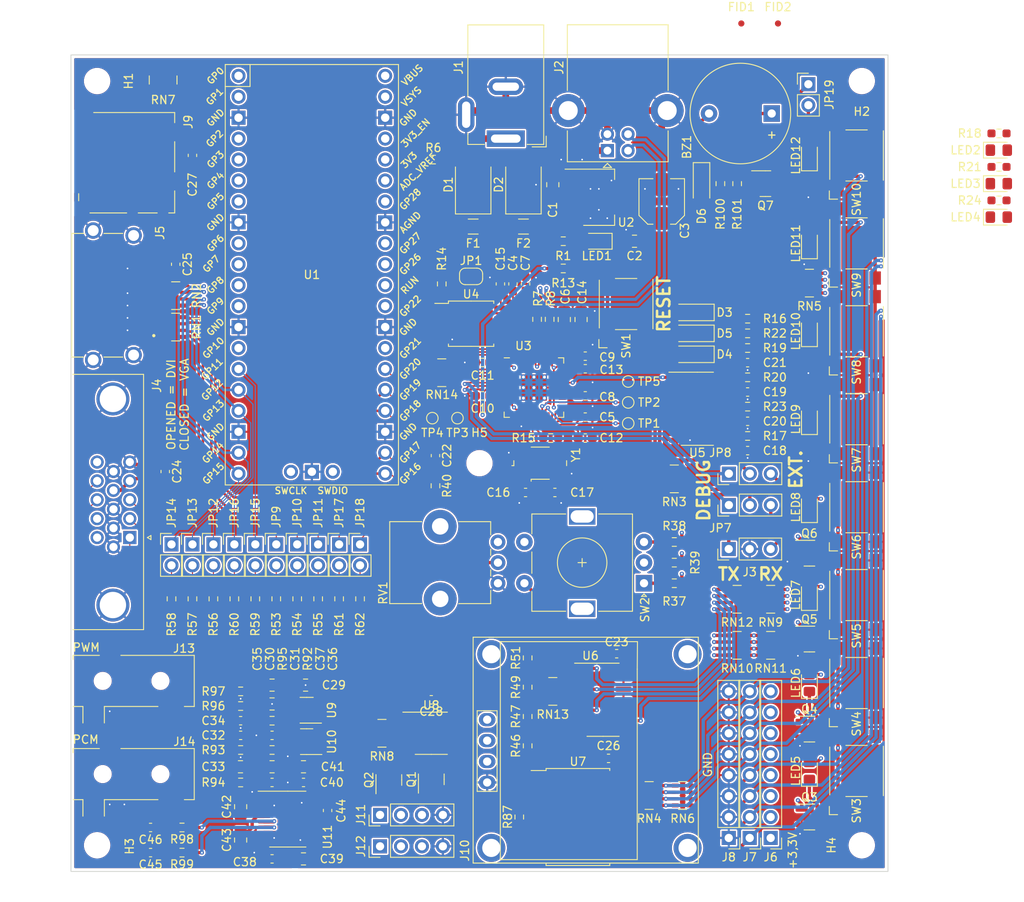
<source format=kicad_pcb>
(kicad_pcb (version 20220211) (generator pcbnew)
  (layers (0 "F.Cu" signal) (1 "In1.Cu" signal) (2 "In2.Cu" signal) (31 "B.Cu" signal) (34 "B.Paste" user) (35 "F.Paste" user) (36 "B.SilkS" user "B.Silkscreen") (37 "F.SilkS" user "F.Silkscreen") (38 "B.Mask" user) (39 "F.Mask" user) (44 "Edge.Cuts" user))
  (net 0 "")
  (net 1 "+3V3")
  (net 2 "Net-(BZ1-+)")
  (net 3 "GND")
  (net 4 "+5V")
  (net 5 "+1V1")
  (net 6 "/Debugger/XIN")
  (net 7 "Net-(C17-Pad2)")
  (net 8 "Net-(C18-Pad2)")
  (net 9 "Net-(C19-Pad2)")
  (net 10 "Net-(C20-Pad2)")
  (net 11 "/POTENTIOMETER")
  (net 12 "+3.3VA")
  (net 13 "Net-(C32-Pad2)")
  (net 14 "Net-(J13-T)")
  (net 15 "Net-(C34-Pad2)")
  (net 16 "Net-(J13-R)")
  (net 17 "Net-(U11-CAPM)")
  (net 18 "Net-(U11-CAPP)")
  (net 19 "Net-(U11-VNEG)")
  (net 20 "Net-(U11-LDOO)")
  (net 21 "Net-(J14-R)")
  (net 22 "Net-(J14-T)")
  (net 23 "Net-(D1-K)")
  (net 24 "Net-(D1-A)")
  (net 25 "Net-(D2-K)")
  (net 26 "VBUS")
  (net 27 "Net-(D3-K)")
  (net 28 "Net-(D3-A)")
  (net 29 "Net-(D4-K)")
  (net 30 "Net-(D4-A)")
  (net 31 "Net-(D5-K)")
  (net 32 "Net-(D5-A)")
  (net 33 "/Debugger/USB_D-")
  (net 34 "/Debugger/USB_D+")
  (net 35 "/UART_TX")
  (net 36 "/UART_RX")
  (net 37 "/VGA & DVI Interface/RED")
  (net 38 "/VGA & DVI Interface/GREEN")
  (net 39 "/VGA & DVI Interface/BLUE")
  (net 41 "/I2C_SDA_5V")
  (net 42 "/I2C_SCL_5V")
  (net 43 "/VGA & DVI Interface/_D0+")
  (net 44 "/VGA & DVI Interface/_D0-")
  (net 45 "/VGA & DVI Interface/_D2+")
  (net 46 "/VGA & DVI Interface/_D2-")
  (net 50 "/SPI Devices/GP0")
  (net 51 "/SPI Devices/GP1")
  (net 52 "/SPI Devices/GP2")
  (net 53 "/SPI Devices/GP3")
  (net 54 "Net-(J7-Pin_5)")
  (net 55 "Net-(J7-Pin_6)")
  (net 56 "Net-(J7-Pin_7)")
  (net 57 "Net-(J7-Pin_8)")
  (net 59 "/LED2")
  (net 60 "/LED1")
  (net 61 "/SPI_MISO")
  (net 63 "/I2C_SDA")
  (net 64 "/I2C_SCL")
  (net 65 "/Debugger/~{USB_BOOT}")
  (net 66 "/SWCLK")
  (net 67 "/SWDIO")
  (net 68 "/DEBUGGER_RX")
  (net 69 "/DEBUGGER_TX")
  (net 70 "/~{RESET}")
  (net 71 "/UART0_TX")
  (net 72 "/UART0_RX")
  (net 73 "/DVI_D2+")
  (net 74 "/VGA & DVI Interface/R0_")
  (net 75 "/DVI_D2-")
  (net 76 "/VGA & DVI Interface/R1_")
  (net 77 "/DVI_D1+")
  (net 78 "/VGA & DVI Interface/R2_")
  (net 79 "/DVI_D0-")
  (net 80 "/VGA & DVI Interface/G0_")
  (net 81 "/DVI_CLK+")
  (net 82 "/VGA & DVI Interface/G1_")
  (net 83 "/DVI_CLK-")
  (net 84 "/VGA & DVI Interface/G2_")
  (net 85 "/ENC_SW")
  (net 86 "/VGA & DVI Interface/B0_")
  (net 87 "/DVI_D0+")
  (net 88 "/VGA & DVI Interface/B1_")
  (net 89 "/VGA & DVI Interface/HSYNC__")
  (net 90 "/DVI_D1-")
  (net 91 "/VGA & DVI Interface/VSYNC__")
  (net 92 "/VGA_VSYNC")
  (net 93 "Net-(JP19-A)")
  (net 94 "Net-(JP19-B)")
  (net 95 "Net-(LED1-A)")
  (net 96 "Net-(LED2-K)")
  (net 97 "Net-(LED2-A)")
  (net 98 "Net-(LED3-K)")
  (net 99 "Net-(LED3-A)")
  (net 100 "Net-(LED4-K)")
  (net 101 "Net-(LED4-A)")
  (net 102 "Net-(LED5-K)")
  (net 103 "Net-(LED5-A)")
  (net 104 "Net-(LED6-K)")
  (net 105 "Net-(LED6-A)")
  (net 106 "Net-(LED7-K)")
  (net 107 "Net-(LED7-A)")
  (net 108 "Net-(LED8-K)")
  (net 109 "Net-(LED8-A)")
  (net 110 "Net-(LED9-A)")
  (net 111 "Net-(LED10-A)")
  (net 112 "Net-(LED11-A)")
  (net 113 "Net-(LED12-A)")
  (net 114 "Net-(Q3-G)")
  (net 115 "Net-(Q4-G)")
  (net 116 "Net-(Q5-G)")
  (net 117 "Net-(Q6-G)")
  (net 118 "/SPI Devices/MISO")
  (net 119 "/SPI Devices/SCK")
  (net 120 "Net-(U1-3V3)")
  (net 121 "/SPI Devices/MOSI")
  (net 122 "/SPI Devices/SD_CS")
  (net 123 "/SPI_SD_CS")
  (net 124 "/SPI Devices/EXPANDER_CS")
  (net 125 "/SPI_EXPANDER_CS")
  (net 126 "Net-(U3-GPIO6)")
  (net 127 "/Debugger/QSPI_SS")
  (net 128 "/Debugger/XOUT")
  (net 129 "/I2S_LRCK")
  (net 130 "/I2S_BCK")
  (net 131 "/ENC_A")
  (net 132 "Net-(R37-Pad2)")
  (net 133 "/ENC_B")
  (net 134 "Net-(R38-Pad2)")
  (net 135 "Net-(R39-Pad1)")
  (net 136 "Net-(R40-Pad1)")
  (net 137 "/DAC_BUTTONS")
  (net 138 "/SPI Devices/GP4")
  (net 139 "/SPI Devices/GP5")
  (net 140 "/SPI Devices/GP6")
  (net 141 "/SPI Devices/GP7")
  (net 142 "Net-(U10-Y1)")
  (net 143 "Net-(U10-Y2)")
  (net 144 "Net-(U11-OUTL)")
  (net 145 "Net-(U11-OUTR)")
  (net 146 "/BUZZER")
  (net 147 "Net-(U3-SWD)")
  (net 148 "Net-(U3-SWCLK)")
  (net 171 "/Debugger/DEBUG_LED")
  (net 176 "/Debugger/QSPI_SD3")
  (net 177 "/Debugger/QSPI_SCLK")
  (net 178 "/Debugger/QSPI_SD0")
  (net 179 "/Debugger/QSPI_SD2")
  (net 180 "/Debugger/QSPI_SD1")
  (net 185 "Net-(RN13A-R1.2)")
  (net 186 "Net-(RN13B-R2.2)")
  (net 187 "Net-(RN13C-R3.2)")
  (net 188 "Net-(RN3C-R3.2)")
  (net 189 "Net-(RN12D-R4.2)")
  (net 190 "Net-(RN12C-R3.2)")
  (net 191 "Net-(RN12B-R2.2)")
  (net 192 "Net-(RN12A-R1.2)")
  (net 193 "Net-(RN13A-R1.1)")
  (net 194 "Net-(RN13B-R2.1)")
  (net 195 "Net-(RN13C-R3.1)")
  (net 196 "Net-(RN13D-R4.1)")
  (net 197 "Net-(RN14A-R1.1)")
  (net 198 "Net-(RN14B-R2.1)")
  (net 199 "Net-(RN14B-R2.2)")
  (net 200 "Net-(RN14A-R1.2)")
  (net 201 "/VGA & DVI Interface/_D1+")
  (net 202 "/VGA & DVI Interface/_D1-")
  (net 203 "/VGA & DVI Interface/_CLK+")
  (net 204 "/VGA & DVI Interface/_CLK-")
  (net 205 "/Debugger/D+")
  (net 206 "/Debugger/D-")
  (net 207 "/VGA & DVI Interface/HSYNC_")
  (net 208 "/VGA & DVI Interface/VSYNC_")
  (net 209 "Net-(RN3A-R1.1)")
  (net 210 "Net-(RN14D-R4.2)")
  (net 211 "Net-(RN14C-R3.2)")
  (footprint "JumperTHT:JumperTHT_2_P2.54mm_Bridged" (layer "F.Cu") (at 57.912 97.48425)
    (fp_text reference "JP16")
    (fp_text value "Jumper_2_Bridged")
  )
  (footprint "Resistor_SMD:R_0603_1608Metric_Pad0.98x0.95mm_HandSolder" (layer "F.Cu") (at 58.674 115.316)
    (fp_text reference "R97")
    (fp_text value "1.8k")
  )
  (footprint "Package_SO:SOIC-14_3.9x8.7mm_P1.27mm" (layer "F.Cu") (at 114.046 81.02695)
    (fp_text reference "U5")
    (fp_text value "74HC14")
  )
  (footprint "Resistor_SMD:R_0603_1608Metric_Pad0.98x0.95mm_HandSolder" (layer "F.Cu") (at 120.142 80.77295)
    (fp_text reference "R23")
    (fp_text value "100k")
  )
  (footprint "Resistor_SMD:R_0603_1608Metric_Pad0.98x0.95mm_HandSolder" (layer "F.Cu") (at 120.142 71.88295)
    (fp_text reference "R22")
    (fp_text value "330R")
  )
  (footprint "Custom:SW_SPST_Omron_B3FS-100xP_12" (layer "F.Cu") (at 133.35 103.632 90)
    (fp_text reference "SW5")
    (fp_text value "SW_Push")
  )
  (footprint "Diode_SMD:D_SMB" (layer "F.Cu") (at 86.868 53.848 90)
    (fp_text reference "D1")
    (fp_text value "STPS1L30U")
  )
  (footprint "Capacitor_SMD:C_0603_1608Metric_Pad1.08x0.95mm_HandSolder" (layer "F.Cu") (at 120.142 75.43895 180)
    (fp_text reference "C21")
    (fp_text value "100n")
  )
  (footprint "Custom:SW_SPST_Omron_B3FS-100xP_12" (layer "F.Cu") (at 133.35 71.628 90)
    (fp_text reference "SW8")
    (fp_text value "SW_Push")
  )
  (footprint "RPi_Pico:RPi_Pico_THT_socket" (layer "F.Cu") (at 67.31 64.77)
    (fp_text reference "U1")
    (fp_text value "RPi Pico")
  )
  (footprint "Resistor_SMD:R_0603_1608Metric_Pad0.98x0.95mm_HandSolder" (layer "F.Cu") (at 120.142 70.10495)
    (fp_text reference "R16")
    (fp_text value "330R")
  )
  (footprint "Resistor_SMD:R_0603_1608Metric_Pad0.98x0.95mm_HandSolder" (layer "F.Cu") (at 120.142 84.32895)
    (fp_text reference "R17")
    (fp_text value "100k")
  )
  (footprint "TestPoint:TestPoint_Pad_D1.0mm" (layer "F.Cu") (at 105.664 80.264)
    (fp_text reference "TP2")
    (fp_text value "DebugSWCLK")
  )
  (footprint "MountingHole:MountingHole_2.7mm_M2.5" (layer "F.Cu") (at 133.985 133.985)
    (fp_text reference "H4")
    (fp_text value "MountingHole")
  )
  (footprint "Rotary_Encoder:RotaryEncoder_Alps_EC11E-Switch_Vertical_H20mm" (layer "F.Cu") (at 107.58 102.195 180)
    (fp_text reference "SW2")
    (fp_text value "RotaryEncoder_Switch")
  )
  (footprint "Resistor_SMD:R_0603_1608Metric_Pad0.98x0.95mm_HandSolder" (layer "F.Cu") (at 96.266 84.582 180)
    (fp_text reference "R15")
    (fp_text value "1k")
  )
  (footprint "Resistor_SMD:R_0603_1608Metric_Pad0.98x0.95mm_HandSolder" (layer "F.Cu") (at 62.484 122.428 180)
    (fp_text reference "R92")
    (fp_text value "220R")
  )
  (footprint "Resistor_SMD:R_Array_Convex_4x0603" (layer "F.Cu") (at 122.936 109.728 180)
    (fp_text reference "RN11")
    (fp_text value "10k")
  )
  (footprint "Capacitor_SMD:C_0805_2012Metric_Pad1.18x1.45mm_HandSolder" (layer "F.Cu") (at 99.949 70.2045 -90)
    (fp_text reference "C14")
    (fp_text value "1u")
  )
  (footprint "Diode_SMD:D_MiniMELF" (layer "F.Cu") (at 113.538 71.88295 180)
    (fp_text reference "D5")
    (fp_text value "LL101B-GS18")
  )
  (footprint "Package_SO:SOIC-14_3.9x8.7mm_P1.27mm" (layer "F.Cu") (at 102.616 116.332)
    (fp_text reference "U6")
    (fp_text value "74HC14")
  )
  (footprint "Fuse:Fuse_1206_3216Metric_Pad1.42x1.75mm_HandSolder" (layer "F.Cu") (at 92.964 58.928 180)
    (fp_text reference "F2")
    (fp_text value "500mA")
  )
  (footprint "JumperTHT:JumperTHT_2_P2.54mm_Bridged" (layer "F.Cu") (at 50.292 97.48425)
    (fp_text reference "JP14")
    (fp_text value "Jumper_2_Bridged")
  )
  (footprint "TestPoint:TestPoint_Pad_D1.0mm" (layer "F.Cu") (at 84.963 82.169)
    (fp_text reference "TP3")
    (fp_text value "DebugTX")
  )
  (footprint "Resistor_SMD:R_0603_1608Metric_Pad0.98x0.95mm_HandSolder" (layer "F.Cu") (at 93.472 121.92 -90)
    (fp_text reference "R46")
    (fp_text value "2k")
  )
  (footprint "Custom:SW_SPST_Omron_B3FS-100xP_12" (layer "F.Cu") (at 133.35 82.296 90)
    (fp_text reference "SW7")
    (fp_text value "SW_Push")
  )
  (footprint "Resistor_SMD:R_0603_1608Metric_Pad0.98x0.95mm_HandSolder" (layer "F.Cu") (at 58.674 122.428 180)
    (fp_text reference "R93")
    (fp_text value "100R")
  )
  (footprint "Capacitor_SMD:C_0603_1608Metric_Pad1.08x0.95mm_HandSolder" (layer "F.Cu") (at 103.2775 123.444 180)
    (fp_text reference "C26")
    (fp_text value "100n")
  )
  (footprint "Resistor_SMD:R_Array_Convex_4x0603" (layer "F.Cu") (at 49.276 41.148 90)
    (fp_text reference "RN7")
    (fp_text value "1k")
  )
  (footprint "Fuse:Fuse_1206_3216Metric_Pad1.42x1.75mm_HandSolder" (layer "F.Cu") (at 86.868 58.928)
    (fp_text reference "F1")
    (fp_text value "500mA")
  )
  (footprint "Custom:SW_SPST_Omron_B3FS-100xP_12" (layer "F.Cu") (at 133.35 60.969 90)
    (fp_text reference "SW9")
    (fp_text value "SW_Push")
  )
  (footprint "Diode_SMD:D_MiniMELF" (layer "F.Cu") (at 113.538 69.34295 180)
    (fp_text reference "D3")
    (fp_text value "LL101B-GS18")
  )
  (footprint "Capacitor_SMD:C_0603_1608Metric_Pad1.08x0.95mm_HandSolder" (layer "F.Cu") (at 100.457 79.462 180)
    (fp_text reference "C8")
    (fp_text value "100n")
  )
  (footprint "Capacitor_SMD:C_0603_1608Metric_Pad1.08x0.95mm_HandSolder" (layer "F.Cu") (at 100.457 74.6495 180)
    (fp_text reference "C9")
    (fp_text value "100n")
  )
  (footprint "Capacitor_SMD:C_0603_1608Metric_Pad1.08x0.95mm_HandSolder" (layer "F.Cu") (at 50.8 63.5 -90)
    (fp_text reference "C25")
    (fp_text value "100n")
  )
  (footprint "Resistor_SMD:R_0603_1608Metric_Pad0.98x0.95mm_HandSolder" (layer "F.Cu") (at 93.472 118.364 90)
    (fp_text reference "R47")
    (fp_text value "1k")
  )
  (footprint "Resistor_SMD:R_0603_1608Metric_Pad0.98x0.95mm_HandSolder" (layer "F.Cu") (at 111.252 99.695)
    (fp_text reference "R39")
    (fp_text value "1k")
  )
  (footprint "Capacitor_SMD:C_0805_2012Metric_Pad1.18x1.45mm_HandSolder" (layer "F.Cu") (at 62.484 114.554)
    (fp_text reference "C35")
    (fp_text value "47u")
  )
  (footprint "Capacitor_SMD:C_0603_1608Metric_Pad1.08x0.95mm_HandSolder" (layer "F.Cu") (at 104.267 110.744)
    (fp_text reference "C23")
    (fp_text value "100n")
  )
  (footprint "Resistor_SMD:R_0603_1608Metric_Pad0.98x0.95mm_HandSolder" (layer "F.Cu") (at 93.472 111.252 90)
    (fp_text reference "R51")
    (fp_text value "1k")
  )
  (footprint "RPi_Pico:CUI_SJ-3523-audio-jack" (layer "F.Cu") (at 44.45 125.349 90)
    (fp_text reference "J14")
    (fp_text value "AudioJack-CUI-SJ-3523-SMT")
  )
  (footprint "LED_SMD:LED_0805_2012Metric_Pad1.15x1.40mm_HandSolder" (layer "F.Cu") (at 127.635 114.3 90)
    (fp_text reference "LED6")
    (fp_text value "RED")
  )
  (footprint "Resistor_SMD:R_0603_1608Metric_Pad0.98x0.95mm_HandSolder" (layer "F.Cu") (at 150.622 55.753)
    (fp_text reference "R24")
    (fp_text value "1k")
  )
  (footprint "Custom:SW_SPST_Omron_B3FS-100xP_12" (layer "F.Cu") (at 133.35 92.973 90)
    (fp_text reference "SW6")
    (fp_text value "SW_Push")
  )
  (footprint "Connector_Dsub:DSUB-15-HD_Female_Horizontal_P2.29x1.98mm_EdgePinOffset3.03mm_Housed_MountingHolesOffset4.94mm" (layer "F.Cu") (at 45.235 96.655 -90)
    (fp_text reference "J4")
    (fp_text value "DB15_Female")
  )
  (footprint "Resistor_SMD:R_0603_1608Metric_Pad0.98x0.95mm_HandSolder" (layer "F.Cu") (at 97.79 64.008)
    (fp_text reference "R13")
    (fp_text value "1k")
  )
  (footprint "Package_TO_SOT_SMD:SOT-23" (layer "F.Cu") (at 127.635 108.966)
    (fp_text reference "Q5")
    (fp_text value "DMN63D8L-7")
  )
  (footprint "Resistor_SMD:R_0603_1608Metric_Pad0.98x0.95mm_HandSolder" (layer "F.Cu") (at 83.058 65.8865 -90)
    (fp_text reference "R14")
    (fp_text value "1k")
  )
  (footprint "Capacitor_SMD:C_0603_1608Metric_Pad1.08x0.95mm_HandSolder" (layer "F.Cu") (at 88.011 79.462)
    (fp_text reference "C10")
    (fp_text value "100n")
  )
  (footprint "Resistor_SMD:R_Array_Convex_4x0603" (layer "F.Cu") (at 122.936 104.14 180)
    (fp_text reference "RN9")
    (fp_text value "1k")
  )
  (footprint "Resistor_SMD:R_0603_1608Metric_Pad0.98x0.95mm_HandSolder" (layer "F.Cu") (at 94.615 70.181 90)
    (fp_text reference "R7")
    (fp_text value "27R")
  )
  (footprint "Connector_PinHeader_2.54mm:PinHeader_1x08_P2.54mm_Vertical" (layer "F.Cu") (at 122.936 133.096 180)
    (fp_text reference "J6")
    (fp_text value "Conn_01x08_Male")
  )
  (footprint "Capacitor_SMD:C_0805_2012Metric_Pad1.18x1.45mm_HandSolder" (layer "F.Cu") (at 58.674 129.3075 90)
    (fp_text reference "C42")
    (fp_text value "2.2u")
  )
  (footprint "Capacitor_SMD:C_0805_2012Metric_Pad1.18x1.45mm_HandSolder" (layer "F.Cu") (at 66.294 135.636 180)
    (fp_text reference "C39")
    (fp_text value "10u")
  )
  (footprint "Package_SO:SC-74-6_1.5x2.9mm_P0.95mm" (layer "F.Cu") (at 66.675 121.412 180)
    (fp_text reference "U10")
    (fp_text value "74LVC2G34GV")
  )
  (footprint "Resistor_SMD:R_0603_1608Metric_Pad0.98x0.95mm_HandSolder" (layer "F.Cu") (at 111.252 97.195 180)
    (fp_text reference "R38")
    (fp_text value "1k")
  )
  (footprint "Capacitor_SMD:C_0603_1608Metric_Pad1.08x0.95mm_HandSolder" (layer "F.Cu") (at 49.53 88.646 -90)
    (fp_text reference "C24")
    (fp_text value "100n")
  )
  (footprint "LED_SMD:LED_0805_2012Metric_Pad1.15x1.40mm_HandSolder" (layer "F.Cu") (at 127.635 103.632 90)
    (fp_text reference "LED7")
    (fp_text value "RED")
  )
  (footprint "Package_TO_SOT_SMD:SOT-23" (layer "F.Cu") (at 127.635 119.888)
    (fp_text reference "Q4")
    (fp_text value "DMN63D8L-7")
  )
  (footprint "MountingHole:MountingHole_2.7mm_M2.5" (layer "F.Cu") (at 87.63 87.63)
    (fp_text reference "H5")
    (fp_text value "MountingHole")
  )
  (footprint "Capacitor_SMD:C_0603_1608Metric_Pad1.08x0.95mm_HandSolder" (layer "F.Cu") (at 100.457 82.042 180)
    (fp_text reference "C5")
    (fp_text value "100n")
  )
  (footprint "Capacitor_SMD:C_0603_1608Metric_Pad1.08x0.95mm_HandSolder" (layer "F.Cu") (at 93.218 91.186)
    (fp_text reference "C16")
    (fp_text value "12p")
  )
  (footprint "Resistor_SMD:R_0603_1608Metric_Pad0.98x0.95mm_HandSolder" (layer "F.Cu") (at 58.674 117.094 180)
    (fp_text reference "R96")
    (fp_text value "100R")
  )
  (footprint "MountingHole:MountingHole_2.7mm_M2.5" (layer "F.Cu") (at 41.275 133.985)
    (fp_text reference "H3")
    (fp_text value "MountingHole")
  )
  (footprint "Capacitor_SMD:C_0603_1608Metric_Pad1.08x0.95mm_HandSolder" (layer "F.Cu") (at 93.218 65.8865 -90)
    (fp_text reference "C7")
    (fp_text value "100n")
  )
  (footprint "Resistor_SMD:R_Array_Convex_4x0603" (layer "F.Cu") (at 111.252 89.53595)
    (fp_text reference "RN3")
    (fp_text value "1k")
  )
  (footprint "Crystal:Crystal_SMD_0603-4Pin_6.0x3.5mm" (layer "F.Cu") (at 94.996 87.63)
    (fp_text reference "Y1")
    (fp_text value "12MHz")
  )
  (footprint "LED_SMD:LED_0805_2012Metric_Pad1.15x1.40mm_HandSolder" (layer "F.Cu") (at 150.5985 57.785)
    (fp_text reference "LED4")
    (fp_text value "ORANGE")
  )
  (footprint "Connector_PinHeader_2.54mm:PinHeader_1x03_P2.54mm_Vertical" (layer "F.Cu") (at 117.856 98.044 90)
    (fp_text reference "J3")
    (fp_text value "Conn_01x03_Male")
  )
  (footprint "Resistor_SMD:R_Array_Convex_4x0603" (layer "F.Cu") (at 50.8 71.12)
    (fp_text reference "RN1")
    (fp_text value "270R")
  )
  (footprint "Custom:SW_SPST_Omron_B3FS-100xP_12" (layer "F.Cu") (at 105.41 68.326 90)
    (fp_text reference "SW1")
    (fp_text value "SW_Push")
  )
  (footprint "Package_TO_SOT_SMD:SOT-23" (layer "F.Cu") (at 76.642 126.0625 90)
    (fp_text reference "Q2")
    (fp_text value "DMN63D8L-7")
  )
  (footprint "Package_TO_SOT_SMD:SOT-223-3_TabPin2" (layer "F.Cu") (at 102.108 55.372)
    (fp_text reference "U2")
    (fp_text value "NCP1117-3.3_SOT223")
  )
  (footprint "Diode_SMD:D_MiniMELF" (layer "F.Cu") (at 114.554 53.721 -90)
    (fp_text reference "D6")
    (fp_text value "LL4148")
  )
  (footprint "Connector_PinHeader_2.54mm:PinHeader_1x08_P2.54mm_Vertical" (layer "F.Cu") (at 120.396 133.096 180)
    (fp_text reference "J7")
    (fp_text value "Conn_01x08_Male")
  )
  (footprint "Capacitor_SMD:C_0603_1608Metric_Pad1.08x0.95mm_HandSolder" (layer "F.Cu") (at 58.674 120.65)
    (fp_text reference "C32")
    (fp_text value "100n")
  )
  (footprint "Fiducial:Fiducial_0.75mm_Mask1.5mm" (layer "F.Cu") (at 123.825 34.29)
    (fp_text reference "FID2")
    (fp_text value "Fiducial")
  )
  (footprint "Package_SO:SOIC-18W_7.5x11.6mm_P1.27mm" (layer "F.Cu") (at 99.568 130.556)
    (fp_text reference "U7")
    (fp_text value "MCP23S08-xSO")
  )
  (footprint "JumperTHT:JumperTHT_2_P2.54mm_Bridged" (layer "F.Cu") (at 52.832 97.48425)
    (fp_text reference "JP13")
    (fp_text value "Jumper_2_Bridged")
  )
  (footprint "Resistor_SMD:R_0603_1608Metric_Pad0.98x0.95mm_HandSolder" (layer "F.Cu") (at 116.84 53.721 90)
    (fp_text reference "R100")
    (fp_text value "1k")
  )
  (footprint "Resistor_SMD:R_Array_Convex_4x0603" (layer "F.Cu") (at 96.52 115.316 180)
    (fp_text reference "RN13")
    (fp_text value "2k")
  )
  (footprint "Capacitor_SMD:C_0603_1608Metric_Pad1.08x0.95mm_HandSolder" (layer "F.Cu") (at 47.752 134.874)
    (fp_text reference "C45")
    (fp_text value "2.2n")
  )
  (footprint "Resistor_SMD:R_Array_Convex_4x0603" (layer "F.Cu") (at 112.268 127.946 180)
    (fp_text reference "RN6")
    (fp_text value "1k")
  )
  (footprint "Connector_BarrelJack:BarrelJack_GCT_DCJ200-10-A_Horizontal" (layer "F.Cu") (at 90.82 48.26 180)
    (fp_text reference "J1")
    (fp_text value "DC Jack 5.5x2.1mm")
  )
  (footprint "Capacitor_SMD:C_0805_2012Metric_Pad1.18x1.45mm_HandSolder" (layer "F.Cu") (at 66.294 124.46)
    (fp_text reference "C41")
    (fp_text value "10u")
  )
  (footprint "Resistor_SMD:R_0603_1608Metric_Pad0.98x0.95mm_HandSolder" (layer "F.Cu") (at 60.452 104.08825 -90)
    (fp_text reference "R59")
    (fp_text value "1k")
  )
  (footprint "Capacitor_SMD:C_0603_1608Metric_Pad1.08x0.95mm_HandSolder" (layer "F.Cu") (at 120.142 82.55095 180)
    (fp_text reference "C20")
    (fp_text value "100n")
  )
  (footprint "Capacitor_SMD:C_0603_1608Metric_Pad1.08x0.95mm_HandSolder" (layer "F.Cu") (at 81.788 116.332 180)
    (fp_text reference "C28")
    (fp_text value "100n")
  )
  (footprint "Connector_PinHeader_2.54mm:PinHeader_1x04_P2.54mm_Vertical" (layer "F.Cu") (at 75.575 130.302 90)
    (fp_text reference "J11")
    (fp_text value "Conn_01x04_Male")
  )
  (footprint "Capacitor_SMD:C_0603_1608Metric_Pad1.08x0.95mm_HandSolder" (layer "F.Cu") (at 82.296 86.7145 90)
    (fp_text reference "C22")
    (fp_text value "10n")
  )
  (footprint "LED_SMD:LED_0805_2012Metric_Pad1.15x1.40mm_HandSolder" (layer "F.Cu") (at 127.635 71.628 90)
    (fp_text reference "LED10")
    (fp_text value "RED")
  )
  (footprint "Diode_SMD:D_MiniMELF" (layer "F.Cu") (at 113.538 74.42295 180)
    (fp_text reference "D4")
    (fp_text value "LL101B-GS18")
  )
  (footprint "LED_SMD:LED_0805_2012Metric_Pad1.15x1.40mm_HandSolder" (layer "F.Cu") (at 127.635 50.301 90)
    (fp_text reference "LED12")
    (fp_text value "RED")
  )
  (footprint "JumperTHT:JumperTHT_2_P2.54mm_Bridged" (layer "F.Cu") (at 70.612 97.48425)
    (fp_text reference "JP17")
    (fp_text value "Jumper_2_Bridged")
  )
  (footprint "Capacitor_SMD:C_0603_1608Metric_Pad1.08x0.95mm_HandSolder" (layer "F.Cu") (at 58.674 118.872)
    (fp_text reference "C34")
    (fp_text value "100n")
  )
  (footprint "JumperTHT:JumperTHT_3_P2.54mm_Bridged12" (layer "F.Cu") (at 117.871 88.90095 90)
    (fp_text reference "JP8")
    (fp_text value "Jumper_3_Bridged12")
  )
  (footprint "Resistor_SMD:R_0603_1608Metric_Pad0.98x0.95mm_HandSolder" (layer "F.Cu") (at 150.622 51.689)
    (fp_text reference "R21")
    (fp_text value "1k")
  )
  (footprint "Capacitor_SMD:C_0603_1608Metric_Pad1.08x0.95mm_HandSolder" (layer "F.Cu") (at 52.832 50.292 90)
    (fp_text reference "C27")
    (fp_text value "100n")
  )
  (footprint "Resistor_SMD:R_0603_1608Metric_Pad0.98x0.95mm_HandSolder" (layer "F.Cu") (at 68.072 104.08825 -90)
    (fp_text reference "R55")
    (fp_text value "470R")
  )
  (footprint "Capacitor_SMD:C_0603_1608Metric_Pad1.08x0.95mm_HandSolder" (layer "F.Cu") (at 47.752 131.826)
    (fp_text reference "C46")
    (fp_text value "2.2n")
  )
  (footprint "Resistor_SMD:R_0603_1608Metric_Pad0.98x0.95mm_HandSolder" (layer "F.Cu") (at 150.622 47.625)
    (fp_text reference "R18")
    (fp_text value "1k")
  )
  (footprint "RPi_Pico:CUI_SJ-3523-audio-jack" (layer "F.Cu") (at 44.45 114.046 90)
    (fp_text reference "J13")
    (fp_text value "AudioJack-CUI-SJ-3523-SMT")
  )
  (footprint "Resistor_SMD:R_0603_1608Metric_Pad0.98x0.95mm_HandSolder" (layer "F.Cu") (at 82.042 50.8)
    (fp_text reference "R6")
    (fp_text value "1k")
  )
  (footprint "LED_SMD:LED_0805_2012Metric_Pad1.15x1.40mm_HandSolder" (layer "F.Cu") (at 127.635 124.968 90)
    (fp_text reference "LED5")
    (fp_text value "RED")
  )
  (footprint "Resistor_SMD:R_0603_1608Metric_Pad0.98x0.95mm_HandSolder" (layer "F.Cu") (at 62.484 118.872 180)
    (fp_text reference "R95")
    (fp_text value "220R")
  )
  (footprint "Resistor_SMD:R_0603_1608Metric_Pad0.98x0.95mm_HandSolder" (layer "F.Cu") (at 96.139 70.181 90)
    (fp_text reference "R8")
    (fp_text value "27R")
  )
  (footprint "Jumper:SolderJumper-2_P1.3mm_Open_RoundedPad1.0x1.5mm" (layer "F.Cu") (at 86.614 64.970503 180)
    (fp_text reference "JP1")
    (fp_text value "SolderJumper_2_Open")
  )
  (footprint "JumperTHT:JumperTHT_2_P2.54mm_Bridged" (layer "F.Cu") (at 62.992 97.48425)
    (fp_text reference "JP9")
    (fp_text value "Jumper_2_Bridged")
  )
  (footprint "Resistor_SMD:R_0603_1608Metric_Pad0.98x0.95mm_HandSolder" (layer "F.Cu") (at 51.562 134.874 180)
    (fp_text reference "R99")
    (fp_text value "470R")
  )
  (footprint "Capacitor_SMD:C_0603_1608Metric_Pad1.08x0.95mm_HandSolder" (layer "F.Cu") (at 62.484 135.636)
    (fp_text reference "C38")
    (fp_text value "100n")
  )
  (footprint "Resistor_SMD:R_0603_1608Metric_Pad0.98x0.95mm_HandSolder" (layer "F.Cu") (at 120.142 73.66095)
    (fp_text reference "R19")
    (fp_text value "330R")
  )
  (footprint "JumperTHT:JumperTHT_3_P2.54mm_Bridged12" (layer "F.Cu") (at 117.871 92.71095 90)
    (fp_text reference "JP7")
    (fp_text value "Jumper_3_Bridged12")
  )
  (footprint "Resistor_SMD:R_0603_1608Metric_Pad0.98x0.95mm_HandSolder" (layer "F.Cu") (at 92.456 130.556 -90)
    (fp_text reference "R87")
    (fp_text value "1k")
  )
  (footprint "Capacitor_SMD:C_0805_2012Metric_Pad1.18x1.45mm_HandSolder" (layer "F.Cu") (at 62.484 124.46 180)
    (fp_text reference "C37")
    (fp_text value "10u")
  )
  (footprint "TestPoint:TestPoint_Pad_D1.0mm" (layer "F.Cu") (at 81.915 82.169)
    (fp_text reference "TP4")
    (fp_text value "DebugRX")
  )
  (footprint "Fiducial:Fiducial_0.75mm_Mask1.5mm" (layer "F.Cu") (at 119.38 34.29)
    (fp_text reference "FID1")
    (fp_text value "Fiducial")
  )
  (footprint "Connector_PinHeader_2.54mm:PinHeader_1x08_P2.54mm_Vertical" (layer "F.Cu") (at 117.856 133.096 180)
    (fp_text reference "J8")
    (fp_text value "Conn_01x08_Male")
  )
  (footprint "JumperTHT:JumperTHT_2_P2.54mm_Open" (layer "F.Cu") (at 127.508 41.656)
    (fp_text reference "JP19")
    (fp_text value "SolderJumper_2_Open")
  )
  (footprint "Resistor_SMD:R_0603_1608Metric_Pad0.98x0.95mm_HandSolder" (layer "F.Cu") (at 97.79 60.706)
    (fp_text reference "R1")
    (fp_text value "1k")
  )
  (footprint "Capacitor_SMD:C_0603_1608Metric_Pad1.08x0.95mm_HandSolder" (layer "F.Cu") (at 100.462 76.176 180)
    (fp_text reference "C13")
    (fp_text value "100n")
  )
  (footprint "Resistor_SMD:R_0603_1608Metric_Pad0.98x0.95mm_HandSolder" (layer "F.Cu") (at 62.992 104.08825 -90)
    (fp_text reference "R53")
    (fp_text value "2.2k")
  )
  (footprint "Resistor_SMD:R_0603_1608Metric_Pad0.98x0.95mm_HandSolder" (layer "F.Cu") (at 55.372 104.08825 -90)
    (fp_text reference "R56")
    (fp_text value "2.2k")
  )
  (footprint "SSD1306:128x64OLED" (layer "F.Cu") (at 99.165 122.745 90)
    (fp_text reference "J10")
    (fp_text value "OLED Display SSD1306")
  )
  (footprint "Resistor_SMD:R_Array_Convex_4x0603" (layer "F.Cu") (at 118.872 104.14 180)
    (fp_text reference "RN12")
    (fp_text value "1k")
  )
  (footprint "Resistor_SMD:R_0603_1608Metric_Pad0.98x0.95mm_HandSolder" (layer "F.Cu") (at 58.674 126.365)
    (fp_text reference "R94")
    (fp_text value "1.8k")
  )
  (footprint "Capacitor_SMD:C_0603_1608Metric_Pad1.08x0.95mm_HandSolder" (layer "F.Cu") (at 66.294 126.365)
    (fp_text reference "C40")
    (fp_text value "100n")
  )
  (footprint "Resistor_SMD:R_0603_1608Metric_Pad0.98x0.95mm_HandSolder" (layer "F.Cu") (at 50.292 104.08825 -90)
    (fp_text reference "R58")
    (fp_text value "470R")
  )
  (footprint "Resistor_SMD:R_Array_Convex_4x0603" (layer "F.Cu") (at 83.058 76.6572)
    (fp_text reference "RN14")
    (fp_text value "1k")
  )
  (footprint "Resistor_SMD:R_0603_1608Metric_Pad0.98x0.95mm_HandSolder" (layer "F.Cu") (at 111.252 102.195 180)
    (fp_text reference "R37")
    (fp_text value "1k")
  )
  (footprint "TestPoint:TestPoint_Pad_D1.0mm" (layer "F.Cu") (at 105.664 77.724)
    (fp_text reference "TP5")
    (fp_text value "DebugGND")
  )
  (footprint "Capacitor_SMD:C_0603_1608Metric_Pad1.08x0.95mm_HandSolder" (layer "F.Cu") (at 120.142 78.99495 180)
    (fp_text reference "C19")
    (fp_text value "100n")
  )
  (footprint "JumperTHT:JumperTHT_2_P2.54mm_Bridged" (layer "F.Cu") (at 73.152 97.48425)
    (fp_text reference "JP18")
    (fp_text value "Jumper_2_Bridged")
  )
  (footprint "Buzzer_Beeper:Buzzer_12x9.5RM7.6" (layer "F.Cu") (at 123.063 45.212 180)
    (fp_text reference "BZ1")
    (fp_text value "Buzzer")
  )
  (footprint "Diode_SMD:D_SMB" (layer "F.Cu") (at 92.964 53.848 90)
    (fp_text reference "D2")
    (fp_text value "STPS1L30U")
  )
  (footprint "Resistor_SMD:R_0603_1608Metric_Pad0.98x0.95mm_HandSolder" (layer "F.Cu") (at 57.912 104.08825 -90)
    (fp_text reference "R60")
    (fp_text value "390R")
  )
  (footprint "LED_SMD:LED_0805_2012Metric_Pad1.15x1.40mm_HandSolder" (layer "F.Cu") (at 150.5985 49.657)
    (fp_text reference "LED2")
    (fp_text value "ORANGE")
  )
  (footprint "TestPoint:TestPoint_Pad_D1.0mm" (layer "F.Cu") (at 105.664 82.804)
    (fp_text reference "TP1")
    (fp_text value "DebugSWD")
  )
  (footprint "Capacitor_SMD:C_0603_1608Metric_Pad1.08x0.95mm_HandSolder" (layer "F.Cu") (at 96.774 91.186 180)
    (fp_text reference "C17")
    (fp_text value "12p")
  )
  (footprint "Capacitor_SMD:C_0603_1608Metric_Pad1.08x0.95mm_HandSolder" (layer "F.Cu") (at 62.484 126.365 180)
    (fp_text reference "C36")
    (fp_text value "100n")
  )
  (footprint "Custom:SW_SPST_Omron_B3FS-100xP_12" (layer "F.Cu") (at 133.35 50.301 90)
    (fp_text reference "SW10")
    (fp_text value "SW_Push")
  )
  (footprint "Resistor_SMD:R_Array_Convex_4x0603" (layer "F.Cu") (at 118.872 109.728 180)
    (fp_text reference "RN10")
    (fp_text value "1k")
  )
  (footprint "Custom:SW_SPST_Omron_B3FS-100xP_12" (layer "F.Cu") (at 133.35 114.3 90)
    (fp_text reference "SW4")
    (fp_text value "SW_Push")
  )
  (footprint "LED_SMD:LED_0805_2012Metric_Pad1.15x1.40mm_HandSolder" (layer "F.Cu") (at 150.5985 53.721)
    (fp_text reference "LED3")
    (fp_text value "ORANGE")
  )
  (footprint "Capacitor_SMD:C_0603_1608Metric_Pad1.08x0.95mm_HandSolder" (layer "F.Cu") (at 91.694 65.8865 -90)
    (fp_text reference "C4")
    (fp_text value "100n")
  )
  (footprint "LED_SMD:LED_0805_2012Metric_Pad1.15x1.40mm_HandSolder" (layer "F.Cu") (at 127.635 82.296 90)
    (fp_text reference "LED9")
    (fp_text value "RED")
  )
  (footprint "Resistor_SMD:R_Array_Convex_4x0603" (layer "F.Cu") (at 75.808 120.396 180)
    (fp_text reference "RN8")
    (fp_text value "4.7k")
  )
  (footprint "Capacitor_SMD:C_0805_2012Metric_Pad1.18x1.45mm_HandSolder" (layer "F.Cu") (at 58.674 133.35 90)
    (fp_text reference "C43")
    (fp_text value "2.2u")
  )
  (footprint "JumperTHT:JumperTHT_2_P2.54mm_Bridged" (layer "F.Cu") (at 65.532 97.48425)
    (fp_text reference "JP10")
    (fp_text value "Jumper_2_Bridged")
  )
  (footprint "JumperTHT:JumperTHT_2_P2.54mm_Bridged" (layer "F.Cu") (at 60.452 97.48425)
    (fp_text reference "JP15")
    (fp_text value "Jumper_2_Bridged")
  )
  (footprint "Custom:SW_SPST_Omron_B3FS-100xP_12" (layer "F.Cu") (at 133.35 124.968 90)
    (fp_text reference "SW3")
    (fp_text value "SW_Push")
  )
  (footprint "LED_SMD:LED_0805_2012Metric_Pad1.15x1.40mm_HandSolder" (layer "F.Cu") (at 101.854 60.706 180)
    (fp_text reference "LED1")
    (fp_text value "GREEN")
  )
  (footprint "Capacitor_SMD:C_0805_2012Metric_Pad1.18x1.45mm_HandSolder" (layer "F.Cu") (at 97.917 70.2045 -90)
    (fp_text reference "C6")
    (fp_text value "1u")
  )
  (footprint "Capacitor_SMD:C_0805_2012Metric_Pad1.18x1.45mm_HandSolder" (layer "F.Cu") (at 106.426 60.706)
    (fp_text reference "C2")
    (fp_text value "10u")
  )
  (footprint "Connector_USB:USB_B_Lumberg_2411_02_Horizontal" (layer "F.Cu") (at 103.144 49.7135 90)
    (fp_text reference "J2")
    (fp_text value "USB_B")
  )
  (footprint "Resistor_SMD:R_0603_1608Metric_Pad0.98x0.95mm_HandSolder" (layer "F.Cu") (at 93.472 114.808 90)
    (fp_text reference "R49")
    (fp_text value "1k")
  )
  (footprint "Package_TO_SOT_SMD:SOT-23-5" (layer "F.Cu") (at 66.675 117.602 180)
    (fp_text reference "U9")
    (fp_text value "NCP115-3.3_SOT23-5")
  )
  (footprint "Package_TO_SOT_SMD:SOT-23" (layer "F.Cu") (at 127.635 98.552)
    (fp_text reference "Q6")
    (fp_text value "DMN63D8L-7")
  )
  (footprint "Capacitor_SMD:C_0603_1608Metric_Pad1.08x0.95mm_HandSolder" (layer "F.Cu") (at 88.011 75.4115)
    (fp_text reference "C11")
    (fp_text value "100n")
  )
  (footprint "Capacitor_SMD:C_0805_2012Metric_Pad1.18x1.45mm_HandSolder" (layer "F.Cu") (at 96.52 53.848 -90)
    (fp_text reference "C1")
    (fp_text value "10u")
  )
  (footprint "Resistor_SMD:R_0603_1608Metric_Pad0.98x0.95mm_HandSolder" (layer "F.Cu") (at 70.612 104.08825 -90)
    (fp_text reference "R61")
    (fp_text value "100R")
  )
  (footprint "RP2040_minimal:RP2040-QFN-56" (layer "F.Cu") (at 94.234 78.462)
    (fp_text reference "U3")
    (fp_text value "RP2040")
  )
  (footprint "LED_SMD:LED_0805_2012Metric_Pad1.15x1.40mm_HandSolder" (layer "F.Cu") (at 127.635 92.973 90)
    (fp_text reference "LED8")
    (fp_text value "RED")
  )
  (footprint "Potentiometer_THT:Potentiometer_Bourns_PTV09A-1_Single_Vertical" (layer "F.Cu") (at 89.87 97.195 180)
    (fp_text reference "RV1")
    (fp_text value "10k")
  )
  (footprint "Capacitor_SMD:C_0603_1608Metric_Pad1.08x0.95mm_HandSolder" (layer "F.Cu") (at 90.17 65.8865 90)
    (fp_text reference "C15")
    (fp_text value "100n")
  )
  (footprint "Package_TO_SOT_SMD:SOT-23" (layer "F.Cu") (at 122.301 53.721)
    (fp_text reference "Q7")
    (fp_text value "DMN63D8L-7")
  )
  (footprint "Package_SO:SOIC-8_3.9x4.9mm_P1.27mm" (layer "F.Cu") (at 81.788 120.396)
    (fp_text reference "U8")
    (fp_text value "AT24CS32")
  )
  (footprint "LED_SMD:LED_0805_2012Metric_Pad1.15x1.40mm_HandSolder" (layer "F.Cu") (at 127.635 60.969 90)
    (fp_text reference "LED11")
    (fp_text value "RED")
  )
  (footprint "Resistor_SMD:R_0603_1608Metric_Pad0.98x0.95mm_HandSolder" (layer "F.Cu") (at 73.152 104.08825 -90)
    (fp_text reference "R62")
    (fp_text value "100R")
  )
  (footprint "Capacitor_SMD:C_0603_1608Metric_Pad1.08x0.95mm_HandSolder" (layer "F.Cu") (at 120.142 86.10695 180)
    (fp_text reference "C18")
    (fp_text value "100n")
  )
  (footprint "Resistor_SMD:R_Array_Convex_4x0603" (layer "F.Cu") (at 50.8 67.31)
    (fp_text reference "RN2")
    (fp_text value "270R")
  )
  (footprint "Resistor_SMD:R_0603_1608Metric_Pad0.98x0.95mm_HandSolder" (layer "F.Cu") (at 82.296 90.374 90)
    (fp_text reference "R40")
    (fp_text value "100R")
  )
  (footprint "Connector_Card:microSD_HC_Molex_104031-0811" (layer "F.Cu") (at 44.8564 51.2064 90)
    (fp_text reference "J9")
    (fp_text value "Micro_SD_Card_Det")
  )
  (footprint "Resistor_SMD:R_Array_Convex_4x0603" (layer "F.Cu") (at 127.635 65.786 180)
    (fp_text reference "RN5")
    (fp_text value "1k")
  )
  (footprint "Capacitor_SMD:C_0805_2012Metric_Pad1.18x1.45mm_HandSolder" (layer "F.Cu") (at 66.548 114.554)
    (fp_text reference "C29")
    (fp_text value "1u")
  )
  (footprint "MountingHole:MountingHole_2.7mm_M2.5" (layer "F.Cu") (at 41.275 41.275 180)
    (fp_text reference "H1")
    (fp_text value "MountingHole")
  )
  (footprint "Capacitor_SMD:C_0603_1608Metric_Pad1.08x0.95mm_HandSolder" (layer "F.Cu") (at 100.457 84.582 180)
    (fp_text reference "C12")
    (fp_text value "100n")
  )
  (footprint "Capacitor_SMD:C_0603_1608Metric_Pad1.08x0.95mm_HandSolder" (layer "F.Cu") (at 62.484 120.65)
    (fp_text reference "C31")
    (fp_text value "100n")
  )
  (footprint "JumperTHT:JumperTHT_2_P2.54mm_Bridged" (layer "F.Cu") (at 55.372 97.48425)
    (fp_text reference "JP12")
    (fp_text value "Jumper_2_Bridged")
  )
  (footprint "Package_TO_SOT_SMD:SOT-23" (layer "F.Cu") (at 127.635 130.556)
    (fp_text reference "Q3")
    (fp_text value "DMN63D8L-7")
  )
  (footprint "Capacitor_SMD:C_0805_2012Metric_Pad1.18x1.45mm_HandSolder" (layer "F.Cu") (at 62.484 116.84)
    (fp_text reference "C30")
    (fp_text value "1u")
  )
  (footprint "Package_SO:TSSOP-20_4.4x6.5mm_P0.65mm" (layer "F.Cu") (at 64.389 130.81)
    (fp_text reference "U11")
    (fp_text value "PCM5101A")
  )
  (footprint "Capacitor_SMD:C_0805_2012Metric_Pad1.18x1.45mm_HandSolder" (layer "F.Cu") (at 58.6525 124.46 180)
    (fp_text reference "C33")
    (fp_text value "47u")
  )
  (footprint "Capacitor_SMD:C_0603_1608Metric_Pad1.08x0.95mm_HandSolder" (layer "F.Cu") (at 69.215 129.7675 90)
    (fp_text reference "C44")
    (fp_text value "100n")
  )
  (footprint "Package_TO_SOT_SMD:SOT-23" (layer "F.Cu") (at 81.788 125.984 90)
    (fp_text reference "Q1")
    (fp_text value "DMN63D8L-7")
  )
  (footprint "Resistor_SMD:R_0603_1608Metric_Pad0.98x0.95mm_HandSolder" (layer "F.Cu") (at 51.562 131.826 180)
    (fp_text reference "R98")
    (fp_text value "470R")
  )
  (footprint "MountingHole:MountingHole_2.7mm_M2.5" (layer "F.Cu") (at 133.985 41.275 180)
    (fp_text reference "H2")
    (fp_text value "MountingHole")
  )
  (footprint "HDMI_SS:STEWART_SS-53000-001" (layer "F.Cu") (at 46.5945 67.2592 -90)
    (fp_text reference "J5")
    (fp_text value "HDMI_A")
  )
  (footprint "Capacitor_SMD:C_Elec_5x5.4" (layer "F.Cu") (at 109.728 55.88 90)
    (fp_text reference "C3")
    (fp_text value "100u/10V")
  )
  (footprint "Resistor_SMD:R_0603_1608Metric_Pad0.98x0.95mm_HandSolder" (layer "F.Cu") (at 120.142 77.21695)
    (fp_text reference "R20")
    (fp_text value "100k")
  )
  (footprint "Resistor_SMD:R_0603_1608Metric_Pad0.98x0.95mm_HandSolder" (layer "F.Cu") (at 52.832 104.08825 -90)
    (fp_text reference "R57")
    (fp_text value "1k")
  )
  (footprint "Connector_PinHeader_2.54mm:PinHeader_1x04_P2.54mm_Vertical" (layer "F.Cu") (at 75.575 134.112 90)
    (fp_text reference "J12")
    (fp_text value "Conn_01x04_Male")
  )
  (footprint "Package_SO:SOIC-8_5.275x5.275mm_P1.27mm" (layer "F.Cu") (at 86.614 70.7125)
    (fp_text reference "U4")
    (fp_text value "W25Q16JVSSIQ")
  )
  (footprint "Resistor_SMD:R_Array_Convex_4x0603" (layer "F.Cu") (at 108.204 127.946 180)
    (fp_text reference "RN4")
    (fp_text value "1k")
  )
  (footprint "Resistor_SMD:R_0603_1608Metric_Pad0.98x0.95mm_HandSolder" (layer "F.Cu") (at 65.532 104.08825 -90)
    (fp_text reference "R54")
    (fp_text value "1k")
  )
  (footprint "JumperTHT:JumperTHT_2_P2.54mm_Bridged" (layer "F.Cu") (at 68.072 97.48425)
    (fp_text reference "JP11")
    (fp_text value "Jumper_2_Bridged")
  )
  (footprint "Resistor_SMD:R_0603_1608Metric_Pad0.98x0.95mm_HandSolder" (layer "F.Cu") (at 118.872 53.721 -90)
    (fp_text reference "R101")
    (fp_text value "10k")
  )
  (gr_rect (start 38.1 38.1) (end 137.16 137.16) (stroke (width 0.1)) (fill none) (layer "Edge.Cuts"))
  (gr_text "RX\n" (at 122.936 101.092) (layer "F.SilkS") (effects (font (size 1.5 1.5) (thickness 0.3) bold)))
  (gr_text "RESET" (at 109.982 68.326 90) (layer "F.SilkS") (effects (font (size 1.5 1.5) (thickness 0.3) bold)))
  (gr_text "TX" (at 117.856 101.092) (layer "F.SilkS") (effects (font (size 1.5 1.5) (thickness 0.3) bold)))
  (gr_text "PCM" (at 39.878 121.158) (layer "F.SilkS") (effects (font (size 1 1))))
  (gr_text "EXT." (at 125.984 88.392 90) (layer "F.SilkS") (effects (font (size 1.5 1.5) (thickness 0.3) bold)))
  (gr_text "DEBUG" (at 114.808 90.932 90) (layer "F.SilkS") (effects (font (size 1.5 1.5) (thickness 0.3) bold)))
  (gr_text "+3,3V" (at 125.603 134.62 90) (layer "F.SilkS") (effects (font (size 1 1))))
  (gr_text "GND" (at 115.316 124.206 90) (layer "F.SilkS") (effects (font (size 1 1))))
  (gr_text "PWM" (at 39.95 109.982) (layer "F.SilkS") (effects (font (size 1 1))))
  (gr_text "OPENED = DVI\nCLOSED = VGA" (at 51.054 80.518 90) (layer "F.SilkS") (effects (font (size 1 1))))
  (segment (start 114.554 49.022) (end 118.364 45.212) (width 0.4064) (layer "F.Cu") (net 1))
  (segment (start 94.434 81.2725) (end 94.434 81.8995) (width 0.2) (layer "F.Cu") (net 1))
  (segment (start 99.568 72.3889) (end 98.131896 72.3889) (width 0.2) (layer "F.Cu") (net 1))
  (segment (start 107.4635 57.7303) (end 107.4635 60.706) (width 0.8128) (layer "F.Cu") (net 1))
  (segment (start 91.4265 79.462) (end 90.7965 79.462) (width 0.2) (layer "F.Cu") (net 1))
  (segment (start 114.554 51.971) (end 114.554 49.022) (width 0.4064) (layer "F.Cu") (net 1))
  (segment (start 107.4635 57.7303) (end 109.5158 57.7303) (width 0.8128) (layer "F.Cu") (net 1))
  (segment (start 97.6715 75.862) (end 98.4691 75.862) (width 0.2) (layer "F.Cu") (net 1))
  (segment (start 98.7831 76.176) (end 99.5995 76.176) (width 0.2) (layer "F.Cu") (net 1))
  (segment (start 67.3315 126.4705) (end 67.3315 127.805) (width 0.4064) (layer "F.Cu") (net 1))
  (segment (start 96.647 79.4755) (end 96.647 79.9835) (width 0.2) (layer "F.Cu") (net 1))
  (segment (start 99.5945 79.462) (end 97.6715 79.462) (width 0.2) (layer "F.Cu") (net 1))
  (segment (start 90.1125 75.862) (end 90.7965 75.862) (width 0.2) (layer "F.Cu") (net 1))
  (segment (start 97.6715 79.462) (end 96.6605 79.462) (width 0.2) (layer "F.Cu") (net 1))
  (segment (start 135.6 54.501) (end 135.6 46.101) (width 0.4064) (layer "F.Cu") (net 1))
  (segment (start 65.827 129.835) (end 65.405 129.413) (width 0.4064) (layer "F.Cu") (net 1))
  (segment (start 96.901 76.0465) (end 97.0855 75.862) (width 0.2) (layer "F.Cu") (net 1))
  (segment (start 90.7965 79.462) (end 88.8735 79.462) (width 0.2) (layer "F.Cu") (net 1))
  (segment (start 117.856 77.21695) (end 118.11 76.96295) (width 0.4064) (layer "F.Cu") (net 1))
  (segment (start 109.5158 57.7303) (end 109.728 57.9425) (width 0.8128) (layer "F.Cu") (net 1))
  (segment (start 119.772 103.74) (end 122.036 103.74) (width 0.4064) (layer "F.Cu") (net 1))
  (segment (start 91.59848 79.63398) (end 91.4265 79.462) (width 0.2) (layer "F.Cu") (net 1))
  (segment (start 94.434 81.8995) (end 94.434 82.736296) (width 0.2) (layer "F.Cu") (net 1))
  (segment (start 96.834 75.0245) (end 96.434 75.0245) (width 0.2) (layer "F.Cu") (net 1))
  (segment (start 98.4691 75.862) (end 98.7831 76.176) (width 0.2) (layer "F.Cu") (net 1))
  (segment (start 99.143359 83.312) (end 99.5945 83.763141) (width 0.2) (layer "F.Cu") (net 1))
  (segment (start 91.821 80.8725) (end 92.075 81.1265) (width 0.2) (layer "F.Cu") (net 1))
  (segment (start 94.834 75.0245) (end 94.834 74.188728) (width 0.2) (layer "F.Cu") (net 1))
  (segment (start 90.214 66.793) (end 90.17 66.749) (width 0.2) (layer "F.Cu") (net 1))
  (segment (start 104.218 123.522) (end 104.14 123.444) (width 0.4064) (layer "F.Cu") (net 1))
  (segment (start 107.4635 56.1555) (end 107.4635 57.7303) (width 0.8128) (layer "F.Cu") (net 1))
  (segment (start 105.258 55.372) (end 106.68 55.372) (width 0.8128) (layer "F.Cu") (net 1))
  (segment (start 98.5072 75.0245) (end 96.834 75.0245) (width 0.2) (layer "F.Cu") (net 1))
  (segment (start 98.131896 72.3889) (end 96.434 74.086796) (width 0.2) (layer "F.Cu") (net 1))
  (segment (start 90.214 68.8075) (end 90.214 66.793) (width 0.2) (layer "F.Cu") (net 1))
  (segment (start 98.8822 74.6495) (end 98.5072 75.0245) (width 0.2) (layer "F.Cu") (net 1))
  (segment (start 96.6605 79.462) (end 96.647 79.4755) (width 0.2) (layer "F.Cu") (net 1))
  (segment (start 122.036 103.74) (end 122.036 104.54) (width 0.4064) (layer "F.Cu") (net 1))
  (segment (start 96.434 74.086796) (end 96.434 75.0245) (width 0.2) (layer "F.Cu") (net 1))
  (segment (start 105.091 112.522) (end 105.091 110.7825) (width 0.4064) (layer "F.Cu") (net 1))
  (segment (start 89.662 75.4115) (end 90.1125 75.862) (width 0.2) (layer "F.Cu") (net 1))
  (segment (start 91.59848 80.64998) (end 91.59848 79.63398) (width 0.2) (layer "F.Cu") (net 1))
  (segment (start 119.772 104.54) (end 119.772 105.34) (width 0.4064) (layer "F.Cu") (net 1))
  (segment (start 94.434 75.0245) (end 94.434 75.7385) (width 0.2) (layer "F.Cu") (net 1))
  (segment (start 65.405 128.27) (end 65.79 127.885) (width 0.4064) (layer "F.Cu") (net 1))
  (segment (start 118.364 45.212) (end 123.063 45.212) (width 0.4064) (layer "F.Cu") (net 1))
  (segment (start 118.11 76.96295) (end 118.11 75.94695) (width 0.4064) (layer "F.Cu") (net 1))
  (segment (start 96.647 76.0465) (end 96.901 76.0465) (width 0.2) (layer "F.Cu") (net 1))
  (segment (start 94.834 74.188728) (end 94.383386 73.738114) (width 0.2) (layer "F.Cu") (net 1))
  (segment (start 99.949 72.0079) (end 99.568 72.3889) (width 0.2) (layer "F.Cu") (net 1))
  (segment (start 65.405 129.413) (end 65.405 128.27) (width 0.4064) (layer "F.Cu") (net 1))
  (segment (start 119.772 103.74) (end 119.772 104.54) (width 0.4064) (layer "F.Cu") (net 1))
  (segment (start 119.772 102.94) (end 119.772 103.74) (width 0.4064) (layer "F.Cu") (net 1))
  (segment (start 96.647 80.8725) (end 96.647 79.9835) (width 0.2) (layer "F.Cu") (net 1))
  (segment (start 96.434 75.8335) (end 96.647 76.0465) (width 0.2) (layer "F.Cu") (net 1))
  (segment (start 94.383386 73.738114) (end 93.218 72.572727) (width 0.2) (layer "F.Cu") (net 1))
  (segment (start 105.091 110.7825) (end 105.1295 110.744) (width 0.4064) (layer "F.Cu") (net 1))
  (segment (start 94.434 75.7385) (end 94.615 75.9195) (width 0.2) (layer "F.Cu") (net 1))
  (segment (start 94.434 82.736296) (end 95.009704 83.312) (width 0.2) (layer "F.Cu") (net 1))
  (segment (start 116.521 77.21695) (end 117.856 77.21695) (width 0.4064) (layer "F.Cu") (net 1))
  (segment (start 92.075 81.1265) (end 94.288 81.1265) (width 0.2) (layer "F.Cu") (net 1))
  (segment (start 118.11 75.94695) (end 118.618 75.43895) (width 0.4064) (layer "F.Cu") (net 1))
  (segment (start 135.6 86.496) (end 135.6 78.096) (width 0.4064) (layer "F.Cu") (net 1))
  (segment (start 94.834 75.7005) (end 94.615 75.9195) (width 0.2) (layer "F.Cu") (net 1))
  (segment (start 67.3315 124.46) (end 67.3315 126.4705) (width 0.4064) (layer "F.Cu") (net 1))
  (segment (start 88.8735 75.4115) (end 89.662 75.4115) (width 0.2) (layer "F.Cu") (net 1))
  (segment (start 94.288 81.1265) (end 94.434 81.2725) (width 0.2) (layer "F.Cu") (net 1))
  (segment (start 91.821 80.8725) (end 91.59848 80.64998) (width 0.2) (layer "F.Cu") (net 1))
  (segment (start 135.6 56.769) (end 135.6 54.501) (width 0.4064) (layer "F.Cu") (net 1))
  (segment (start 99.5945 83.763141) (end 99.5945 84.582) (width 0.2) (layer "F.Cu") (net 1))
  (segment (start 110.352 89.13595) (end 110.352 89.93595) (width 0.4064) (layer "F.Cu") (net 1))
  (segment (start 67.3315 127.805) (end 67.2515 127.885) (width 0.4064) (layer "F.Cu") (net 1))
  (segment (start 122.036 104.54) (end 122.036 105.34) (width 0.4064) (layer "F.Cu") (net 1))
  (segment (start 135.6 65.169) (end 135.6 56.769) (width 0.4064) (layer "F.Cu") (net 1))
  (segment (start 96.647 76.0465) (end 96.647 79.4755) (width 0.2) (layer "F.Cu") (net 1))
  (segment (start 135.6 67.428) (end 135.6 65.169) (width 0.4064) (layer "F.Cu") (net 1))
  (segment (start 91.6365 75.862) (end 91.821 76.0465) (width 0.2) (layer "F.Cu") (net 1))
  (segment (start 99.949 71.242) (end 99.949 72.0079) (width 0.2) (layer "F.Cu") (net 1))
  (segment (start 93.218 72.572727) (end 93.218 66.749) (width 0.2) (layer "F.Cu") (net 1))
  (segment (start 95.009704 83.312) (end 99.143359 83.312) (width 0.2) (layer "F.Cu") (net 1))
  (segment (start 104.218 125.476) (end 104.218 123.522) (width 0.4064) (layer "F.Cu") (net 1))
  (segment (start 97.0855 75.862) (end 97.6715 75.862) (width 0.2) (layer "F.Cu") (net 1))
  (segment (start 122.036 102.94) (end 122.036 103.74) (width 0.4064) (layer "F.Cu") (net 1))
  (segment (start 99.5945 74.6495) (end 98.8822 74.6495) (width 0.2) (layer "F.Cu") (net 1))
  (segment (start 135.6 78.096) (end 135.6 75.828) (width 0.4064) (layer "F.Cu") (net 1))
  (segment (start 135.6 75.828) (end 135.6 67.428) (width 0.4064) (layer "F.Cu") (net 1))
  (segment (start 94.834 75.0245) (end 94.834 75.7005) (width 0.2) (layer "F.Cu") (net 1))
  (segment (start 65.79 127.885) (end 67.2515 127.885) (width 0.4064) (layer "F.Cu") (net 1))
  (segment (start 98.958 55.372) (end 105.258 55.372) (width 0.8128) (layer "F.Cu") (net 1))
  (segment (start 67.1565 126.365) (end 67.226 126.365) (width 0.4064) (layer "F.Cu") (net 1))
  (segment (start 90.7965 75.862) (end 91.6365 75.862) (width 0.2) (layer "F.Cu") (net 1))
  (segment (start 96.434 75.0245) (end 96.434 75.8335) (width 0.2) (layer "F.Cu") (net 1))
  (segment (start 67.2515 129.835) (end 65.827 129.835) (width 0.4064) (layer "F.Cu") (net 1))
  (segment (start 106.68 55.372) (end 107.4635 56.1555) (width 0.8128) (layer "F.Cu") (net 1))
  (segment (start 94.434 75.0245) (end 94.434 73.788728) (width 0.2) (layer "F.Cu") (net 1))
  (segment (start 118.618 75.43895) (end 119.2795 75.43895) (width 0.4064) (layer "F.Cu") (net 1))
  (via (at 96.647 76.0465) (size 0.5) (drill 0.2) (layers "F.Cu" "B.Cu") (net 1))
  (via (at 94.615 75.9195) (size 0.5) (drill 0.2) (layers "F.Cu" "B.Cu") (net 1))
  (via (at 91.821 80.8725) (size 0.5) (drill 0.2) (layers "F.Cu" "B.Cu") (net 1))
  (via (at 91.821 76.0465) (size 0.5) (drill 0.2) (layers "F.Cu" "B.Cu") (net 1))
  (via (at 96.647 80.8725) (size 0.5) (drill 0.2) (layers "F.Cu" "B.Cu") (net 1))
  (segment (start 112.776 52.832) (end 112.776 47.899) (width 0.4064) (layer "F.Cu") (net 2))
  (segment (start 113.665 53.721) (end 112.776 52.832) (width 0.4064) (layer "F.Cu") (net 2))
  (segment (start 114.554 53.848) (end 114.681 53.721) (width 0.4064) (layer "F.Cu") (net 2))
  (segment (start 114.681 53.721) (end 113.665 53.721) (width 0.4064) (layer "F.Cu") (net 2))
  (segment (start 115.443 53.721) (end 123.2385 53.721) (width 0.4064) (layer "F.Cu") (net 2))
  (segment (start 115.443 53.721) (end 114.681 53.721) (width 0.4064) (layer "F.Cu") (net 2))
  (segment (start 114.554 55.471) (end 114.554 53.848) (width 0.4064) (layer "F.Cu") (net 2))
  (segment (start 112.776 47.899) (end 115.463 45.212) (width 0.4064) (layer "F.Cu") (net 2))
  (segment (start 61.5225 133.731) (end 61.5265 133.735) (width 0.4064) (layer "F.Cu") (net 3))
  (segment (start 101.3195 77.851) (end 101.346 77.8245) (width 0.2) (layer "F.Cu") (net 3))
  (segment (start 103.144 47.7135) (end 103.144 45.0288) (width 0.8128) (layer "F.Cu") (net 3))
  (segment (start 90.82 41.96) (end 90.82 44.846) (width 0.8128) (layer "F.Cu") (net 3))
  (segment (start 97.917 69.167) (end 99.949 69.167) (width 0.2) (layer "F.Cu") (net 3))
  (segment (start 68.255 130.485) (end 68.4 130.63) (width 0.4064) (layer "F.Cu") (net 3))
  (segment (start 101.3195 84.582) (end 101.3195 83.3385) (width 0.2) (layer "F.Cu") (net 3))
  (segment (start 94.3875 65.024) (end 94.488 65.1245) (width 0.2) (layer "F.Cu") (net 3))
  (segment (start 68.58 127.99181) (end 68.58 127.889) (width 0.4064) (layer "F.Cu") (net 3))
  (segment (start 59.6685 134.3875) (end 60.325 133.731) (width 0.4064) (layer "F.Cu") (net 3))
  (segment (start 68.03681 128.535) (end 68.58 127.99181) (width 0.4064) (layer "F.Cu") (net 3))
  (segment (start 101.3195 74.6495) (end 101.3195 73.279) (width 0.2) (layer "F.Cu") (net 3))
  (segment (start 45.5235 87.7835) (end 45.235 87.495) (width 0.4064) (layer "F.Cu") (net 3))
  (segment (start 67.2515 130.485) (end 68.255 130.485) (width 0.4064) (layer "F.Cu") (net 3))
  (segment (start 92.71 83.1585) (end 93.234 82.6345) (width 0.2) (layer "F.Cu") (net 3))
  (segment (start 93.218 65.024) (end 94.3875 65.024) (width 0.2) (layer "F.Cu") (net 3))
  (segment (start 68.4 130.63) (end 69.215 130.63) (width 0.4064) (layer "F.Cu") (net 3))
  (segment (start 101.3245 77.803) (end 101.346 77.8245) (width 0.2) (layer "F.Cu") (net 3))
  (segment (start 101.3195 83.3385) (end 101.346 83.312) (width 0.2) (layer "F.Cu") (net 3))
  (segment (start 88.773 64.970503) (end 88.9 65.097503) (width 0.2) (layer "F.Cu") (net 3))
  (segment (start 91.694 65.024) (end 93.218 65.024) (width 0.2) (layer "F.Cu") (net 3))
  (segment (start 88.973503 65.024) (end 88.9 65.097503) (width 0.2) (layer "F.Cu") (net 3))
  (segment (start 92.3555 92.3555) (end 92.456 92.456) (width 0.2) (layer "F.Cu") (net 3))
  (segment (start 90.17 65.024) (end 88.973503 65.024) (width 0.2) (layer "F.Cu") (net 3))
  (segment (start 67.8125 121.412) (end 69.088 121.412) (width 0.4064) (layer "F.Cu") (net 3))
  (segment (start 97.6365 92.3555) (end 97.536 92.456) (width 0.2) (layer "F.Cu") (net 3))
  (segment (start 50.8 64.3625) (end 48.6675 64.3625) (width 0.25) (layer "F.Cu") (net 3))
  (segment (start 44.958 71.5092) (end 46.5945 71.5092) (width 0.25) (layer "F.Cu") (net 3))
  (segment (start 84.328 72.6175) (end 83.014 72.6175) (width 0.2) (layer "F.Cu") (net 3))
  (segment (start 87.264 64.970503) (end 88.773 64.970503) (width 0.2) (layer "F.Cu") (net 3))
  (segment (start 101.3195 79.462) (end 101.3195 77.851) (width 0.2) (layer "F.Cu") (net 3))
  (segment (start 101.3195 82.042) (end 101.3195 83.2855) (width 0.2) (layer "F.Cu") (net 3))
  (segment (start 123.836 109.328) (end 123.836 110.128) (width 0.4064) (layer "F.Cu") (net 3))
  (segment (start 109.728 45.4152) (end 109.728 51.6636) (width 0.8128) (layer "F.Cu") (net 3))
  (segment (start 90.82 44.846) (end 90.8275 44.8535) (width 0.8128) (layer "F.Cu") (net 3))
  (segment (start 101.6 69.167) (end 99.949 69.167) (width 0.2) (layer "F.Cu") (net 3))
  (segment (start 101.3195 73.279) (end 101.346 73.2525) (width 0.2) (layer "F.Cu") (net 3))
  (segment (start 66.371382 128.535) (end 66.077416 128.828966) (width 0.4064) (layer "F.Cu") (net 3))
  (segment (start 67.8125 117.602) (end 69.088 117.602) (width 0.4064) (layer "F.Cu") (net 3))
  (segment (start 90.8275 44.8535) (end 86.5265 44.8535) (width 0.8128) (layer "F.Cu") (net 3))
  (segment (start 101.3195 76.171) (end 101.3245 76.176) (width 0.2) (layer "F.Cu") (net 3))
  (segment (start 101.3195 82.042) (end 101.3195 80.7477) (width 0.2) (layer "F.Cu") (net 3))
  (segment (start 92.796 86.43) (end 91.256 86.43) (width 0.2) (layer "F.Cu") (net 3))
  (segment (start 92.3555 91.186) (end 92.3555 92.3555) (width 0.2) (layer "F.Cu") (net 3))
  (segment (start 44.958 68.5092) (end 46.5945 68.5092) (width 0.25) (layer "F.Cu") (net 3))
  (segment (start 48.3142 64.0092) (end 46.5945 64.0092) (width 0.25) (layer "F.Cu") (net 3))
  (segment (start 123.836 108.528) (end 123.836 109.328) (width 0.4064) (layer "F.Cu") (net 3))
  (segment (start 48.6675 64.3625) (end 48.3142 64.0092) (width 0.25) (layer "F.Cu") (net 3))
  (segment (start 101.3195 83.2855) (end 101.346 83.312) (width 0.2) (layer "F.Cu") (net 3))
  (segment (start 110.2897 44.8535) (end 109.728 45.4152) (width 0.8128) (layer "F.Cu") (net 3))
  (segment (start 101.3195 80.6947) (end 101.346 80.7212) (width 0.2) (layer "F.Cu") (net 3))
  (segment (start 98.394 44.8535) (end 102.9687 44.8535) (width 0.8128) (layer "F.Cu") (net 3))
  (segment (start 67.2515 128.535) (end 68.03681 128.535) (width 0.4064) (layer "F.Cu") (net 3))
  (segment (start 44.958 70.0092) (end 46.5945 70.0092) (width 0.25) (layer "F.Cu") (net 3))
  (segment (start 97.196 88.83) (end 98.736 88.83) (width 0.2) (layer "F.Cu") (net 3))
  (segment (start 98.958 53.072) (end 101.3092 53.072) (width 0.8128) (layer "F.Cu") (net 3))
  (segment (start 98.394 44.8535) (end 90.8275 44.8535) (width 0.8128) (layer "F.Cu") (net 3))
  (segment (start 101.3195 80.7477) (end 101.346 80.7212) (width 0.2) (layer "F.Cu") (net 3))
  (segment (start 102.7176 51.6636) (end 109.728 51.6636) (width 0.8128) (layer "F.Cu") (net 3))
  (segment (start 49.53 87.7835) (end 45.5235 87.7835) (width 0.4064) (layer "F.Cu") (net 3))
  (segment (start 102.9687 44.8535) (end 110.394 44.8535) (width 0.8128) (layer "F.Cu") (net 3))
  (segment (start 97.6365 91.186) (end 97.6365 92.3555) (width 0.2) (layer "F.Cu") (net 3))
  (segment (start 110.394 44.8535) (end 110.2897 44.8535) (width 0.8128) (layer "F.Cu") (net 3))
  (segment (start 60.325 133.731) (end 61.5225 133.731) (width 0.4064) (layer "F.Cu") (net 3))
  (segment (start 91.256 86.43) (end 91.186 86.36) (width 0.2) (layer "F.Cu") (net 3))
  (segment (start 101.3092 53.072) (end 102.7176 51.6636) (width 0.8128) (layer "F.Cu") (net 3))
  (segment (start 58.674 134.3875) (end 59.6685 134.3875) (width 0.4064) (layer "F.Cu") (net 3))
  (segment (start 101.3195 74.6495) (end 101.3195 76.171) (width 0.2) (layer "F.Cu") (net 3))
  (segment (start 98.6965 52.8105) (end 98.958 53.072) (width 0.8128) (layer "F.Cu") (net 3))
  (segment (start 96.52 52.8105) (end 98.6965 52.8105) (width 0.8128) (layer "F.Cu") (net 3))
  (segment (start 67.2515 128.535) (end 66.371382 128.535) (width 0.4064) (layer "F.Cu") (net 3))
  (segment (start 113.157 84.83695) (end 111.571 84.83695) (width 0.4064) (layer "F.Cu") (net 3))
  (segment (start 98.736 88.83) (end 98.806 88.9) (width 0.2) (layer "F.Cu") (net 3))
  (segment (start 86.5265 44.8535) (end 86.02 45.36) (width 0.8128) (layer "F.Cu") (net 3))
  (segment (start 123.836 110.128) (end 123.836 110.928) (width 0.4064) (layer "F.Cu") (net 3))
  (segment (start 44.958 64.0092) (end 46.5945 64.0092) (width 0.25) (layer "F.Cu") (net 3))
  (segment (start 85.852 75.4115) (end 87.1485 75.4115) (width 0.2) (layer "F.Cu") (net 3))
  (segment (start 101.3245 76.176) (end 101.3245 77.803) (width 0.2) (layer "F.Cu") (net 3))
  (segment (start 93.234 82.6345) (end 93.234 81.8995) (width 0.2) (layer "F.Cu") (net 3))
  (segment (start 109.728 51.6636) (end 109.728 53.8175) (width 0.8128) (layer "F.Cu") (net 3))
  (segment (start 44.958 67.0092) (end 46.5945 67.0092) (width 0.25) (layer "F.Cu") (net 3))
  (segment (start 101.3195 79.462) (end 101.3195 80.6947) (width 0.2) (layer "F.Cu") (net 3))
  (segment (start 85.852 79.462) (end 87.1485 79.462) (width 0.2) (layer "F.Cu") (net 3))
  (segment (start 90.17 65.024) (end 91.694 65.024) (width 0.2) (layer "F.Cu") (net 3))
  (segment (start 103.144 45.0288) (end 102.9687 44.8535) (width 0.8128) (layer "F.Cu") (net 3))
  (via (at 44.958 64.0092) (size 0.5) (drill 0.2) (layers "F.Cu" "B.Cu") (net 3))
  (via (at 44.577 129.032) (size 0.5) (drill 0.2) (layers "F.Cu" "B.Cu") (net 3))
  (via (at 44.958 71.5092) (size 0.5) (drill 0.2) (layers "F.Cu" "B.Cu") (net 3))
  (via (at 127 63.5) (size 0.5) (drill 0.2) (layers "F.Cu" "B.Cu") (net 3))
  (via (at 88.9 65.097503) (size 0.5) (drill 0.2) (layers "F.Cu" "B.Cu") (net 3))
  (via (at 111.76 54.356) (size 0.5) (drill 0.2) (layers "F.Cu" "B.Cu") (net 3))
  (via (at 64.389 126.365) (size 0.5) (drill 0.2) (layers "F.Cu" "B.Cu") (net 3))
  (via (at 126.492 132.588) (size 0.5) (drill 0.2) (layers "F.Cu" "B.Cu") (net 3))
  (via (at 58.674 123.317) (size 0.5) (drill 0.2) (layers "F.Cu" "B.Cu") (net 3))
  (via (at 97.536 92.456) (size 0.5) (drill 0.2) (layers "F.Cu" "B.Cu") (net 3))
  (via (at 62.7438 129.159) (size 0.5) (drill 0.2) (layers "F.Cu" "B.Cu") (net 3))
  (via (at 124.968 99.568) (size 0.5) (drill 0.2) (layers "F.Cu" "B.Cu") (net 3))
  (via (at 58.674 119.761) (size 0.5) (drill 0.2) (layers "F.Cu" "B.Cu") (net 3))
  (via (at 85.852 79.462) (size 0.5) (drill 0.2) (layers "F.Cu" "B.Cu") (net 3))
  (via (at 66.077416 128.828966) (size 0.5) (drill 0.2) (layers "F.Cu" "B.Cu") (net 3))
  (via (at 62.738 133.096) (size 0.5) (drill 0.2) (layers "F.Cu" "B.Cu") (net 3))
  (via (at 60.071 127.508) (size 0.5) (drill 0.2) (layers "F.Cu" "B.Cu") (net 3))
  (via (at 101.346 83.312) (size 0.5) (drill 0.2) (layers "F.Cu" "B.Cu") (net 3))
  (via (at 102.108 54.356) (size 0.5) (drill 0.2) (layers "F.Cu" "B.Cu") (net 3))
  (via (at 44.958 67.0092) (size 0.5) (drill 0.2) (layers "F.Cu" "B.Cu") (net 3))
  (via (at 101.346 80.7212) (size 0.5) (drill 0.2) (layers "F.Cu" "B.Cu") (net 3))
  (via (at 107.696 54.356) (size 0.5) (drill 0.2) (layers "F.Cu" "B.Cu") (net 3))
  (via (at 97.536 50.8) (size 0.5) (drill 0.2) (layers "F.Cu" "B.Cu") (net 3))
  (via (at 120.142 76.32795) (size 0.5) (drill 0.2) (layers "F.Cu" "B.Cu") (net 3))
  (via (at 126.492 121.92) (size 0.5) (drill 0.2) (layers "F.Cu" "B.Cu") (net 3))
  (via (at 98.806 88.9) (size 0.5) (drill 0.2) (layers "F.Cu" "B.Cu") (net 3))
  (via (at 103.632 53.34) (size 0.5) (drill 0.2) (layers "F.Cu" "B.Cu") (net 3))
  (via (at 101.092 57.912) (size 0.5) (drill 0.2) (layers "F.Cu" "B.Cu") (net 3))
  (via (at 92.71 83.1585) (size 0.5) (drill 0.2) (layers "F.Cu" "B.Cu") (net 3))
  (via (at 120.142 83.43995) (size 0.5) (drill 0.2) (layers "F.Cu" "B.Cu") (net 3))
  (via (at 60.579 120.65) (size 0.5) (drill 0.2) (layers "F.Cu" "B.Cu") (net 3))
  (via (at 84.328 72.6175) (size 0.5) (drill 0.2) (layers "F.Cu" "B.Cu") (net 3))
  (via (at 101.346 73.2525) (size 0.5) (drill 0.2) (layers "F.Cu" "B.Cu") (net 3))
  (via (at 101.346 77.8245) (size 0.5) (drill 0.2) (layers "F.Cu" "B.Cu") (net 3))
  (via (at 127.508 55.372) (size 0.5) (drill 0.2) (layers "F.Cu" "B.Cu") (net 3))
  (via (at 66.548 114.554) (size 0.5) (drill 0.2) (layers "F.Cu" "B.Cu") (net 3))
  (via (at 58.674 116.205) (size 0.5) (drill 0.2) (layers "F.Cu" "B.Cu") (net 3))
  (via (at 101.092 54.356) (size 0.5) (drill 0.2) (layers "F.Cu" "B.Cu") (net 3))
  (via (at 100.076 50.8) (size 0.5) (drill 0.2) (layers "F.Cu" "B.Cu") (net 3))
  (via (at 127.508 87.376) (size 0.5) (drill 0.2) (layers "F.Cu" "B.Cu") (net 3))
  (via (at 44.958 68.5092) (size 0.5) (drill 0.2) (layers "F.Cu" "B.Cu") (net 3))
  (via (at 92.456 92.456) (size 0.5) (drill 0.2) (layers "F.Cu" "B.Cu") (net 3))
  (via (at 85.852 75.4115) (size 0.5) (drill 0.2) (layers "F.Cu" "B.Cu") (net 3))
  (via (at 127.508 76.708) (size 0.5) (drill 0.2) (layers "F.Cu" "B.Cu") (net 3))
  (via (at 126.238 110.998) (size 0.5) (drill 0.2) (layers "F.Cu" "B.Cu") (net 3))
  (via (at 64.389 123.19) (size 0.5) (drill 0.2) (layers "F.Cu" "B.Cu") (net 3))
  (via (at 105.41 59.309) (size 0.5) (drill 0.2) (layers "F.Cu" "B.Cu") (net 3))
  (via (at 102.108 56.896) (size 0.5) (drill 0.2) (layers "F.Cu" "B.Cu") (net 3))
  (via (at 120.142 86.99595) (size 0.5) (drill 0.2) (layers "F.Cu" "B.Cu") (net 3))
  (via (at 91.186 86.36) (size 0.5) (drill 0.2) (layers "F.Cu" "B.Cu") (net 3))
  (via (at 60.325 134.874) (size 0.5) (drill 0.2) (layers "F.Cu" "B.Cu") (net 3))
  (via (at 42.799 117.729) (size 0.5) (drill 0.2) (layers "F.Cu" "B.Cu") (net 3))
  (via (at 120.142 79.88395) (size 0.5) (drill 0.2) (layers "F.Cu" "B.Cu") (net 3))
  (via (at 62.484 116.84) (size 0.5) (drill 0.2) (layers "F.Cu" "B.Cu") (net 3))
  (via (at 94.488 53.848) (size 0.5) (drill 0.2) (layers "F.Cu" "B.Cu") (net 3))
  (via (at 44.958 70.0092) (size 0.5) (drill 0.2) (layers "F.Cu" "B.Cu") (net 3))
  (via (at 101.6 69.167) (size 0.5) (drill 0.2) (layers "F.Cu" "B.Cu") (net 3))
  (via (at 103.124 57.912) (size 0.5) (drill 0.2) (layers "F.Cu" "B.Cu") (net 3))
  (via (at 94.488 65.1245) (size 0.5) (drill 0.2) (layers "F.Cu" "B.Cu") (net 3))
  (via (at 113.157 84.83695) (size 0.5) (drill 0.2) (layers "F.Cu" "B.Cu") (net 3))
  (via (at 65.913 133.35) (size 0.5) (drill 0.2) (layers "F.Cu" "B.Cu") (net 3))
  (via (at 42.799 129.032) (size 0.5) (drill 0.2) (layers "F.Cu" "B.Cu") (net 3))
  (segment (start 67.117 118.552) (end 67.8125 118.552) (width 0.4064) (layer "F.Cu") (net 4))
  (segment (start 96.534 57.672) (end 96.52 57.658) (width 0.8128) (layer "F.Cu") (net 4))
  (segment (start 49.9283 63.5092) (end 46.5945 63.5092) (width 0.25) (layer "F.Cu") (net 4))
  (segment (start 89.916 59.944) (end 89.916 58.928) (width 0.8128) (layer "F.Cu") (net 4))
  (segment (start 44.09 90.93) (end 45.235 89.785) (width 0.4064) (layer "F.Cu") (net 4))
  (segment (start 96.52 57.658) (end 96.52 60.706) (width 0.8128) (layer "F.Cu") (net 4))
  (segment (start 88.3555 58.928) (end 89.916 58.928) (width 0.8128) (layer "F.Cu") (net 4))
  (segment (start 45.5115 89.5085) (end 45.235 89.785) (width 0.4064) (layer "F.Cu") (net 4))
  (segment (start 66.675 118.11) (end 67.117 118.552) (width 0.4064) (layer "F.Cu") (net 4))
  (segment (start 50.8 62.6375) (end 49.9283 63.5092) (width 0.25) (layer "F.Cu") (net 4))
  (segment (start 96.8775 60.706) (end 90.678 60.706) (width 0.8128) (layer "F.Cu") (net 4))
  (segment (start 98.958 57.672) (end 96.534 57.672) (width 0.8128) (layer "F.Cu") (net 4))
  (segment (start 43.255 90.93) (end 44.09 90.93) (width 0.4064) (layer "F.Cu") (net 4))
  (segment (start 90.678 60.706) (end 89.916 59.944) (width 0.8128) (layer "F.Cu") (net 4))
  (segment (start 49.53 89.5085) (end 45.5115 89.5085) (width 0.4064) (layer "F.Cu") (net 4))
  (segment (start 66.675 117.094) (end 66.675 118.11) (width 0.4064) (layer "F.Cu") (net 4))
  (segment (start 67.8125 116.652) (end 67.8125 114.781) (width 0.4064) (layer "F.Cu") (net 4))
  (segment (start 67.117 116.652) (end 66.675 117.094) (width 0.4064) (layer "F.Cu") (net 4))
  (segment (start 67.8125 114.781) (end 67.5855 114.554) (width 0.4064) (layer "F.Cu") (net 4))
  (segment (start 89.916 58.928) (end 91.4765 58.928) (width 0.8128) (layer "F.Cu") (net 4))
  (segment (start 67.8125 116.652) (end 67.117 116.652) (width 0.4064) (layer "F.Cu") (net 4))
  (segment (start 96.52 54.8855) (end 96.52 57.658) (width 0.8128) (layer "F.Cu") (net 4))
  (segment (start 99.5945 82.5235) (end 99.5945 82.042) (width 0.2) (layer "F.Cu") (net 5))
  (segment (start 93.37648 73.225503) (end 93.501238 73.350262) (width 0.2) (layer "F.Cu") (net 5))
  (segment (start 91.694 66.749) (end 91.694 67.65125) (width 0.2) (layer "F.Cu") (net 5))
  (segment (start 95.504 76.4275) (end 92.3798 76.4275) (width 0.2) (layer "F.Cu") (net 5))
  (segment (start 95.15448 82.96248) (end 99.15552 82.96248) (width 0.2) (layer "F.Cu") (net 5))
  (segment (start 96.034 75.8975) (end 95.504 76.4275) (width 0.2) (layer "F.Cu") (net 5))
  (segment (start 97.917 71.242) (end 97.917 72.1095) (width 0.2) (layer "F.Cu") (net 5))
  (segment (start 94.034 73.883024) (end 94.034 75.0245) (width 0.2) (layer "F.Cu") (net 5))
  (segment (start 91.694 67.65125) (end 92.868481 68.825731) (width 0.2) (layer "F.Cu") (net 5))
  (segment (start 97.917 72.1095) (end 96.034 73.9925) (width 0.2) (layer "F.Cu") (net 5))
  (segment (start 94.834 82.642) (end 95.15448 82.96248) (width 0.2) (layer "F.Cu") (net 5))
  (segment (start 96.034 75.0245) (end 96.034 75.8975) (width 0.2) (layer "F.Cu") (net 5))
  (segment (start 94.488 80.7455) (end 94.834 81.0915) (width 0.2) (layer "F.Cu") (net 5))
  (segment (start 92.3798 76.4275) (end 91.948 76.8593) (width 0.2) (layer "F.Cu") (net 5))
  (segment (start 93.501238 73.350262) (end 94.034 73.883024) (width 0.2) (layer "F.Cu") (net 5))
  (segment (start 92.868481 68.825731) (end 92.868481 72.717504) (width 0.2) (layer "F.Cu") (net 5))
  (segment (start 94.834 81.8995) (end 94.834 82.642) (width 0.2) (layer "F.Cu") (net 5))
  (segment (start 94.034 75.0245) (end 94.034 76.4275) (width 0.2) (layer "F.Cu") (net 5))
  (segment (start 94.834 81.0915) (end 94.834 81.8995) (width 0.2) (layer "F.Cu") (net 5))
  (segment (start 91.948 76.8593) (end 91.948 80.1613) (width 0.2) (layer "F.Cu") (net 5))
  (segment (start 91.948 80.1613) (end 92.5322 80.7455) (width 0.2) (layer "F.Cu") (net 5))
  (segment (start 92.5322 80.7455) (end 94.488 80.7455) (width 0.2) (layer "F.Cu") (net 5))
  (segment (start 99.15552 82.96248) (end 99.5945 82.5235) (width 0.2) (layer "F.Cu") (net 5))
  (segment (start 92.868481 72.717504) (end 93.501238 73.350262) (width 0.2) (layer "F.Cu") (net 5))
  (segment (start 96.034 73.9925) (end 96.034 75.0245) (width 0.2) (layer "F.Cu") (net 5))
  (segment (start 93.634 83.15) (end 93.634 81.8995) (width 0.2) (layer "F.Cu") (net 6))
  (segment (start 94.05 88.83) (end 94.0805 88.7995) (width 0.2) (layer "F.Cu") (net 6))
  (segment (start 94.0805 88.7995) (end 94.0805 83.5965) (width 0.2) (layer "F.Cu") (net 6))
  (segment (start 94.0805 91.186) (end 94.0805 88.7995) (width 0.2) (layer "F.Cu") (net 6))
  (segment (start 92.796 88.83) (end 94.05 88.83) (width 0.2) (layer "F.Cu") (net 6))
  (segment (start 94.0805 83.5965) (end 93.634 83.15) (width 0.2) (layer "F.Cu") (net 6))
  (segment (start 97.1785 84.582) (end 97.1785 86.4125) (width 0.2) (layer "F.Cu") (net 7))
  (segment (start 96.196 86.43) (end 97.196 86.43) (width 0.2) (layer "F.Cu") (net 7))
  (segment (start 95.9115 91.186) (end 95.9115 86.7145) (width 0.2) (layer "F.Cu") (net 7))
  (segment (start 95.9115 86.7145) (end 96.196 86.43) (width 0.2) (layer "F.Cu") (net 7))
  (segment (start 97.1785 86.4125) (end 97.196 86.43) (width 0.2) (layer "F.Cu") (net 7))
  (segment (start 119.2295 84.32895) (end 119.2295 85.34305) (width 0.4064) (layer "F.Cu") (net 8))
  (segment (start 119.2295 86.05695) (end 119.2795 86.10695) (width 0.4064) (layer "F.Cu") (net 8))
  (segment (start 121.793 70.10495) (end 123.41284 71.72479) (width 0.4064) (layer "F.Cu") (net 8))
  (segment (start 123.41284 71.72479) (end 123.41284 83.59811) (width 0.4064) (layer "F.Cu") (net 8))
  (segment (start 121.0545 70.10495) (end 121.793 70.10495) (width 0.4064) (layer "F.Cu") (net 8))
  (segment (start 119.2295 85.34305) (end 119.2295 86.05695) (width 0.4064) (layer "F.Cu") (net 8))
  (segment (start 118.4675 83.56695) (end 119.2295 84.32895) (width 0.4064) (layer "F.Cu") (net 8))
  (segment (start 116.521 83.56695) (end 118.4675 83.56695) (width 0.4064) (layer "F.Cu") (net 8))
  (segment (start 119.3546 85.21795) (end 119.2295 85.34305) (width 0.4064) (layer "F.Cu") (net 8))
  (segment (start 121.793 85.21795) (end 119.3546 85.21795) (width 0.4064) (layer "F.Cu") (net 8))
  (segment (start 123.41284 83.59811) (end 121.793 85.21795) (width 0.4064) (layer "F.Cu") (net 8))
  (segment (start 121.0545 73.66095) (end 121.793 73.66095) (width 0.4064) (layer "F.Cu") (net 9))
  (segment (start 121.8165 78.08245) (end 119.2295 78.08245) (width 0.4064) (layer "F.Cu") (net 9))
  (segment (start 121.793 73.66095) (end 122.301 74.16895) (width 0.4064) (layer "F.Cu") (net 9))
  (segment (start 122.301 77.59795) (end 121.8165 78.08245) (width 0.4064) (layer "F.Cu") (net 9))
  (segment (start 122.301 74.16895) (end 122.301 77.59795) (width 0.4064) (layer "F.Cu") (net 9))
  (segment (start 119.2295 78.94495) (end 119.2795 78.99495) (width 0.4064) (layer "F.Cu") (net 9))
  (segment (start 116.521 78.48695) (end 119.126 78.48695) (width 0.4064) (layer "F.Cu") (net 9))
  (segment (start 119.2295 78.08245) (end 119.2295 78.38345) (width 0.4064) (layer "F.Cu") (net 9))
  (segment (start 119.126 78.48695) (end 119.2295 78.38345) (width 0.4064) (layer "F.Cu") (net 9))
  (segment (start 119.2295 78.38345) (end 119.2295 78.94495) (width 0.4064) (layer "F.Cu") (net 9))
  (segment (start 119.2295 77.21695) (end 119.2295 78.08245) (width 0.4064) (layer "F.Cu") (net 9))
  (segment (start 116.521 81.02695) (end 118.9755 81.02695) (width 0.4064) (layer "F.Cu") (net 10))
  (segment (start 121.0545 71.88295) (end 121.793 71.88295) (width 0.4064) (layer "F.Cu") (net 10))
  (segment (start 119.38 81.66195) (end 119.2295 81.81245) (width 0.4064) (layer "F.Cu") (net 10))
  (segment (start 121.793 71.88295) (end 122.85692 72.94687) (width 0.4064) (layer "F.Cu") (net 10))
  (segment (start 118.9755 81.02695) (end 119.2295 80.77295) (width 0.4064) (layer "F.Cu") (net 10))
  (segment (start 122.85692 80.59803) (end 121.793 81.66195) (width 0.4064) (layer "F.Cu") (net 10))
  (segment (start 121.793 81.66195) (end 119.38 81.66195) (width 0.4064) (layer "F.Cu") (net 10))
  (segment (start 119.2295 82.50095) (end 119.2795 82.55095) (width 0.4064) (layer "F.Cu") (net 10))
  (segment (start 119.2295 80.77295) (end 119.2295 81.81245) (width 0.4064) (layer "F.Cu") (net 10))
  (segment (start 119.2295 81.81245) (end 119.2295 82.50095) (width 0.4064) (layer "F.Cu") (net 10))
  (segment (start 122.85692 72.94687) (end 122.85692 80.59803) (width 0.4064) (layer "F.Cu") (net 10))
  (segment (start 82.296 87.577) (end 82.296 89.4615) (width 0.4064) (layer "F.Cu") (net 11))
  (segment (start 65.2565 135.636) (end 63.3465 135.636) (width 0.4064) (layer "F.Cu") (net 12))
  (segment (start 63.090303 121.412) (end 63.373 121.412) (width 0.4064) (layer "F.Cu") (net 12))
  (segment (start 63.3465 120.65) (end 63.3465 121.3855) (width 0.4064) (layer "F.Cu") (net 12))
  (segment (start 63.3465 135.636) (end 63.3465 132.4875) (width 0.4064) (layer "F.Cu") (net 12))
  (segment (start 66.60272 119.61722) (end 66.60272 121.10328) (width 0.4064) (layer "F.Cu") (net 12))
  (segment (start 62.607 127.885) (end 61.5265 127.885) (width 0.4064) (layer "F.Cu") (net 12))
  (segment (start 62.55628 123.35022) (end 62.55628 121.946023) (width 0.4064) (layer "F.Cu") (net 12))
  (segment (start 61.5265 126.46) (end 61.6215 126.365) (width 0.4064) (layer "F.Cu") (net 12))
  (segment (start 61.4465 124.46) (end 61.4465 126.19) (width 0.4064) (layer "F.Cu") (net 12))
  (segment (start 61.5265 132.435) (end 63.294 132.435) (width 0.4064) (layer "F.Cu") (net 12))
  (segment (start 63.3465 121.3855) (end 63.373 121.412) (width 0.4064) (layer "F.Cu") (net 12))
  (segment (start 65.5375 118.552) (end 64.831 118.552) (width 0.4064) (layer "F.Cu") (net 12))
  (segment (start 61.4465 126.19) (end 61.6215 126.365) (width 0.4064) (layer "F.Cu") (net 12))
  (segment (start 64.831 118.552) (end 63.5215 117.2425) (width 0.4064) (layer "F.Cu") (net 12))
  (segment (start 62.55628 121.946023) (end 63.090303 121.412) (width 0.4064) (layer "F.Cu") (net 12))
  (segment (start 61.4465 124.46) (end 62.55628 123.35022) (width 0.4064) (layer "F.Cu") (net 12))
  (segment (start 61.5265 127.885) (end 61.5265 126.46) (width 0.4064) (layer "F.Cu") (net 12))
  (segment (start 63.3465 128.6245) (end 62.607 127.885) (width 0.4064) (layer "F.Cu") (net 12))
  (segment (start 63.294 132.435) (end 63.3465 132.4875) (width 0.4064) (layer "F.Cu") (net 12))
  (segment (start 65.5375 118.552) (end 66.60272 119.61722) (width 0.4064) (layer "F.Cu") (net 12))
  (segment (start 63.5215 117.2425) (end 63.5215 116.84) (width 0.4064) (layer "F.Cu") (net 12))
  (segment (start 63.373 121.412) (end 65.5375 121.412) (width 0.4064) (layer "F.Cu") (net 12))
  (segment (start 66.294 121.412) (end 65.5375 121.412) (width 0.4064) (layer "F.Cu") (net 12))
  (segment (start 66.60272 121.10328) (end 66.294 121.412) (width 0.4064) (layer "F.Cu") (net 12))
  (segment (start 63.3465 132.4875) (end 63.3465 128.6245) (width 0.4064) (layer "F.Cu") (net 12))
  (segment (start 59.5865 124.3565) (end 59.69 124.46) (width 0.4064) (layer "F.Cu") (net 13))
  (segment (start 59.5365 120.65) (end 59.5365 122.378) (width 0.4064) (layer "F.Cu") (net 13))
  (segment (start 59.5865 122.428) (end 59.5865 124.3565) (width 0.4064) (layer "F.Cu") (net 13))
  (segment (start 59.5365 122.378) (end 59.5865 122.428) (width 0.4064) (layer "F.Cu") (net 13))
  (segment (start 59.5865 122.428) (end 61.5715 122.428) (width 0.4064) (layer "F.Cu") (net 13))
  (segment (start 54.737 124.46) (end 50.25 119.973) (width 0.4064) (layer "F.Cu") (net 14))
  (segment (start 57.615 124.46) (end 54.737 124.46) (width 0.4064) (layer "F.Cu") (net 14))
  (segment (start 50.25 119.973) (end 50.25 117.746) (width 0.4064) (layer "F.Cu") (net 14))
  (segment (start 57.7615 124.6065) (end 57.615 124.46) (width 0.4064) (layer "F.Cu") (net 14))
  (segment (start 57.7615 126.365) (end 57.7615 124.6065) (width 0.4064) (layer "F.Cu") (net 14))
  (segment (start 60.452 117.094) (end 60.452 118.872) (width 0.4064) (layer "F.Cu") (net 15))
  (segment (start 59.5865 117.094) (end 60.452 117.094) (width 0.4064) (layer "F.Cu") (net 15))
  (segment (start 61.5715 118.872) (end 60.452 118.872) (width 0.4064) (layer "F.Cu") (net 15))
  (segment (start 60.833 114.554) (end 60.452 114.935) (width 0.4064) (layer "F.Cu") (net 15))
  (segment (start 59.5865 118.822) (end 59.5365 118.872) (width 0.4064) (layer "F.Cu") (net 15))
  (segment (start 61.4465 114.554) (end 60.833 114.554) (width 0.4064) (layer "F.Cu") (net 15))
  (segment (start 60.452 118.872) (end 59.5365 118.872) (width 0.4064) (layer "F.Cu") (net 15))
  (segment (start 60.452 114.935) (end 60.452 117.094) (width 0.4064) (layer "F.Cu") (net 15))
  (segment (start 57.658 113.157) (end 50.673 113.157) (width 0.4064) (layer "F.Cu") (net 16))
  (segment (start 57.7615 115.316) (end 57.7615 113.2605) (width 0.4064) (layer "F.Cu") (net 16))
  (segment (start 63.5215 114.554) (end 63.5215 113.5595) (width 0.4064) (layer "F.Cu") (net 16))
  (segment (start 63.119 113.157) (end 57.658 113.157) (width 0.4064) (layer "F.Cu") (net 16))
  (segment (start 57.7615 113.2605) (end 57.658 113.157) (width 0.4064) (layer "F.Cu") (net 16))
  (segment (start 63.5215 113.5595) (end 63.119 113.157) (width 0.4064) (layer "F.Cu") (net 16))
  (segment (start 50.673 113.157) (end 47.862 110.346) (width 0.4064) (layer "F.Cu") (net 16))
  (segment (start 47.862 110.346) (end 42.85 110.346) (width 0.4064) (layer "F.Cu") (net 16))
  (segment (start 60.157 129.835) (end 59.647 130.345) (width 0.4064) (layer "F.Cu") (net 17))
  (segment (start 59.647 130.345) (end 58.674 130.345) (width 0.4064) (layer "F.Cu") (net 17))
  (segment (start 61.5265 129.835) (end 60.157 129.835) (width 0.4064) (layer "F.Cu") (net 17))
  (segment (start 60.082 128.535) (end 59.817 128.27) (width 0.4064) (layer "F.Cu") (net 18))
  (segment (start 61.5265 128.535) (end 60.082 128.535) (width 0.4064) (layer "F.Cu") (net 18))
  (segment (start 59.817 128.27) (end 58.674 128.27) (width 0.4064) (layer "F.Cu") (net 18))
  (segment (start 60.65 130.485) (end 60.071 131.064) (width 0.4064) (layer "F.Cu") (net 19))
  (segment (start 59.5845 132.3125) (end 58.674 132.3125) (width 0.4064) (layer "F.Cu") (net 19))
  (segment (start 60.071 131.826) (end 59.5845 132.3125) (width 0.4064) (layer "F.Cu") (net 19))
  (segment (start 60.071 131.064) (end 60.071 131.826) (width 0.4064) (layer "F.Cu") (net 19))
  (segment (start 61.5265 130.485) (end 60.65 130.485) (width 0.4064) (layer "F.Cu") (net 19))
  (segment (start 67.2515 129.185) (end 68.173 129.185) (width 0.4064) (layer "F.Cu") (net 20))
  (segment (start 68.173 129.185) (end 68.453 128.905) (width 0.4064) (layer "F.Cu") (net 20))
  (segment (start 68.453 128.905) (end 69.215 128.905) (width 0.4064) (layer "F.Cu") (net 20))
  (segment (start 46.228 133.477) (end 43.688 130.937) (width 0.4064) (layer "F.Cu") (net 21))
  (segment (start 48.6145 134.874) (end 48.6145 133.9585) (width 0.4064) (layer "F.Cu") (net 21))
  (segment (start 48.6145 134.874) (end 50.6495 134.874) (width 0.4064) (layer "F.Cu") (net 21))
  (segment (start 43.688 130.937) (end 43.688 124.46) (width 0.4064) (layer "F.Cu") (net 21))
  (segment (start 42.85 123.622) (end 42.85 121.649) (width 0.4064) (layer "F.Cu") (net 21))
  (segment (start 48.6145 133.9585) (end 48.133 133.477) (width 0.4064) (layer "F.Cu") (net 21))
  (segment (start 43.688 124.46) (end 42.85 123.622) (width 0.4064) (layer "F.Cu") (net 21))
  (segment (start 48.133 133.477) (end 46.228 133.477) (width 0.4064) (layer "F.Cu") (net 21))
  (segment (start 48.6145 131.826) (end 50.6495 131.826) (width 0.4064) (layer "F.Cu") (net 22))
  (segment (start 50.6495 131.826) (end 50.6495 129.4485) (width 0.4064) (layer "F.Cu") (net 22))
  (segment (start 50.6495 129.4485) (end 50.25 129.049) (width 0.4064) (layer "F.Cu") (net 22))
  (segment (start 86.868 55.998) (end 86.868 57.4405) (width 0.8128) (layer "F.Cu") (net 23))
  (segment (start 86.868 57.4405) (end 85.3805 58.928) (width 0.8128) (layer "F.Cu") (net 23))
  (segment (start 86.868 51.698) (end 86.868 49.022) (width 0.8128) (layer "F.Cu") (net 24))
  (segment (start 87.63 48.26) (end 90.82 48.26) (width 0.8128) (layer "F.Cu") (net 24))
  (segment (start 86.868 49.022) (end 87.63 48.26) (width 0.8128) (layer "F.Cu") (net 24))
  (segment (start 92.964 57.4405) (end 94.4515 58.928) (width 0.8128) (layer "F.Cu") (net 25))
  (segment (start 92.964 55.998) (end 92.964 57.4405) (width 0.8128) (layer "F.Cu") (net 25))
  (segment (start 94.987 51.698) (end 92.964 51.698) (width 0.8128) (layer "F.Cu") (net 26))
  (segment (start 96.9715 49.7135) (end 94.987 51.698) (width 0.8128) (layer "F.Cu") (net 26))
  (segment (start 103.144 49.7135) (end 96.9715 49.7135) (width 0.8128) (layer "F.Cu") (net 26))
  (segment (start 117.729 69.34295) (end 115.288 69.34295) (width 0.4064) (layer "F.Cu") (net 27))
  (segment (start 119.2295 70.10495) (end 118.491 70.10495) (width 0.4064) (layer "F.Cu") (net 27))
  (segment (start 118.491 70.10495) (end 117.729 69.34295) (width 0.4064) (layer "F.Cu") (net 27))
  (segment (start 111.571 83.56695) (end 112.903 83.56695) (width 0.4064) (layer "F.Cu") (net 28))
  (segment (start 114.173 70.61295) (end 112.903 69.34295) (width 0.4064) (layer "F.Cu") (net 28))
  (segment (start 112.903 69.34295) (end 111.788 69.34295) (width 0.4064) (layer "F.Cu") (net 28))
  (segment (start 114.173 82.29695) (end 114.173 70.61295) (width 0.4064) (layer "F.Cu") (net 28))
  (segment (start 112.903 83.56695) (end 114.173 82.29695) (width 0.4064) (layer "F.Cu") (net 28))
  (segment (start 117.729 74.42295) (end 118.491 73.66095) (width 0.4064) (layer "F.Cu") (net 29))
  (segment (start 118.491 73.66095) (end 119.2295 73.66095) (width 0.4064) (layer "F.Cu") (net 29))
  (segment (start 117.729 74.42295) (end 115.288 74.42295) (width 0.4064) (layer "F.Cu") (net 29))
  (segment (start 112.776 78.48695) (end 113.06116 78.20179) (width 0.4064) (layer "F.Cu") (net 30))
  (segment (start 113.06116 78.20179) (end 113.06116 74.83511) (width 0.4064) (layer "F.Cu") (net 30))
  (segment (start 113.06116 74.83511) (end 112.649 74.42295) (width 0.4064) (layer "F.Cu") (net 30))
  (segment (start 112.649 74.42295) (end 111.788 74.42295) (width 0.4064) (layer "F.Cu") (net 30))
  (segment (start 111.571 78.48695) (end 112.776 78.48695) (width 0.4064) (layer "F.Cu") (net 30))
  (segment (start 119.2295 71.88295) (end 115.288 71.88295) (width 0.4064) (layer "F.Cu") (net 31))
  (segment (start 111.571 81.02695) (end 112.903 81.02695) (width 0.4064) (layer "F.Cu") (net 32))
  (segment (start 112.903 81.02695) (end 113.61708 80.31287) (width 0.4064) (layer "F.Cu") (net 32))
  (segment (start 113.61708 80.31287) (end 113.61708 72.59703) (width 0.4064) (layer "F.Cu") (net 32))
  (segment (start 113.61708 72.59703) (end 112.903 71.88295) (width 0.4064) (layer "F.Cu") (net 32))
  (segment (start 112.903 71.88295) (end 111.788 71.88295) (width 0.4064) (layer "F.Cu") (net 32))
  (segment (start 95.6945 68.824) (end 95.6945 66.454) (width 0.381) (layer "F.Cu") (net 33))
  (segment (start 95.6945 66.454) (end 95.754 66.3945) (width 0.381) (layer "F.Cu") (net 33))
  (segment (start 96.139 69.2685) (end 95.6945 68.824) (width 0.381) (layer "F.Cu") (net 33))
  (via (at 95.754 66.3945) (size 0.5) (drill 0.2) (layers "F.Cu" "B.Cu") (net 33))
  (segment (start 96.651514 67.7545) (end 106.548486 67.7545) (width 0.381) (layer "B.Cu") (net 33))
  (segment (start 109.4105 50.931514) (end 107.509986 49.031) (width 0.381) (layer "B.Cu") (net 33))
  (segment (start 106.3265 49.031) (end 105.644 49.7135) (width 0.381) (layer "B.Cu") (net 33))
  (segment (start 107.509986 49.031) (end 106.3265 49.031) (width 0.381) (layer "B.Cu") (net 33))
  (segment (start 95.6945 66.797486) (end 96.651514 67.7545) (width 0.381) (layer "B.Cu") (net 33))
  (segment (start 106.548486 67.7545) (end 109.4105 64.892486) (width 0.381) (layer "B.Cu") (net 33))
  (segment (start 95.6945 66.454) (end 95.6945 66.797486) (width 0.381) (layer "B.Cu") (net 33))
  (segment (start 95.754 66.3945) (end 95.6945 66.454) (width 0.381) (layer "B.Cu") (net 33))
  (segment (start 109.4105 64.892486) (end 109.4105 50.931514) (width 0.381) (layer "B.Cu") (net 33))
  (segment (start 95.0595 68.824) (end 95.0595 66.454) (width 0.381) (layer "F.Cu") (net 34))
  (segment (start 94.615 69.2685) (end 95.0595 68.824) (width 0.381) (layer "F.Cu") (net 34))
  (segment (start 95.0595 66.454) (end 95 66.3945) (width 0.381) (layer "F.Cu") (net 34))
  (via (at 95 66.3945) (size 0.5) (drill 0.2) (layers "F.Cu" "B.Cu") (net 34))
  (segment (start 95 66.3945) (end 95.0595 66.454) (width 0.381) (layer "B.Cu") (net 34))
  (segment (start 110.0455 65.155514) (end 110.0455 50.668486) (width 0.381) (layer "B.Cu") (net 34))
  (segment (start 106.811514 68.3895) (end 110.0455 65.155514) (width 0.381) (layer "B.Cu") (net 34))
  (segment (start 96.388486 68.3895) (end 106.811514 68.3895) (width 0.381) (layer "B.Cu") (net 34))
  (segment (start 107.773014 48.396) (end 106.3265 48.396) (width 0.381) (layer "B.Cu") (net 34))
  (segment (start 95.0595 66.454) (end 95.0595 67.060514) (width 0.381) (layer "B.Cu") (net 34))
  (segment (start 106.3265 48.396) (end 105.644 47.7135) (width 0.381) (layer "B.Cu") (net 34))
  (segment (start 95.0595 67.060514) (end 96.388486 68.3895) (width 0.381) (layer "B.Cu") (net 34))
  (segment (start 110.0455 50.668486) (end 107.773014 48.396) (width 0.381) (layer "B.Cu") (net 34))
  (segment (start 117.856 96.647) (end 117.856 98.044) (width 0.4064) (layer "F.Cu") (net 35))
  (segment (start 122.951 94.219) (end 121.793 95.377) (width 0.4064) (layer "F.Cu") (net 35))
  (segment (start 121.793 95.377) (end 119.126 95.377) (width 0.4064) (layer "F.Cu") (net 35))
  (segment (start 122.951 92.71095) (end 122.951 94.219) (width 0.4064) (layer "F.Cu") (net 35))
  (segment (start 119.126 95.377) (end 117.856 96.647) (width 0.4064) (layer "F.Cu") (net 35))
  (segment (start 124.46 90.40995) (end 124.46 96.52) (width 0.4064) (layer "F.Cu") (net 36))
  (segment (start 124.46 96.52) (end 122.936 98.044) (width 0.4064) (layer "F.Cu") (net 36))
  (segment (start 122.951 88.90095) (end 124.46 90.40995) (width 0.4064) (layer "F.Cu") (net 36))
  (segment (start 49.216346 105.993248) (end 45.235 102.011902) (width 0.127) (layer "F.Cu") (net 37))
  (segment (start 65.532 105.00075) (end 68.072 105.00075) (width 0.127) (layer "F.Cu") (net 37))
  (segment (start 45.235 99.545) (end 45.235 96.655) (width 0.127) (layer "F.Cu") (net 37))
  (segment (start 45.235 100.355618) (end 45.235 99.545) (width 0.127) (layer "F.Cu") (net 37))
  (segment (start 45.235 102.011902) (end 45.235 99.545) (width 0.127) (layer "F.Cu") (net 37))
  (segment (start 62.992 105.74425) (end 62.743002 105.993248) (width 0.127) (layer "F.Cu") (net 37))
  (segment (start 62.992 105.00075) (end 62.992 105.74425) (width 0.127) (layer "F.Cu") (net 37))
  (segment (start 62.992 105.00075) (end 65.532 105.00075) (width 0.127) (layer "F.Cu") (net 37))
  (segment (start 62.743002 105.993248) (end 49.216346 105.993248) (width 0.127) (layer "F.Cu") (net 37))
  (segment (start 48.614906 105.00075) (end 46.482 102.867844) (width 0.127) (layer "F.Cu") (net 38))
  (segment (start 46.482 102.867844) (end 46.482 95.612) (width 0.127) (layer "F.Cu") (net 38))
  (segment (start 50.292 105.00075) (end 52.832 105.00075) (width 0.127) (layer "F.Cu") (net 38))
  (segment (start 50.292 105.00075) (end 48.614906 105.00075) (width 0.127) (layer "F.Cu") (net 38))
  (segment (start 46.482 95.612) (end 45.235 94.365) (width 0.127) (layer "F.Cu") (net 38))
  (segment (start 52.832 105.00075) (end 55.372 105.00075) (width 0.127) (layer "F.Cu") (net 38))
  (segment (start 57.912 105.00075) (end 60.452 105.00075) (width 0.127) (layer "F.Cu") (net 39))
  (segment (start 46.75852 93.59852) (end 45.235 92.075) (width 0.127) (layer "F.Cu") (net 39))
  (segment (start 46.75852 102.753306) (end 46.75852 93.59852) (width 0.127) (layer "F.Cu") (net 39))
  (segment (start 56.9957 105.00075) (end 56.0832 104.08825) (width 0.127) (layer "F.Cu") (net 39))
  (segment (start 57.912 105.00075) (end 56.9957 105.00075) (width 0.127) (layer "F.Cu") (net 39))
  (segment (start 48.093464 104.08825) (end 46.75852 102.753306) (width 0.127) (layer "F.Cu") (net 39))
  (segment (start 56.0832 104.08825) (end 48.093464 104.08825) (width 0.127) (layer "F.Cu") (net 39))
  (segment (start 49.092 68.51) (end 49.9 68.51) (width 0.3048) (layer "F.Cu") (net 43))
  (segment (start 48.5928 69.0092) (end 49.092 68.51) (width 0.3048) (layer "F.Cu") (net 43))
  (segment (start 46.5945 69.0092) (end 48.5928 69.0092) (width 0.3048) (layer "F.Cu") (net 43))
  (segment (start 48.896 68.0092) (end 49.1952 67.71) (width 0.3048) (layer "F.Cu") (net 44))
  (segment (start 46.5945 68.0092) (end 48.896 68.0092) (width 0.3048) (layer "F.Cu") (net 44))
  (segment (start 49.1952 67.71) (end 49.9 67.71) (width 0.3048) (layer "F.Cu") (net 44))
  (segment (start 46.5945 72.0092) (end 48.8952 72.0092) (width 0.3048) (layer "F.Cu") (net 45))
  (segment (start 48.8952 72.0092) (end 49.206 72.32) (width 0.3048) (layer "F.Cu") (net 45))
  (segment (start 49.206 72.32) (end 49.9 72.32) (width 0.3048) (layer "F.Cu") (net 45))
  (segment (start 48.6572 71.0092) (end 49.168 71.52) (width 0.3048) (layer "F.Cu") (net 46))
  (segment (start 46.5945 71.0092) (end 48.6572 71.0092) (width 0.3048) (layer "F.Cu") (net 46))
  (segment (start 49.168 71.52) (end 49.9 71.52) (width 0.3048) (layer "F.Cu") (net 46))
  (segment (start 114.06276 131.58876) (end 116.84 134.366) (width 0.4064) (layer "F.Cu") (net 50))
  (segment (start 110.72724 131.58876) (end 114.06276 131.58876) (width 0.4064) (layer "F.Cu") (net 50))
  (segment (start 106.68 135.636) (end 110.72724 131.58876) (width 0.4064) (layer "F.Cu") (net 50))
  (segment (start 119.126 134.366) (end 120.396 133.096) (width 0.4064) (layer "F.Cu") (net 50))
  (segment (start 104.218 135.636) (end 106.68 135.636) (width 0.4064) (layer "F.Cu") (net 50))
  (segment (start 116.84 134.366) (end 119.126 134.366) (width 0.4064) (layer "F.Cu") (net 50))
  (segment (start 128.535 66.986) (end 129.54 66.986) (width 0.4064) (layer "F.Cu") (net 50))
  (via (at 136.31778 69.85) (size 0.5) (drill 0.2) (layers "F.Cu" "B.Cu") (net 50))
  (via (at 129.54 66.986) (size 0.5) (drill 0.2) (layers "F.Cu" "B.Cu") (net 50))
  (segment (start 125.615856 131.758711) (end 121.733289 131.758711) (width 0.4064) (layer "B.Cu") (net 50))
  (segment (start 136.31778 69.85) (end 136.271 69.89678) (width 0.4064) (layer "B.Cu") (net 50))
  (segment (start 121.733289 131.758711) (end 120.396 133.096) (width 0.4064) (layer "B.Cu") (net 50))
  (segment (start 136.271 69.89678) (end 136.271 121.103567) (width 0.4064) (layer "B.Cu") (net 50))
  (segment (start 136.271 121.103567) (end 125.615856 131.758711) (width 0.4064) (layer "B.Cu") (net 50))
  (segment (start 115.79284 131.03284) (end 116.518711 131.758711) (width 0.4064) (layer "F.Cu") (net 51))
  (segment (start 116.518711 131.758711) (end 119.193289 131.758711) (width 0.4064) (layer "F.Cu") (net 51))
  (segment (start 104.218 134.366) (end 106.68 134.366) (width 0.4064) (layer "F.Cu") (net 51))
  (segment (start 110.01316 131.03284) (end 115.79284 131.03284) (width 0.4064) (layer "F.Cu") (net 51))
  (segment (start 128.535 66.186) (end 129.54 66.186) (width 0.4064) (layer "F.Cu") (net 51))
  (segment (start 119.193289 131.758711) (end 120.396 130.556) (width 0.4064) (layer "F.Cu") (net 51))
  (segment (start 106.68 134.366) (end 110.01316 131.03284) (width 0.4064) (layer "F.Cu") (net 51))
  (via (at 129.54 66.186) (size 0.5) (drill 0.2) (layers "F.Cu" "B.Cu") (net 51))
  (via (at 136.31778 69.132655) (size 0.5) (drill 0.2) (layers "F.Cu" "B.Cu") (net 51))
  (segment (start 135.71508 69.600337) (end 135.71508 120.873298) (width 0.4064) (layer "B.Cu") (net 51))
  (segment (start 121.598711 129.353289) (end 120.396 130.556) (width 0.4064) (layer "B.Cu") (net 51))
  (segment (start 136.31778 69.132655) (end 136.182762 69.132655) (width 0.4064) (layer "B.Cu") (net 51))
  (segment (start 127.235089 129.353289) (end 121.598711 129.353289) (width 0.4064) (layer "B.Cu") (net 51))
  (segment (start 135.71508 120.873298) (end 127.235089 129.353289) (width 0.4064) (layer "B.Cu") (net 51))
  (segment (start 136.182762 69.132655) (end 135.71508 69.600337) (width 0.4064) (layer "B.Cu") (net 51))
  (segment (start 119.193289 129.218711) (end 117.097789 129.218711) (width 0.4064) (layer "F.Cu") (net 52))
  (segment (start 106.68 133.096) (end 104.218 133.096) (width 0.4064) (layer "F.Cu") (net 52))
  (segment (start 109.29908 130.47692) (end 106.68 133.096) (width 0.4064) (layer "F.Cu") (net 52))
  (segment (start 128.535 65.386) (end 129.54 65.386) (width 0.4064) (layer "F.Cu") (net 52))
  (segment (start 115.839579 130.47692) (end 109.29908 130.47692) (width 0.4064) (layer "F.Cu") (net 52))
  (segment (start 120.396 128.016) (end 119.193289 129.218711) (width 0.4064) (layer "F.Cu") (net 52))
  (segment (start 117.097789 129.218711) (end 115.839579 130.47692) (width 0.4064) (layer "F.Cu") (net 52))
  (via (at 129.54 65.386) (size 0.5) (drill 0.2) (layers "F.Cu" "B.Cu") (net 52))
  (via (at 136.31778 63.754) (size 0.5) (drill 0.2) (layers "F.Cu" "B.Cu") (net 52))
  (segment (start 135.8265 63.754) (end 135.15916 64.42134) (width 0.4064) (layer "B.Cu") (net 52))
  (segment (start 136.31778 63.754) (end 135.8265 63.754) (width 0.4064) (layer "B.Cu") (net 52))
  (segment (start 135.15916 64.42134) (end 135.15916 120.643029) (width 0.4064) (layer "B.Cu") (net 52))
  (segment (start 129.123478 126.678711) (end 121.733289 126.678711) (width 0.4064) (layer "B.Cu") (net 52))
  (segment (start 121.733289 126.678711) (end 120.396 128.016) (width 0.4064) (layer "B.Cu") (net 52))
  (segment (start 135.15916 120.643029) (end 129.123478 126.678711) (width 0.4064) (layer "B.Cu") (net 52))
  (segment (start 108.585 129.921) (end 115.60931 129.921) (width 0.4064) (layer "F.Cu") (net 53))
  (segment (start 119.193289 126.678711) (end 120.396 125.476) (width 0.4064) (layer "F.Cu") (net 53))
  (segment (start 104.218 131.826) (end 106.68 131.826) (width 0.4064) (layer "F.Cu") (net 53))
  (segment (start 116.459 127.381) (end 117.161289 126.678711) (width 0.4064) (layer "F.Cu") (net 53))
  (segment (start 128.535 64.586) (end 129.54 64.586) (width 0.4064) (layer "F.Cu") (net 53))
  (segment (start 106.68 131.826) (end 108.585 129.921) (width 0.4064) (layer "F.Cu") (net 53))
  (segment (start 117.161289 126.678711) (end 119.193289 126.678711) (width 0.4064) (layer "F.Cu") (net 53))
  (segment (start 116.459 129.07131) (end 116.459 127.381) (width 0.4064) (layer "F.Cu") (net 53))
  (segment (start 115.60931 129.921) (end 116.459 129.07131) (width 0.4064) (layer "F.Cu") (net 53))
  (via (at 136.31778 63.034497) (size 0.5) (drill 0.2) (layers "F.Cu" "B.Cu") (net 53))
  (via (at 129.54 64.586) (size 0.5) (drill 0.2) (layers "F.Cu" "B.Cu") (net 53))
  (segment (start 135.759814 63.034497) (end 134.60324 64.191071) (width 0.4064) (layer "B.Cu") (net 53))
  (segment (start 121.733289 124.138711) (end 120.396 125.476) (width 0.4064) (layer "B.Cu") (net 53))
  (segment (start 136.31778 63.034497) (end 135.759814 63.034497) (width 0.4064) (layer "B.Cu") (net 53))
  (segment (start 134.60324 64.191071) (end 134.60324 120.41276) (width 0.4064) (layer "B.Cu") (net 53))
  (segment (start 134.60324 120.41276) (end 130.877289 124.138711) (width 0.4064) (layer "B.Cu") (net 53))
  (segment (start 130.877289 124.138711) (end 121.733289 124.138711) (width 0.4064) (layer "B.Cu") (net 53))
  (segment (start 109.104 129.146) (end 110.236 129.146) (width 0.4064) (layer "F.Cu") (net 54))
  (segment (start 131.1 79.502) (end 131.1 86.496) (width 0.4064) (layer "F.Cu") (net 54))
  (segment (start 110.236 129.146) (end 110.236 129.159) (width 0.4064) (layer "F.Cu") (net 54))
  (segment (start 131.1 78.096) (end 131.1 79.502) (width 0.4064) (layer "F.Cu") (net 54))
  (segment (start 110.236 129.146) (end 111.368 129.146) (width 0.4064) (layer "F.Cu") (net 54))
  (segment (start 131.1 79.502) (end 133.858 79.502) (width 0.4064) (layer "F.Cu") (net 54))
  (via (at 110.236 129.146) (size 0.5) (drill 0.2) (layers "F.Cu" "B.Cu") (net 54))
  (via (at 133.858 79.502) (size 0.5) (drill 0.2) (layers "F.Cu" "B.Cu") (net 54))
  (segment (start 121.733289 121.598711) (end 124.853857 121.598711) (width 0.4064) (layer "B.Cu") (net 54))
  (segment (start 119.193289 124.138711) (end 120.396 122.936) (width 0.4064) (layer "B.Cu") (net 54))
  (segment (start 110.236 129.146) (end 112.837378 129.146) (width 0.4064) (layer "B.Cu") (net 54))
  (segment (start 116.907289 124.138711) (end 119.193289 124.138711) (width 0.4064) (layer "B.Cu") (net 54))
  (segment (start 120.396 122.936) (end 121.733289 121.598711) (width 0.4064) (layer "B.Cu") (net 54))
  (segment (start 116.42784 125.555538) (end 116.42784 124.61816) (width 0.4064) (layer "B.Cu") (net 54))
  (segment (start 133.49376 112.958807) (end 133.49376 79.86624) (width 0.4064) (layer "B.Cu") (net 54))
  (segment (start 124.853857 121.598711) (end 133.49376 112.958807) (width 0.4064) (layer "B.Cu") (net 54))
  (segment (start 116.42784 124.61816) (end 116.907289 124.138711) (width 0.4064) (layer "B.Cu") (net 54))
  (segment (start 112.837378 129.146) (end 116.42784 125.555538) (width 0.4064) (layer "B.Cu") (net 54))
  (segment (start 133.49376 79.86624) (end 133.858 79.502) (width 0.4064) (layer "B.Cu") (net 54))
  (segment (start 131.1 74.422) (end 131.1 75.828) (width 0.4064) (layer "F.Cu") (net 55))
  (segment (start 133.858 74.422) (end 131.1 74.422) (width 0.4064) (layer "F.Cu") (net 55))
  (segment (start 110.236 128.346) (end 110.236 128.397) (width 0.4064) (layer "F.Cu") (net 55))
  (segment (start 110.236 128.346) (end 111.368 128.346) (width 0.4064) (layer "F.Cu") (net 55))
  (segment (start 109.104 128.346) (end 110.236 128.346) (width 0.4064) (layer "F.Cu") (net 55))
  (segment (start 131.1 67.428) (end 131.1 74.422) (width 0.4064) (layer "F.Cu") (net 55))
  (via (at 133.858 74.422) (size 0.5) (drill 0.2) (layers "F.Cu" "B.Cu") (net 55))
  (via (at 110.236 128.346) (size 0.5) (drill 0.2) (layers "F.Cu" "B.Cu") (net 55))
  (segment (start 116.84 121.666) (end 119.126 121.666) (width 0.4064) (layer "B.Cu") (net 55))
  (segment (start 113.613595 127.583595) (end 115.87192 125.325269) (width 0.4064) (layer "B.Cu") (net 55))
  (segment (start 119.126 121.666) (end 120.396 120.396) (width 0.4064) (layer "B.Cu") (net 55))
  (segment (start 133.858 74.422) (end 132.93784 75.34216) (width 0.4064) (layer "B.Cu") (net 55))
  (segment (start 112.85119 128.346) (end 113.613595 127.583595) (width 0.4064) (layer "B.Cu") (net 55))
  (segment (start 115.87192 125.325269) (end 115.87192 122.63408) (width 0.4064) (layer "B.Cu") (net 55))
  (segment (start 121.598711 119.193289) (end 120.396 120.396) (width 0.4064) (layer "B.Cu") (net 55))
  (segment (start 132.93784 112.728538) (end 126.47309 119.193289) (width 0.4064) (layer "B.Cu") (net 55))
  (segment (start 115.87192 122.63408) (end 116.84 121.666) (width 0.4064) (layer "B.Cu") (net 55))
  (segment (start 110.236 128.346) (end 112.85119 128.346) (width 0.4064) (layer "B.Cu") (net 55))
  (segment (start 112.851189 128.346) (end 113.613595 127.583595) (width 0.4064) (layer "B.Cu") (net 55))
  (segment (start 126.47309 119.193289) (end 121.598711 119.193289) (width 0.4064) (layer "B.Cu") (net 55))
  (segment (start 132.93784 75.34216) (end 132.93784 112.728538) (width 0.4064) (layer "B.Cu") (net 55))
  (segment (start 131.1 56.769) (end 131.1 58.42) (width 0.4064) (layer "F.Cu") (net 56))
  (segment (start 110.236 127.546) (end 111.368 127.546) (width 0.4064) (layer "F.Cu") (net 56))
  (segment (start 109.104 127.546) (end 110.236 127.546) (width 0.4064) (layer "F.Cu") (net 56))
  (segment (start 110.236 127.546) (end 110.236 127.508) (width 0.4064) (layer "F.Cu") (net 56))
  (segment (start 131.1 58.42) (end 133.858 58.42) (width 0.4064) (layer "F.Cu") (net 56))
  (segment (start 131.1 58.42) (end 131.1 65.169) (width 0.4064) (layer "F.Cu") (net 56))
  (via (at 110.236 127.546) (size 0.5) (drill 0.2) (layers "F.Cu" "B.Cu") (net 56))
  (via (at 133.858 58.42) (size 0.5) (drill 0.2) (layers "F.Cu" "B.Cu") (net 56))
  (segment (start 132.38192 112.498269) (end 132.38192 59.89608) (width 0.4064) (layer "B.Cu") (net 56))
  (segment (start 119.126 119.126) (end 120.396 117.856) (width 0.4064) (layer "B.Cu") (net 56))
  (segment (start 115.316 120.65) (end 116.84 119.126) (width 0.4064) (layer "B.Cu") (net 56))
  (segment (start 116.84 119.126) (end 119.126 119.126) (width 0.4064) (layer "B.Cu") (net 56))
  (segment (start 132.38192 59.89608) (end 133.858 58.42) (width 0.4064) (layer "B.Cu") (net 56))
  (segment (start 112.865 127.546) (end 115.316 125.095) (width 0.4064) (layer "B.Cu") (net 56))
  (segment (start 110.236 127.546) (end 112.865 127.546) (width 0.4064) (layer "B.Cu") (net 56))
  (segment (start 128.35072 116.52947) (end 132.38192 112.498269) (width 0.4064) (layer "B.Cu") (net 56))
  (segment (start 121.72253 116.52947) (end 128.35072 116.52947) (width 0.4064) (layer "B.Cu") (net 56))
  (segment (start 115.316 125.095) (end 115.316 120.65) (width 0.4064) (layer "B.Cu") (net 56))
  (segment (start 120.396 117.856) (end 121.72253 116.52947) (width 0.4064) (layer "B.Cu") (net 56))
  (segment (start 131.1 46.101) (end 131.1 52.832) (width 0.4064) (layer "F.Cu") (net 57))
  (segment (start 131.1 52.832) (end 131.1 54.501) (width 0.4064) (layer "F.Cu") (net 57))
  (segment (start 109.104 126.746) (end 110.236 126.746) (width 0.4064) (layer "F.Cu") (net 57))
  (segment (start 131.1 52.832) (end 133.858 52.832) (width 0.4064) (layer "F.Cu") (net 57))
  (segment (start 110.236 126.746) (end 111.368 126.746) (width 0.4064) (layer "F.Cu") (net 57))
  (via (at 133.858 52.832) (size 0.5) (drill 0.2) (layers "F.Cu" "B.Cu") (net 57))
  (via (at 110.236 126.746) (size 0.5) (drill 0.2) (layers "F.Cu" "B.Cu") (net 57))
  (segment (start 120.396 115.316) (end 121.598711 114.113289) (width 0.4064) (layer "B.Cu") (net 57))
  (segment (start 131.826 112.268) (end 131.826 54.864) (width 0.4064) (layer "B.Cu") (net 57))
  (segment (start 114.76008 124.86473) (end 114.76008 118.79292) (width 0.4064) (layer "B.Cu") (net 57))
  (segment (start 121.598711 114.113289) (end 129.980711 114.113289) (width 0.4064) (layer "B.Cu") (net 57))
  (segment (start 129.980711 114.113289) (end 131.826 112.268) (width 0.4064) (layer "B.Cu") (net 57))
  (segment (start 110.236 126.746) (end 112.87881 126.746) (width 0.4064) (layer "B.Cu") (net 57))
  (segment (start 116.899711 116.653289) (end 119.058711 116.653289) (width 0.4064) (layer "B.Cu") (net 57))
  (segment (start 119.058711 116.653289) (end 120.396 115.316) (width 0.4064) (layer "B.Cu") (net 57))
  (segment (start 114.76008 118.79292) (end 116.899711 116.653289) (width 0.4064) (layer "B.Cu") (net 57))
  (segment (start 131.826 54.864) (end 133.858 52.832) (width 0.4064) (layer "B.Cu") (net 57))
  (segment (start 112.87881 126.746) (end 114.76008 124.86473) (width 0.4064) (layer "B.Cu") (net 57))
  (segment (start 117.972 110.128) (end 116.078 110.128) (width 0.4064) (layer "F.Cu") (net 59))
  (via (at 116.078 110.128) (size 0.5) (drill 0.2) (layers "F.Cu" "B.Cu") (net 59))
  (segment (start 117.972 110.928) (end 116.078 110.928) (width 0.4064) (layer "F.Cu") (net 60))
  (via (at 116.078 110.928) (size 0.5) (drill 0.2) (layers "F.Cu" "B.Cu") (net 60))
  (segment (start 85.960503 64.974) (end 85.964 64.970503) (width 0.2) (layer "F.Cu") (net 65))
  (segment (start 83.058 64.974) (end 85.960503 64.974) (width 0.2) (layer "F.Cu") (net 65))
  (segment (start 86.012994 77.862) (end 85.852 78.022994) (width 0.2) (layer "F.Cu") (net 68))
  (segment (start 90.7965 77.862) (end 86.012994 77.862) (width 0.2) (layer "F.Cu") (net 68))
  (via (at 85.852 78.022994) (size 0.5) (drill 0.2) (layers "F.Cu" "B.Cu") (net 68))
  (segment (start 86.302184 78.022994) (end 87.249 78.96981) (width 0.4064) (layer "B.Cu") (net 68))
  (segment (start 87.249 81.966405) (end 89.356595 84.074) (width 0.4064) (layer "B.Cu") (net 68))
  (segment (start 114.84719 88.90095) (end 117.871 88.90095) (width 0.4064) (layer "B.Cu") (net 68))
  (segment (start 110.02024 84.074) (end 114.84719 88.90095) (width 0.4064) (layer "B.Cu") (net 68))
  (segment (start 89.356595 84.074) (end 110.02024 84.074) (width 0.4064) (layer "B.Cu") (net 68))
  (segment (start 85.852 78.022994) (end 86.302184 78.022994) (width 0.4064) (layer "B.Cu") (net 68))
  (segment (start 87.249 78.96981) (end 87.249 81.966405) (width 0.4064) (layer "B.Cu") (net 68))
  (segment (start 86.332497 78.262) (end 85.852 78.742497) (width 0.2) (layer "F.Cu") (net 69))
  (segment (start 90.7965 78.262) (end 86.332497 78.262) (width 0.2) (layer "F.Cu") (net 69))
  (via (at 85.852 78.742497) (size 0.5) (drill 0.2) (layers "F.Cu" "B.Cu") (net 69))
  (segment (start 86.235497 78.742497) (end 86.69308 79.20008) (width 0.4064) (layer "B.Cu") (net 69))
  (segment (start 89.126325 84.62992) (end 109.78997 84.62992) (width 0.4064) (layer "B.Cu") (net 69))
  (segment (start 109.78997 84.62992) (end 117.871 92.71095) (width 0.4064) (layer "B.Cu") (net 69))
  (segment (start 86.69308 79.20008) (end 86.69308 82.196674) (width 0.4064) (layer "B.Cu") (net 69))
  (segment (start 85.852 78.742497) (end 86.235497 78.742497) (width 0.4064) (layer "B.Cu") (net 69))
  (segment (start 86.69308 82.196674) (end 89.126325 84.62992) (width 0.4064) (layer "B.Cu") (net 69))
  (segment (start 98.7025 64.008) (end 103.042 64.008) (width 0.4064) (layer "F.Cu") (net 70))
  (segment (start 103.16 72.526) (end 103.16 64.126) (width 0.4064) (layer "F.Cu") (net 70))
  (segment (start 103.042 64.008) (end 103.16 64.126) (width 0.4064) (layer "F.Cu") (net 70))
  (segment (start 119.761 90.80595) (end 114.173 90.80595) (width 0.4064) (layer "F.Cu") (net 71))
  (segment (start 114.173 90.80595) (end 113.03 91.94895) (width 0.4064) (layer "F.Cu") (net 71))
  (segment (start 108.91808 80.94787) (end 110.109 79.75695) (width 0.4064) (layer "F.Cu") (net 71))
  (segment (start 110.363 91.94895) (end 110.352 91.93795) (width 0.4064) (layer "F.Cu") (net 71))
  (segment (start 108.91808 91.13903) (end 108.91808 80.94787) (width 0.4064) (layer "F.Cu") (net 71))
  (segment (start 109.717 91.93795) (end 108.91808 91.13903) (width 0.4064) (layer "F.Cu") (net 71))
  (segment (start 113.03 91.94895) (end 110.363 91.94895) (width 0.4064) (layer "F.Cu") (net 71))
  (segment (start 120.411 92.71095) (end 120.411 91.45595) (width 0.4064) (layer "F.Cu") (net 71))
  (segment (start 120.411 91.45595) (end 119.761 90.80595) (width 0.4064) (layer "F.Cu") (net 71))
  (segment (start 110.352 91.93795) (end 110.352 90.73595) (width 0.4064) (layer "F.Cu") (net 71))
  (segment (start 110.352 91.93795) (end 109.717 91.93795) (width 0.4064) (layer "F.Cu") (net 71))
  (segment (start 110.109 79.75695) (end 111.571 79.75695) (width 0.4064) (layer "F.Cu") (net 71))
  (segment (start 120.411 92.71095) (end 120.411 93.07695) (width 0.4064) (layer "F.Cu") (net 71))
  (segment (start 112.268 87.24995) (end 110.998 87.24995) (width 0.4064) (layer "F.Cu") (net 72))
  (segment (start 109.474 82.93195) (end 110.109 82.29695) (width 0.4064) (layer "F.Cu") (net 72))
  (segment (start 110.998 87.24995) (end 109.474 85.72595) (width 0.4064) (layer "F.Cu") (net 72))
  (segment (start 109.474 85.72595) (end 109.474 82.93195) (width 0.4064) (layer "F.Cu") (net 72))
  (segment (start 118.76 87.24995) (end 112.268 87.24995) (width 0.4064) (layer "F.Cu") (net 72))
  (segment (start 112.152 88.33595) (end 112.152 87.24995) (width 0.4064) (layer "F.Cu") (net 72))
  (segment (start 112.152 88.33595) (end 112.152 89.13595) (width 0.4064) (layer "F.Cu") (net 72))
  (segment (start 112.152 87.24995) (end 112.268 87.24995) (width 0.4064) (layer "F.Cu") (net 72))
  (segment (start 120.411 88.90095) (end 118.76 87.24995) (width 0.4064) (layer "F.Cu") (net 72))
  (segment (start 110.109 82.29695) (end 111.571 82.29695) (width 0.4064) (layer "F.Cu") (net 72))
  (segment (start 62.992 96.012) (end 63.75352 95.25048) (width 0.127) (layer "F.Cu") (net 73))
  (segment (start 52.510788 72.174) (end 52.446001 72.174) (width 0.3048) (layer "F.Cu") (net 73))
  (segment (start 63.75352 95.25048) (end 73.35036 95.25048) (width 0.127) (layer "F.Cu") (net 73))
  (segment (start 69.552422 93.726) (end 57.044788 93.726) (width 0.3048) (layer "F.Cu") (net 73))
  (segment (start 52.300001 72.32) (end 51.7 72.32) (width 0.3048) (layer "F.Cu") (net 73))
  (segment (start 62.992 97.48425) (end 62.992 96.012) (width 0.127) (layer "F.Cu") (net 73))
  (segment (start 53.594 73.257212) (end 52.510788 72.174) (width 0.3048) (layer "F.Cu") (net 73))
  (segment (start 74.378421 88.9) (end 69.552422 93.726) (width 0.3048) (layer "F.Cu") (net 73))
  (segment (start 77.520799 91.080041) (end 77.520799 89.585799) (width 0.127) (layer "F.Cu") (net 73))
  (segment (start 73.35036 95.25048) (end 77.520799 91.080041) (width 0.127) (layer "F.Cu") (net 73))
  (segment (start 76.835 88.9) (end 76.2 88.9) (width 0.127) (layer "F.Cu") (net 73))
  (segment (start 53.594 90.275212) (end 53.594 73.257212) (width 0.3048) (layer "F.Cu") (net 73))
  (segment (start 57.044788 93.726) (end 53.594 90.275212) (width 0.3048) (layer "F.Cu") (net 73))
  (segment (start 52.446001 72.174) (end 52.300001 72.32) (width 0.3048) (layer "F.Cu") (net 73))
  (segment (start 76.2 88.9) (end 74.378421 88.9) (width 0.3048) (layer "F.Cu") (net 73))
  (segment (start 77.520799 89.585799) (end 76.835 88.9) (width 0.127) (layer "F.Cu") (net 73))
  (segment (start 62.992 103.17575) (end 62.992 100.02425) (width 0.127) (layer "F.Cu") (net 74))
  (segment (start 66.04 95.504) (end 73.455372 95.504) (width 0.127) (layer "F.Cu") (net 75))
  (segment (start 76.2 86.36) (end 69.341998 93.218) (width 0.3048) (layer "F.Cu") (net 75))
  (segment (start 52.446001 71.666) (end 52.300001 71.52) (width 0.3048) (layer "F.Cu") (net 75))
  (segment (start 65.532 97.48425) (end 65.532 96.012) (width 0.127) (layer "F.Cu") (net 75))
  (segment (start 52.721212 71.666) (end 52.446001 71.666) (width 0.3048) (layer "F.Cu") (net 75))
  (segment (start 77.774319 87.934319) (end 76.2 86.36) (width 0.127) (layer "F.Cu") (net 75))
  (segment (start 57.255212 93.218) (end 54.102 90.064788) (width 0.3048) (layer "F.Cu") (net 75))
  (segment (start 54.102 73.046788) (end 52.721212 71.666) (width 0.3048) (layer "F.Cu") (net 75))
  (segment (start 65.532 96.012) (end 66.04 95.504) (width 0.127) (layer "F.Cu") (net 75))
  (segment (start 69.341998 93.218) (end 57.255212 93.218) (width 0.3048) (layer "F.Cu") (net 75))
  (segment (start 54.102 90.064788) (end 54.102 73.046788) (width 0.3048) (layer "F.Cu") (net 75))
  (segment (start 73.455372 95.504) (end 77.774319 91.185053) (width 0.127) (layer "F.Cu") (net 75))
  (segment (start 52.300001 71.52) (end 51.7 71.52) (width 0.3048) (layer "F.Cu") (net 75))
  (segment (start 77.774319 91.185053) (end 77.774319 87.934319) (width 0.127) (layer "F.Cu") (net 75))
  (segment (start 65.532 103.17575) (end 65.532 100.02425) (width 0.127) (layer "F.Cu") (net 76))
  (segment (start 69.116512 92.2787) (end 73.152 88.243212) (width 0.3048) (layer "F.Cu") (net 77))
  (segment (start 68.57952 95.75848) (end 73.559424 95.75848) (width 0.127) (layer "F.Cu") (net 77))
  (segment (start 53.450788 70.574) (end 55.118 72.241212) (width 0.3048) (layer "F.Cu") (net 77))
  (segment (start 57.629488 92.2787) (end 69.116512 92.2787) (width 0.3048) (layer "F.Cu") (net 77))
  (segment (start 68.072 97.48425) (end 68.072 96.266) (width 0.127) (layer "F.Cu") (net 77))
  (segment (start 74.378421 81.28) (end 76.2 81.28) (width 0.3048) (layer "F.Cu") (net 77))
  (segment (start 52.300001 70.72) (end 52.446001 70.574) (width 0.3048) (layer "F.Cu") (net 77))
  (segment (start 55.118 89.767212) (end 57.629488 92.2787) (width 0.3048) (layer "F.Cu") (net 77))
  (segment (start 55.118 72.241212) (end 55.118 89.767212) (width 0.3048) (layer "F.Cu") (net 77))
  (segment (start 68.072 96.266) (end 68.57952 95.75848) (width 0.127) (layer "F.Cu") (net 77))
  (segment (start 51.7 70.72) (end 52.300001 70.72) (width 0.3048) (layer "F.Cu") (net 77))
  (segment (start 73.152 88.243212) (end 73.152 82.506421) (width 0.3048) (layer "F.Cu") (net 77))
  (segment (start 73.152 82.506421) (end 74.378421 81.28) (width 0.3048) (layer "F.Cu") (net 77))
  (segment (start 73.559424 95.75848) (end 78.027839 91.290065) (width 0.127) (layer "F.Cu") (net 77))
  (segment (start 78.027839 83.107839) (end 76.2 81.28) (width 0.127) (layer "F.Cu") (net 77))
  (segment (start 78.027839 91.290065) (end 78.027839 83.107839) (width 0.127) (layer "F.Cu") (net 77))
  (segment (start 52.446001 70.574) (end 53.450788 70.574) (width 0.3048) (layer "F.Cu") (net 77))
  (segment (start 68.072 103.17575) (end 68.072 100.02425) (width 0.127) (layer "F.Cu") (net 78))
  (segment (start 54.131401 67.855999) (end 54.229 67.7584) (width 0.3048) (layer "F.Cu") (net 79))
  (segment (start 52.300001 67.71) (end 52.446002 67.855999) (width 0.3048) (layer "F.Cu") (net 79))
  (segment (start 52.446002 67.855999) (end 54.131401 67.855999) (width 0.3048) (layer "F.Cu") (net 79))
  (segment (start 51.7 67.71) (end 52.300001 67.71) (width 0.3048) (layer "F.Cu") (net 79))
  (via (at 54.229 67.7584) (size 0.5) (drill 0.2) (layers "F.Cu" "B.Cu") (net 79))
  (segment (start 59.89656 89.279711) (end 59.89656 82.75656) (width 0.1397) (layer "B.Cu") (net 79))
  (segment (start 54.229 67.7584) (end 54.131401 67.855999) (width 0.3048) (layer "B.Cu") (net 79))
  (segment (start 55.372 93.804271) (end 59.89656 89.279711) (width 0.1397) (layer "B.Cu") (net 79))
  (segment (start 53.577789 67.855999) (end 52.819362 68.614426) (width 0.3048) (layer "B.Cu") (net 79))
  (segment (start 52.819362 75.679362) (end 58.42 81.28) (width 0.3048) (layer "B.Cu") (net 79))
  (segment (start 52.819362 68.614426) (end 52.819362 75.679362) (width 0.3048) (layer "B.Cu") (net 79))
  (segment (start 59.89656 82.75656) (end 58.42 81.28) (width 0.1397) (layer "B.Cu") (net 79))
  (segment (start 54.131401 67.855999) (end 53.577789 67.855999) (width 0.3048) (layer "B.Cu") (net 79))
  (segment (start 55.372 97.48425) (end 55.372 93.804271) (width 0.1397) (layer "B.Cu") (net 79))
  (segment (start 55.372 103.17575) (end 55.372 100.02425) (width 0.127) (layer "F.Cu") (net 80))
  (segment (start 52.446002 66.764001) (end 54.131401 66.764001) (width 0.3048) (layer "F.Cu") (net 81))
  (segment (start 52.300001 66.91) (end 52.446002 66.764001) (width 0.3048) (layer "F.Cu") (net 81))
  (segment (start 54.131401 66.764001) (end 54.229 66.8616) (width 0.3048) (layer "F.Cu") (net 81))
  (segment (start 51.7 66.91) (end 52.300001 66.91) (width 0.3048) (layer "F.Cu") (net 81))
  (via (at 54.229 66.8616) (size 0.5) (drill 0.2) (layers "F.Cu" "B.Cu") (net 81))
  (segment (start 52.832 95.967779) (end 53.063889 95.735889) (width 0.1397) (layer "B.Cu") (net 81))
  (segment (start 52.721211 66.764001) (end 51.666768 67.818444) (width 0.3048) (layer "B.Cu") (net 81))
  (segment (start 54.229 66.8616) (end 54.131401 66.764001) (width 0.3048) (layer "B.Cu") (net 81))
  (segment (start 51.666768 67.818444) (end 51.666768 81.428347) (width 0.3048) (layer "B.Cu") (net 81))
  (segment (start 56.598421 86.36) (end 58.42 86.36) (width 0.3048) (layer "B.Cu") (net 81))
  (segment (start 59.563 89.236779) (end 59.563 87.503) (width 0.1397) (layer "B.Cu") (net 81))
  (segment (start 59.563 87.503) (end 58.42 86.36) (width 0.1397) (layer "B.Cu") (net 81))
  (segment (start 52.832 95.967778) (end 53.063889 95.735889) (width 0.1397) (layer "B.Cu") (net 81))
  (segment (start 54.131401 66.764001) (end 52.721211 66.764001) (width 0.3048) (layer "B.Cu") (net 81))
  (segment (start 53.063889 95.735889) (end 59.563 89.236779) (width 0.1397) (layer "B.Cu") (net 81))
  (segment (start 52.832 97.48425) (end 52.832 95.967778) (width 0.1397) (layer "B.Cu") (net 81))
  (segment (start 51.666768 81.428347) (end 56.598421 86.36) (width 0.3048) (layer "B.Cu") (net 81))
  (segment (start 52.832 103.17575) (end 52.832 100.02425) (width 0.127) (layer "F.Cu") (net 82))
  (segment (start 52.446002 66.255999) (end 54.131401 66.255999) (width 0.3048) (layer "F.Cu") (net 83))
  (segment (start 54.131401 66.255999) (end 54.229 66.1584) (width 0.3048) (layer "F.Cu") (net 83))
  (segment (start 52.300001 66.11) (end 52.446002 66.255999) (width 0.3048) (layer "F.Cu") (net 83))
  (segment (start 51.7 66.11) (end 52.300001 66.11) (width 0.3048) (layer "F.Cu") (net 83))
  (via (at 54.229 66.1584) (size 0.5) (drill 0.2) (layers "F.Cu" "B.Cu") (net 83))
  (segment (start 58.42 90.003287) (end 58.42 88.9) (width 0.1397) (layer "B.Cu") (net 83))
  (segment (start 51.158768 67.60802) (end 51.158768 81.638768) (width 0.3048) (layer "B.Cu") (net 83))
  (segment (start 54.131401 66.255999) (end 52.510789 66.255999) (width 0.3048) (layer "B.Cu") (net 83))
  (segment (start 52.411287 96.012) (end 58.42 90.003287) (width 0.1397) (layer "B.Cu") (net 83))
  (segment (start 51.158768 81.638768) (end 58.42 88.9) (width 0.3048) (layer "B.Cu") (net 83))
  (segment (start 52.510789 66.255999) (end 51.158768 67.60802) (width 0.3048) (layer "B.Cu") (net 83))
  (segment (start 51.308 96.012) (end 52.411287 96.012) (width 0.1397) (layer "B.Cu") (net 83))
  (segment (start 50.292 97.028) (end 51.308 96.012) (width 0.1397) (layer "B.Cu") (net 83))
  (segment (start 50.292 97.48425) (end 50.292 97.028) (width 0.1397) (layer "B.Cu") (net 83))
  (segment (start 54.229 66.1584) (end 54.131401 66.255999) (width 0.3048) (layer "B.Cu") (net 83))
  (segment (start 50.292 100.02425) (end 50.292 103.17575) (width 0.127) (layer "F.Cu") (net 84))
  (segment (start 112.1645 98.5539) (end 112.1645 99.695) (width 0.4064) (layer "F.Cu") (net 85))
  (segment (start 112.1664 98.552) (end 112.1645 98.5539) (width 0.4064) (layer "F.Cu") (net 85))
  (via (at 112.1664 98.552) (size 0.5) (drill 0.2) (layers "F.Cu" "B.Cu") (net 85))
  (segment (start 60.452 97.48425) (end 60.452 78.232) (width 0.1397) (layer "B.Cu") (net 85))
  (segment (start 60.452 78.232) (end 58.42 76.2) (width 0.1397) (layer "B.Cu") (net 85))
  (segment (start 60.452 103.17575) (end 60.452 100.02425) (width 0.127) (layer "F.Cu") (net 86))
  (segment (start 52.300001 68.51) (end 52.446002 68.364001) (width 0.3048) (layer "F.Cu") (net 87))
  (segment (start 54.131401 68.364001) (end 54.229 68.4616) (width 0.3048) (layer "F.Cu") (net 87))
  (segment (start 51.7 68.51) (end 52.300001 68.51) (width 0.3048) (layer "F.Cu") (net 87))
  (segment (start 52.446002 68.364001) (end 54.131401 68.364001) (width 0.3048) (layer "F.Cu") (net 87))
  (via (at 54.229 68.4616) (size 0.5) (drill 0.2) (layers "F.Cu" "B.Cu") (net 87))
  (segment (start 54.229 68.4616) (end 54.131401 68.364001) (width 0.3048) (layer "B.Cu") (net 87))
  (segment (start 57.912 97.48425) (end 57.912 91.640763) (width 0.1397) (layer "B.Cu") (net 87))
  (segment (start 53.788211 68.364001) (end 53.327362 68.82485) (width 0.3048) (layer "B.Cu") (net 87))
  (segment (start 53.327362 75.468941) (end 56.598421 78.74) (width 0.3048) (layer "B.Cu") (net 87))
  (segment (start 56.598421 78.74) (end 58.42 78.74) (width 0.3048) (layer "B.Cu") (net 87))
  (segment (start 54.131401 68.364001) (end 53.788211 68.364001) (width 0.3048) (layer "B.Cu") (net 87))
  (segment (start 60.16278 80.48278) (end 58.42 78.74) (width 0.1397) (layer "B.Cu") (net 87))
  (segment (start 57.912 91.640763) (end 60.16278 89.389983) (width 0.1397) (layer "B.Cu") (net 87))
  (segment (start 60.16278 89.389983) (end 60.16278 80.48278) (width 0.1397) (layer "B.Cu") (net 87))
  (segment (start 53.327362 68.82485) (end 53.327362 75.468941) (width 0.3048) (layer "B.Cu") (net 87))
  (segment (start 57.912 100.02425) (end 57.912 103.17575) (width 0.127) (layer "F.Cu") (net 88))
  (segment (start 39.9923 93.3577) (end 41.275 92.075) (width 0.127) (layer "F.Cu") (net 89))
  (segment (start 49.101808 106.269768) (end 39.9923 97.16026) (width 0.127) (layer "F.Cu") (net 89))
  (segment (start 70.086482 106.269768) (end 49.101808 106.269768) (width 0.127) (layer "F.Cu") (net 89))
  (segment (start 70.612 105.74425) (end 70.086482 106.269768) (width 0.127) (layer "F.Cu") (net 89))
  (segment (start 70.612 105.00075) (end 70.612 105.74425) (width 0.127) (layer "F.Cu") (net 89))
  (segment (start 39.9923 97.16026) (end 39.9923 93.3577) (width 0.127) (layer "F.Cu") (net 89))
  (segment (start 53.661212 70.066) (end 55.626 72.030788) (width 0.3048) (layer "F.Cu") (net 90))
  (segment (start 72.644 88.032788) (end 72.644 82.296) (width 0.3048) (layer "F.Cu") (net 90))
  (segment (start 57.839912 91.7707) (end 68.906088 91.7707) (width 0.3048) (layer "F.Cu") (net 90))
  (segment (start 78.281359 91.395077) (end 78.281359 80.821359) (width 0.127) (layer "F.Cu") (net 90))
  (segment (start 51.7 69.92) (end 52.300001 69.92) (width 0.3048) (layer "F.Cu") (net 90))
  (segment (start 71.09455 96.012) (end 73.664436 96.012) (width 0.127) (layer "F.Cu") (net 90))
  (segment (start 72.644 82.296) (end 76.2 78.74) (width 0.3048) (layer "F.Cu") (net 90))
  (segment (start 52.300001 69.92) (end 52.446001 70.066) (width 0.3048) (layer "F.Cu") (net 90))
  (segment (start 52.446001 70.066) (end 53.661212 70.066) (width 0.3048) (layer "F.Cu") (net 90))
  (segment (start 73.664436 96.012) (end 78.281359 91.395077) (width 0.127) (layer "F.Cu") (net 90))
  (segment (start 70.612 97.48425) (end 70.612 96.49455) (width 0.127) (layer "F.Cu") (net 90))
  (segment (start 55.626 72.030788) (end 55.626 89.556788) (width 0.3048) (layer "F.Cu") (net 90))
  (segment (start 55.626 89.556788) (end 57.839912 91.7707) (width 0.3048) (layer "F.Cu") (net 90))
  (segment (start 68.906088 91.7707) (end 72.644 88.032788) (width 0.3048) (layer "F.Cu") (net 90))
  (segment (start 78.281359 80.821359) (end 76.2 78.74) (width 0.127) (layer "F.Cu") (net 90))
  (segment (start 70.612 96.49455) (end 71.09455 96.012) (width 0.127) (layer "F.Cu") (net 90))
  (segment (start 72.349962 106.546288) (end 48.98727 106.546288) (width 0.127) (layer "F.Cu") (net 91))
  (segment (start 39.71578 91.34422) (end 41.275 89.785) (width 0.127) (layer "F.Cu") (net 91))
  (segment (start 39.71578 97.274798) (end 39.71578 91.34422) (width 0.127) (layer "F.Cu") (net 91))
  (segment (start 48.98727 106.546288) (end 39.71578 97.274798) (width 0.127) (layer "F.Cu") (net 91))
  (segment (start 73.152 105.74425) (end 72.349962 106.546288) (width 0.127) (layer "F.Cu") (net 91))
  (segment (start 73.152 105.00075) (end 73.152 105.74425) (width 0.127) (layer "F.Cu") (net 91))
  (segment (start 74.619747 95.447747) (end 78.557879 91.509615) (width 0.127) (layer "F.Cu") (net 92))
  (segment (start 74.055494 96.012) (end 74.619747 95.447747) (width 0.127) (layer "F.Cu") (net 92))
  (segment (start 78.557879 78.557879) (end 76.2 76.2) (width 0.127) (layer "F.Cu") (net 92))
  (segment (start 78.557879 91.509615) (end 78.557879 78.557879) (width 0.127) (layer "F.Cu") (net 92))
  (segment (start 73.152 97.48425) (end 73.152 96.915494) (width 0.127) (layer "F.Cu") (net 92))
  (segment (start 73.152 96.915494) (end 74.619747 95.447747) (width 0.127) (layer "F.Cu") (net 92))
  (segment (start 127.508 41.656) (end 125.984 43.18) (width 0.4064) (layer "F.Cu") (net 93))
  (segment (start 125.984 48.211621) (end 122.633621 51.562) (width 0.4064) (layer "F.Cu") (net 93))
  (segment (start 122.633621 51.562) (end 117.475 51.562) (width 0.4064) (layer "F.Cu") (net 93))
  (segment (start 125.984 43.18) (end 125.984 48.211621) (width 0.4064) (layer "F.Cu") (net 93))
  (segment (start 117.475 51.562) (end 116.84 52.197) (width 0.4064) (layer "F.Cu") (net 93))
  (segment (start 116.84 52.197) (end 116.84 52.8085) (width 0.4064) (layer "F.Cu") (net 93))
  (segment (start 118.9095 52.771) (end 118.872 52.8085) (width 0.4064) (layer "F.Cu") (net 94))
  (segment (start 121.3635 52.771) (end 118.9095 52.771) (width 0.4064) (layer "F.Cu") (net 94))
  (segment (start 127.508 47.47381) (end 127.508 44.196) (width 0.4064) (layer "F.Cu") (net 94))
  (segment (start 121.3635 52.771) (end 122.210811 52.771) (width 0.4064) (layer "F.Cu") (net 94))
  (segment (start 122.210811 52.771) (end 127.508 47.47381) (width 0.4064) (layer "F.Cu") (net 94))
  (segment (start 98.7025 60.706) (end 100.829 60.706) (width 0.4064) (layer "F.Cu") (net 95))
  (segment (start 127.635 128.143) (end 127.635 125.993) (width 0.4064) (layer "F.Cu") (net 102))
  (segment (start 128.5725 130.556) (end 128.5725 129.0805) (width 0.4064) (layer "F.Cu") (net 102))
  (segment (start 128.5725 129.0805) (end 127.635 128.143) (width 0.4064) (layer "F.Cu") (net 102))
  (segment (start 128.533 123.943) (end 129.032 123.444) (width 0.4064) (layer "F.Cu") (net 103))
  (segment (start 123.836 105.34) (end 124.968 105.34) (width 0.4064) (layer "F.Cu") (net 103))
  (segment (start 127.635 123.943) (end 128.533 123.943) (width 0.4064) (layer "F.Cu") (net 103))
  (via (at 124.968 105.34) (size 0.5) (drill 0.2) (layers "F.Cu" "B.Cu") (net 103))
  (via (at 129.032 123.444) (size 0.5) (drill 0.2) (layers "F.Cu" "B.Cu") (net 103))
  (segment (start 128.5725 118.4125) (end 127.635 117.475) (width 0.4064) (layer "F.Cu") (net 104))
  (segment (start 127.635 117.475) (end 127.635 115.325) (width 0.4064) (layer "F.Cu") (net 104))
  (segment (start 128.5725 119.888) (end 128.5725 118.4125) (width 0.4064) (layer "F.Cu") (net 104))
  (segment (start 127.635 113.275) (end 129.023 113.275) (width 0.4064) (layer "F.Cu") (net 105))
  (segment (start 129.023 113.275) (end 129.032 113.284) (width 0.4064) (layer "F.Cu") (net 105))
  (segment (start 123.836 104.54) (end 124.968 104.54) (width 0.4064) (layer "F.Cu") (net 105))
  (via (at 124.968 104.54) (size 0.5) (drill 0.2) (layers "F.Cu" "B.Cu") (net 105))
  (via (at 129.032 113.284) (size 0.5) (drill 0.2) (layers "F.Cu" "B.Cu") (net 105))
  (segment (start 127.635 106.559661) (end 127.635 104.657) (width 0.4064) (layer "F.Cu") (net 106))
  (segment (start 128.5725 108.966) (end 128.5725 107.497161) (width 0.4064) (layer "F.Cu") (net 106))
  (segment (start 128.5725 107.497161) (end 127.635 106.559661) (width 0.4064) (layer "F.Cu") (net 106))
  (segment (start 129.023 102.607) (end 129.032 102.616) (width 0.4064) (layer "F.Cu") (net 107))
  (segment (start 123.836 103.74) (end 124.968 103.74) (width 0.4064) (layer "F.Cu") (net 107))
  (segment (start 127.635 102.607) (end 129.023 102.607) (width 0.4064) (layer "F.Cu") (net 107))
  (via (at 129.032 102.616) (size 0.5) (drill 0.2) (layers "F.Cu" "B.Cu") (net 107))
  (via (at 124.968 103.74) (size 0.5) (drill 0.2) (layers "F.Cu" "B.Cu") (net 107))
  (segment (start 128.5725 97.0765) (end 127.635 96.139) (width 0.4064) (layer "F.Cu") (net 108))
  (segment (start 128.5725 98.552) (end 128.5725 97.0765) (width 0.4064) (layer "F.Cu") (net 108))
  (segment (start 127.635 96.139) (end 127.635 93.998) (width 0.4064) (layer "F.Cu") (net 108))
  (segment (start 127.635 91.948) (end 129.032 91.948) (width 0.4064) (layer "F.Cu") (net 109))
  (segment (start 123.836 102.94) (end 124.968 102.94) (width 0.4064) (layer "F.Cu") (net 109))
  (via (at 124.968 102.94) (size 0.5) (drill 0.2) (layers "F.Cu" "B.Cu") (net 109))
  (via (at 129.032 91.948) (size 0.5) (drill 0.2) (layers "F.Cu" "B.Cu") (net 109))
  (segment (start 125.222 67.31) (end 125.222 80.01) (width 0.4064) (layer "F.Cu") (net 110))
  (segment (start 126.735 66.986) (end 125.546 66.986) (width 0.4064) (layer "F.Cu") (net 110))
  (segment (start 125.546 66.986) (end 125.222 67.31) (width 0.4064) (layer "F.Cu") (net 110))
  (segment (start 126.483 81.271) (end 127.635 81.271) (width 0.4064) (layer "F.Cu") (net 110))
  (segment (start 125.222 80.01) (end 126.483 81.271) (width 0.4064) (layer "F.Cu") (net 110))
  (segment (start 127.4 66.186) (end 127.635 66.421) (width 0.4064) (layer "F.Cu") (net 111))
  (segment (start 127.635 66.421) (end 127.635 70.603) (width 0.4064) (layer "F.Cu") (net 111))
  (segment (start 126.735 66.186) (end 127.4 66.186) (width 0.4064) (layer "F.Cu") (net 111))
  (segment (start 127.635 65.151) (end 127.635 63.881) (width 0.4064) (layer "F.Cu") (net 112))
  (segment (start 128.524 59.944) (end 127.635 59.944) (width 0.4064) (layer "F.Cu") (net 112))
  (segment (start 126.735 65.386) (end 127.4 65.386) (width 0.4064) (layer "F.Cu") (net 112))
  (segment (start 129.032 60.452) (end 128.524 59.944) (width 0.4064) (layer "F.Cu") (net 112))
  (segment (start 127.4 65.386) (end 127.635 65.151) (width 0.4064) (layer "F.Cu") (net 112))
  (segment (start 127.635 63.881) (end 129.032 62.484) (width 0.4064) (layer "F.Cu") (net 112))
  (segment (start 129.032 62.484) (end 129.032 60.452) (width 0.4064) (layer "F.Cu") (net 112))
  (segment (start 125.222 50.546) (end 126.492 49.276) (width 0.4064) (layer "F.Cu") (net 113))
  (segment (start 126.735 64.586) (end 125.546 64.586) (width 0.4064) (layer "F.Cu") (net 113))
  (segment (start 125.222 64.262) (end 125.222 50.546) (width 0.4064) (layer "F.Cu") (net 113))
  (segment (start 125.546 64.586) (end 125.222 64.262) (width 0.4064) (layer "F.Cu") (net 113))
  (segment (start 126.492 49.276) (end 127.635 49.276) (width 0.4064) (layer "F.Cu") (net 113))
  (segment (start 126.6975 129.606) (end 126.6975 128.9835) (width 0.4064) (layer "F.Cu") (net 114))
  (segment (start 119.772 110.928) (end 120.904 110.928) (width 0.4064) (layer "F.Cu") (net 114))
  (segment (start 126.6975 128.9835) (end 126.238 128.524) (width 0.4064) (layer "F.Cu") (net 114))
  (segment (start 120.904 110.928) (end 122.036 110.928) (width 0.4064) (layer "F.Cu") (net 114))
  (via (at 120.904 110.928) (size 0.5) (drill 0.2) (layers "F.Cu" "B.Cu") (net 114))
  (via (at 126.238 128.524) (size 0.5) (drill 0.2) (layers "F.Cu" "B.Cu") (net 114))
  (segment (start 122.036 110.128) (end 120.904 110.128) (width 0.4064) (layer "F.Cu") (net 115))
  (segment (start 126.6975 118.3155) (end 126.238 117.856) (width 0.4064) (layer "F.Cu") (net 115))
  (segment (start 126.6975 118.938) (end 126.6975 118.3155) (width 0.4064) (layer "F.Cu") (net 115))
  (segment (start 119.772 110.128) (end 120.904 110.128) (width 0.4064) (layer "F.Cu") (net 115))
  (via (at 120.904 110.128) (size 0.5) (drill 0.2) (layers "F.Cu" "B.Cu") (net 115))
  (via (at 126.238 117.856) (size 0.5) (drill 0.2) (layers "F.Cu" "B.Cu") (net 115))
  (segment (start 119.772 109.328) (end 120.904 109.328) (width 0.4064) (layer "F.Cu") (net 116))
  (segment (start 122.036 109.328) (end 120.904 109.328) (width 0.4064) (layer "F.Cu") (net 116))
  (segment (start 126.6975 107.3935) (end 126.238 106.934) (width 0.4064) (layer "F.Cu") (net 116))
  (segment (start 126.6975 108.016) (end 126.6975 107.3935) (width 0.4064) (layer "F.Cu") (net 116))
  (via (at 126.238 106.934) (size 0.5) (drill 0.2) (layers "F.Cu" "B.Cu") (net 116))
  (via (at 120.904 109.328) (size 0.5) (drill 0.2) (layers "F.Cu" "B.Cu") (net 116))
  (segment (start 119.772 108.528) (end 120.904 108.528) (width 0.4064) (layer "F.Cu") (net 117))
  (segment (start 126.6975 97.602) (end 126.6975 96.9795) (width 0.4064) (layer "F.Cu") (net 117))
  (segment (start 122.036 108.528) (end 120.904 108.528) (width 0.4064) (layer "F.Cu") (net 117))
  (segment (start 126.6975 96.9795) (end 126.238 96.52) (width 0.4064) (layer "F.Cu") (net 117))
  (via (at 126.238 96.52) (size 0.5) (drill 0.2) (layers "F.Cu" "B.Cu") (net 117))
  (via (at 120.904 108.528) (size 0.5) (drill 0.2) (layers "F.Cu" "B.Cu") (net 117))
  (segment (start 94.918 133.096) (end 92.964 133.096) (width 0.4064) (layer "F.Cu") (net 124))
  (segment (start 92.456 132.588) (end 92.456 131.4685) (width 0.4064) (layer "F.Cu") (net 124))
  (segment (start 92.964 133.096) (end 92.456 132.588) (width 0.4064) (layer "F.Cu") (net 124))
  (segment (start 88.44725 78.662) (end 90.7965 78.662) (width 0.2) (layer "F.Cu") (net 126))
  (segment (start 88.011 81.788) (end 88.011 79.09825) (width 0.2) (layer "F.Cu") (net 126))
  (segment (start 96.8775 64.008) (end 95.504 64.008) (width 0.4064) (layer "F.Cu") (net 126))
  (segment (start 88.011 79.09825) (end 88.44725 78.662) (width 0.2) (layer "F.Cu") (net 126))
  (via (at 88.011 81.788) (size 0.5) (drill 0.2) (layers "F.Cu" "B.Cu") (net 126))
  (via (at 95.504 64.008) (size 0.5) (drill 0.2) (layers "F.Cu" "B.Cu") (net 126))
  (segment (start 94.752137 64.008) (end 88.011 70.749137) (width 0.4064) (layer "B.Cu") (net 126))
  (segment (start 95.504 64.008) (end 94.752137 64.008) (width 0.4064) (layer "B.Cu") (net 126))
  (segment (start 88.011 70.749137) (end 88.011 81.788) (width 0.4064) (layer "B.Cu") (net 126))
  (segment (start 91.634 75.0245) (end 91.10052 74.49102) (width 0.2) (layer "F.Cu") (net 127))
  (segment (start 83.014 66.843) (end 83.058 66.799) (width 0.2) (layer "F.Cu") (net 127))
  (segment (start 81.304628 73.023127) (end 81.304628 69.417872) (width 0.2) (layer "F.Cu") (net 127))
  (segment (start 82.772519 74.491019) (end 81.304628 73.023127) (width 0.2) (layer "F.Cu") (net 127))
  (segment (start 91.10052 74.49102) (end 82.772519 74.491019) (width 0.2) (layer "F.Cu") (net 127))
  (segment (start 83.014 68.8075) (end 83.014 66.843) (width 0.2) (layer "F.Cu") (net 127))
  (segment (start 81.915 68.8075) (end 83.014 68.8075) (width 0.2) (layer "F.Cu") (net 127))
  (segment (start 81.304628 69.417872) (end 81.915 68.8075) (width 0.2) (layer "F.Cu") (net 127))
  (segment (start 95.3535 84.582) (end 95.3535 84.375204) (width 0.2) (layer "F.Cu") (net 128))
  (segment (start 94.034 83.055704) (end 94.034 81.8995) (width 0.2) (layer "F.Cu") (net 128))
  (segment (start 95.3535 84.375204) (end 94.034 83.055704) (width 0.2) (layer "F.Cu") (net 128))
  (segment (start 117.972 109.328) (end 116.078 109.328) (width 0.4064) (layer "F.Cu") (net 129))
  (via (at 116.078 109.328) (size 0.5) (drill 0.2) (layers "F.Cu" "B.Cu") (net 129))
  (segment (start 117.972 108.528) (end 116.078 108.528) (width 0.4064) (layer "F.Cu") (net 130))
  (via (at 116.078 108.528) (size 0.5) (drill 0.2) (layers "F.Cu" "B.Cu") (net 130))
  (segment (start 112.1664 101.0412) (end 112.1645 101.0431) (width 0.4064) (layer "F.Cu") (net 131))
  (segment (start 112.1645 101.0431) (end 112.1645 102.195) (width 0.4064) (layer "F.Cu") (net 131))
  (via (at 112.1664 101.0412) (size 0.5) (drill 0.2) (layers "F.Cu" "B.Cu") (net 131))
  (segment (start 107.58 102.195) (end 110.3395 102.195) (width 0.4064) (layer "F.Cu") (net 132))
  (segment (start 112.1645 96.0647) (end 112.1645 97.195) (width 0.4064) (layer "F.Cu") (net 133))
  (segment (start 112.1664 96.0628) (end 112.1645 96.0647) (width 0.4064) (layer "F.Cu") (net 133))
  (via (at 112.1664 96.0628) (size 0.5) (drill 0.2) (layers "F.Cu" "B.Cu") (net 133))
  (segment (start 110.3395 97.195) (end 107.58 97.195) (width 0.4064) (layer "F.Cu") (net 134))
  (segment (start 110.097697 103.759) (end 94.644 103.759) (width 0.4064) (layer "F.Cu") (net 135))
  (segment (start 111.252 102.604697) (end 110.097697 103.759) (width 0.4064) (layer "F.Cu") (net 135))
  (segment (start 111.252 100.6075) (end 111.252 102.604697) (width 0.4064) (layer "F.Cu") (net 135))
  (segment (start 94.644 103.759) (end 93.08 102.195) (width 0.4064) (layer "F.Cu") (net 135))
  (segment (start 110.3395 99.695) (end 111.252 100.6075) (width 0.4064) (layer "F.Cu") (net 135))
  (segment (start 82.296 91.2865) (end 84.1745 91.2865) (width 0.4064) (layer "F.Cu") (net 136))
  (segment (start 88.011 99.695) (end 89.87 99.695) (width 0.4064) (layer "F.Cu") (net 136))
  (segment (start 84.1745 91.2865) (end 86.36 93.472) (width 0.4064) (layer "F.Cu") (net 136))
  (segment (start 86.36 98.044) (end 88.011 99.695) (width 0.4064) (layer "F.Cu") (net 136))
  (segment (start 86.36 93.472) (end 86.36 98.044) (width 0.4064) (layer "F.Cu") (net 136))
  (segment (start 94.8455 110.3395) (end 93.472 110.3395) (width 0.4064) (layer "F.Cu") (net 137))
  (segment (start 95.62 111.114) (end 94.8455 110.3395) (width 0.4064) (layer "F.Cu") (net 137))
  (segment (start 95.62 114.116) (end 95.62 111.114) (width 0.4064) (layer "F.Cu") (net 137))
  (segment (start 107.304 129.146) (end 106.61438 129.146) (width 0.4064) (layer "F.Cu") (net 138))
  (segment (start 105.20438 130.556) (end 104.218 130.556) (width 0.4064) (layer "F.Cu") (net 138))
  (segment (start 106.61438 129.146) (end 105.20438 130.556) (width 0.4064) (layer "F.Cu") (net 138))
  (segment (start 107.304 128.346) (end 106.35 128.346) (width 0.4064) (layer "F.Cu") (net 139))
  (segment (start 106.35 128.346) (end 105.41 129.286) (width 0.4064) (layer "F.Cu") (net 139))
  (segment (start 105.41 129.286) (end 104.218 129.286) (width 0.4064) (layer "F.Cu") (net 139))
  (segment (start 105.664 128.016) (end 104.218 128.016) (width 0.4064) (layer "F.Cu") (net 140))
  (segment (start 106.134 127.546) (end 105.664 128.016) (width 0.4064) (layer "F.Cu") (net 140))
  (segment (start 107.304 127.546) (end 106.134 127.546) (width 0.4064) (layer "F.Cu") (net 140))
  (segment (start 104.218 126.746) (end 107.304 126.746) (width 0.4064) (layer "F.Cu") (net 141))
  (segment (start 65.5375 122.362) (end 63.4625 122.362) (width 0.4064) (layer "F.Cu") (net 142))
  (segment (start 63.4625 122.362) (end 63.3965 122.428) (width 0.4064) (layer "F.Cu") (net 142))
  (segment (start 64.008 118.872) (end 63.3965 118.872) (width 0.4064) (layer "F.Cu") (net 143))
  (segment (start 64.389 119.253) (end 64.008 118.872) (width 0.4064) (layer "F.Cu") (net 143))
  (segment (start 64.389 120.269) (end 64.389 119.253) (width 0.4064) (layer "F.Cu") (net 143))
  (segment (start 65.5375 120.462) (end 64.582 120.462) (width 0.4064) (layer "F.Cu") (net 143))
  (segment (start 64.582 120.462) (end 64.389 120.269) (width 0.4064) (layer "F.Cu") (net 143))
  (segment (start 61.5265 131.135) (end 62.6728 131.135) (width 0.4064) (layer "F.Cu") (net 144))
  (segment (start 62.6728 131.135) (end 62.7438 131.064) (width 0.4064) (layer "F.Cu") (net 144))
  (segment (start 52.4745 131.826) (end 53.975 131.826) (width 0.4064) (layer "F.Cu") (net 144))
  (via (at 53.975 131.826) (size 0.5) (drill 0.2) (layers "F.Cu" "B.Cu") (net 144))
  (via (at 62.7438 131.064) (size 0.5) (drill 0.2) (layers "F.Cu" "B.Cu") (net 144))
  (segment (start 53.975 131.826) (end 54.737 131.064) (width 0.4064) (layer "B.Cu") (net 144))
  (segment (start 54.737 131.064) (end 62.7438 131.064) (width 0.4064) (layer "B.Cu") (net 144))
  (segment (start 52.4745 134.874) (end 53.975 134.874) (width 0.4064) (layer "F.Cu") (net 145))
  (segment (start 61.5265 131.785) (end 62.697 131.785) (width 0.4064) (layer "F.Cu") (net 145))
  (segment (start 62.697 131.785) (end 62.738 131.826) (width 0.4064) (layer "F.Cu") (net 145))
  (via (at 62.738 131.826) (size 0.5) (drill 0.2) (layers "F.Cu" "B.Cu") (net 145))
  (via (at 53.975 134.874) (size 0.5) (drill 0.2) (layers "F.Cu" "B.Cu") (net 145))
  (segment (start 53.975 132.842) (end 54.991 131.826) (width 0.4064) (layer "B.Cu") (net 145))
  (segment (start 53.975 134.874) (end 53.975 132.842) (width 0.4064) (layer "B.Cu") (net 145))
  (segment (start 54.991 131.826) (end 62.738 131.826) (width 0.4064) (layer "B.Cu") (net 145))
  (segment (start 95.634 81.204456) (end 95.928474 80.909982) (width 0.2) (layer "F.Cu") (net 147))
  (segment (start 95.634 81.8995) (end 95.634 81.204456) (width 0.2) (layer "F.Cu") (net 147))
  (segment (start 105.664 82.804) (end 104.14 82.804) (width 0.2) (layer "F.Cu") (net 147))
  (via (at 104.14 82.804) (size 0.5) (drill 0.2) (layers "F.Cu" "B.Cu") (net 147))
  (via (at 95.928474 80.909982) (size 0.5) (drill 0.2) (layers "F.Cu" "B.Cu") (net 147))
  (segment (start 97.663 82.804) (end 104.14 82.804) (width 0.2) (layer "B.Cu") (net 147))
  (segment (start 95.928474 80.909982) (end 95.928474 81.069474) (width 0.2) (layer "B.Cu") (net 147))
  (segment (start 95.928474 81.069474) (end 97.663 82.804) (width 0.2) (layer "B.Cu") (net 147))
  (segment (start 95.234 81.8995) (end 95.234 80.719351) (width 0.2) (layer "F.Cu") (net 148))
  (segment (start 95.234 80.719351) (end 95.234945 80.718406) (width 0.2) (layer "F.Cu") (net 148))
  (segment (start 105.664 80.264) (end 104.14 80.264) (width 0.2) (layer "F.Cu") (net 148))
  (via (at 95.234945 80.718406) (size 0.5) (drill 0.2) (layers "F.Cu" "B.Cu") (net 148))
  (via (at 104.14 80.264) (size 0.5) (drill 0.2) (layers "F.Cu" "B.Cu") (net 148))
  (segment (start 95.234945 80.718406) (end 95.413634 80.718406) (width 0.2) (layer "B.Cu") (net 148))
  (segment (start 95.910351 80.221689) (end 104.097689 80.221689) (width 0.2) (layer "B.Cu") (net 148))
  (segment (start 95.413634 80.718406) (end 95.910351 80.221689) (width 0.2) (layer "B.Cu") (net 148))
  (segment (start 104.097689 80.221689) (end 104.14 80.264) (width 0.2) (layer "B.Cu") (net 148))
  (segment (start 98.933 77.862) (end 97.6715 77.862) (width 0.2) (layer "F.Cu") (net 171))
  (segment (start 111.571 77.21695) (end 109.855 77.21695) (width 0.4064) (layer "F.Cu") (net 171))
  (via (at 109.855 77.21695) (size 0.5) (drill 0.2) (layers "F.Cu" "B.Cu") (net 171))
  (via (at 98.933 77.862) (size 0.5) (drill 0.2) (layers "F.Cu" "B.Cu") (net 171))
  (segment (start 109.855 77.21695) (end 99.57805 77.21695) (width 0.4064) (layer "B.Cu") (net 171))
  (segment (start 99.57805 77.21695) (end 98.933 77.862) (width 0.4064) (layer "B.Cu") (net 171))
  (segment (start 90.214 70.0775) (end 91.186 70.0775) (width 0.2) (layer "F.Cu") (net 176))
  (segment (start 92.04352 72.386838) (end 93.634 73.977318) (width 0.2) (layer "F.Cu") (net 176))
  (segment (start 91.186 70.0775) (end 92.04352 70.93502) (width 0.2) (layer "F.Cu") (net 176))
  (segment (start 93.634 73.977318) (end 93.634 75.0245) (width 0.2) (layer "F.Cu") (net 176))
  (segment (start 92.04352 70.93502) (end 92.04352 72.386838) (width 0.2) (layer "F.Cu") (net 176))
  (segment (start 91.694 71.8555) (end 91.694 72.531613) (width 0.2) (layer "F.Cu") (net 177))
  (segment (start 93.234 74.071614) (end 93.234 75.0245) (width 0.2) (layer "F.Cu") (net 177))
  (segment (start 91.694 72.531613) (end 93.234 74.071614) (width 0.2) (layer "F.Cu") (net 177))
  (segment (start 91.186 71.3475) (end 91.694 71.8555) (width 0.2) (layer "F.Cu") (net 177))
  (segment (start 90.214 71.3475) (end 91.186 71.3475) (width 0.2) (layer "F.Cu") (net 177))
  (segment (start 91.28559 72.6175) (end 92.834 74.16591) (width 0.2) (layer "F.Cu") (net 178))
  (segment (start 90.214 72.6175) (end 91.28559 72.6175) (width 0.2) (layer "F.Cu") (net 178))
  (segment (start 92.834 74.16591) (end 92.834 75.0245) (width 0.2) (layer "F.Cu") (net 178))
  (segment (start 85.62948 73.79198) (end 91.965775 73.79198) (width 0.2) (layer "F.Cu") (net 179))
  (segment (start 92.434 74.260205) (end 92.434 75.0245) (width 0.2) (layer "F.Cu") (net 179))
  (segment (start 91.965775 73.79198) (end 92.434 74.260205) (width 0.2) (layer "F.Cu") (net 179))
  (segment (start 85.09 73.2525) (end 85.62948 73.79198) (width 0.2) (layer "F.Cu") (net 179))
  (segment (start 84.455 71.3475) (end 85.09 71.9825) (width 0.2) (layer "F.Cu") (net 179))
  (segment (start 85.09 71.9825) (end 85.09 73.2525) (width 0.2) (layer "F.Cu") (net 179))
  (segment (start 83.014 71.3475) (end 84.455 71.3475) (width 0.2) (layer "F.Cu") (net 179))
  (segment (start 91.821 74.1415) (end 82.917296 74.1415) (width 0.2) (layer "F.Cu") (net 180))
  (segment (start 92.034 74.3545) (end 91.821 74.1415) (width 0.2) (layer "F.Cu") (net 180))
  (segment (start 92.034 75.0245) (end 92.034 74.3545) (width 0.2) (layer "F.Cu") (net 180))
  (segment (start 82.917296 74.1415) (end 81.654148 72.878352) (width 0.2) (layer "F.Cu") (net 180))
  (segment (start 81.915 70.0775) (end 81.654148 70.338352) (width 0.2) (layer "F.Cu") (net 180))
  (segment (start 81.654148 70.338352) (end 81.654148 72.878352) (width 0.2) (layer "F.Cu") (net 180))
  (segment (start 83.014 70.0775) (end 81.915 70.0775) (width 0.2) (layer "F.Cu") (net 180))
  (segment (start 93.472 119.2765) (end 94.4645 119.2765) (width 0.4064) (layer "F.Cu") (net 185))
  (segment (start 95.62 118.121) (end 95.62 116.516) (width 0.4064) (layer "F.Cu") (net 185))
  (segment (start 93.472 119.2765) (end 93.472 121.0075) (width 0.4064) (layer "F.Cu") (net 185))
  (segment (start 94.4645 119.2765) (end 95.62 118.121) (width 0.4064) (layer "F.Cu") (net 185))
  (segment (start 93.4765 115.716) (end 93.472 115.7205) (width 0.4064) (layer "F.Cu") (net 186))
  (segment (start 93.472 117.4515) (end 93.472 115.7205) (width 0.4064) (layer "F.Cu") (net 186))
  (segment (start 95.62 115.716) (end 93.4765 115.716) (width 0.4064) (layer "F.Cu") (net 186))
  (segment (start 94.977 114.916) (end 94.615 114.554) (width 0.4064) (layer "F.Cu") (net 187))
  (segment (start 94.615 114.173) (end 94.3375 113.8955) (width 0.4064) (layer "F.Cu") (net 187))
  (segment (start 94.3375 113.8955) (end 93.472 113.8955) (width 0.4064) (layer "F.Cu") (net 187))
  (segment (start 93.472 112.1645) (end 93.472 113.8955) (width 0.4064) (layer "F.Cu") (net 187))
  (segment (start 94.615 114.554) (end 94.615 114.173) (width 0.4064) (layer "F.Cu") (net 187))
  (segment (start 95.62 114.916) (end 94.977 114.916) (width 0.4064) (layer "F.Cu") (net 187))
  (segment (start 112.152 89.93595) (end 112.152 90.73595) (width 0.4064) (layer "F.Cu") (net 188))
  (segment (start 131.1 88.773) (end 131.1 95.758) (width 0.4064) (layer "F.Cu") (net 189))
  (segment (start 131.1 95.758) (end 131.1 97.173) (width 0.4064) (layer "F.Cu") (net 189))
  (segment (start 116.078 102.94) (end 117.972 102.94) (width 0.4064) (layer "F.Cu") (net 189))
  (segment (start 105.091 118.872) (end 107.188 118.872) (width 0.4064) (layer "F.Cu") (net 189))
  (via (at 107.188 118.872) (size 0.5) (drill 0.2) (layers "F.Cu" "B.Cu") (net 189))
  (via (at 116.078 102.94) (size 0.5) (drill 0.2) (layers "F.Cu" "B.Cu") (net 189))
  (via (at 131.1 95.758) (size 0.5) (drill 0.2) (layers "F.Cu" "B.Cu") (net 189))
  (segment (start 116.208472 102.94) (end 118.45984 105.191368) (width 0.4064) (layer "B.Cu") (net 189))
  (segment (start 114.458158 116.17384) (end 108.10816 116.17384) (width 0.4064) (layer "B.Cu") (net 189))
  (segment (start 116.078 102.94) (end 116.208472 102.94) (width 0.4064) (layer "B.Cu") (net 189))
  (segment (start 107.188 117.094) (end 107.188 118.872) (width 0.4064) (layer "B.Cu") (net 189))
  (segment (start 108.10816 116.17384) (end 107.188 117.094) (width 0.4064) (layer "B.Cu") (net 189))
  (segment (start 118.45984 112.17216) (end 114.458158 116.17384) (width 0.4064) (layer "B.Cu") (net 189))
  (segment (start 118.45984 105.191368) (end 118.45984 112.17216) (width 0.4064) (layer "B.Cu") (net 189))
  (segment (start 131.1 99.432) (end 131.1 100.838) (width 0.4064) (layer "F.Cu") (net 190))
  (segment (start 116.078 103.74) (end 117.972 103.74) (width 0.4064) (layer "F.Cu") (net 190))
  (segment (start 101.854 117.602) (end 100.141 117.602) (width 0.4064) (layer "F.Cu") (net 190))
  (segment (start 131.1 100.838) (end 131.1 107.832) (width 0.4064) (layer "F.Cu") (net 190))
  (via (at 131.1 100.838) (size 0.5) (drill 0.2) (layers "F.Cu" "B.Cu") (net 190))
  (via (at 116.078 103.74) (size 0.5) (drill 0.2) (layers "F.Cu" "B.Cu") (net 190))
  (via (at 101.854 117.602) (size 0.5) (drill 0.2) (layers "F.Cu" "B.Cu") (net 190))
  (segment (start 117.90392 111.94189) (end 114.227889 115.61792) (width 0.4064) (layer "B.Cu") (net 190))
  (segment (start 102.69508 115.61792) (end 101.854 116.459) (width 0.4064) (layer "B.Cu") (net 190))
  (segment (start 117.90392 105.421637) (end 117.90392 111.94189) (width 0.4064) (layer "B.Cu") (net 190))
  (segment (start 114.227889 115.61792) (end 102.69508 115.61792) (width 0.4064) (layer "B.Cu") (net 190))
  (segment (start 116.078 103.74) (end 116.222283 103.74) (width 0.4064) (layer "B.Cu") (net 190))
  (segment (start 116.222283 103.74) (end 117.90392 105.421637) (width 0.4064) (layer "B.Cu") (net 190))
  (segment (start 101.854 116.459) (end 101.854 117.602) (width 0.4064) (layer "B.Cu") (net 190))
  (segment (start 116.078 104.54) (end 117.972 104.54) (width 0.4064) (layer "F.Cu") (net 191))
  (segment (start 131.1 117.094) (end 131.1 118.5) (width 0.4064) (layer "F.Cu") (net 191))
  (segment (start 131.1 110.1) (end 131.1 117.094) (width 0.4064) (layer "F.Cu") (net 191))
  (segment (start 101.854 115.062) (end 100.141 115.062) (width 0.4064) (layer "F.Cu") (net 191))
  (via (at 101.854 115.062) (size 0.5) (drill 0.2) (layers "F.Cu" "B.Cu") (net 191))
  (via (at 116.078 104.54) (size 0.5) (drill 0.2) (layers "F.Cu" "B.Cu") (net 191))
  (via (at 131.1 117.094) (size 0.5) (drill 0.2) (layers "F.Cu" "B.Cu") (net 191))
  (segment (start 116.078 104.54) (end 116.236094 104.54) (width 0.4064) (layer "B.Cu") (net 191))
  (segment (start 117.348 111.71162) (end 113.99762 115.062) (width 0.4064) (layer "B.Cu") (net 191))
  (segment (start 117.348 105.651906) (end 117.348 111.71162) (width 0.4064) (layer "B.Cu") (net 191))
  (segment (start 113.99762 115.062) (end 101.854 115.062) (width 0.4064) (layer "B.Cu") (net 191))
  (segment (start 116.236094 104.54) (end 117.348 105.651906) (width 0.4064) (layer "B.Cu") (net 191))
  (segment (start 101.854 112.522) (end 100.141 112.522) (width 0.4064) (layer "F.Cu") (net 192))
  (segment (start 131.1 120.768) (end 131.1 122.174) (width 0.4064) (layer "F.Cu") (net 192))
  (segment (start 116.078 105.34) (end 117.972 105.34) (width 0.4064) (layer "F.Cu") (net 192))
  (segment (start 131.1 122.174) (end 131.1 129.168) (width 0.4064) (layer "F.Cu") (net 192))
  (via (at 131.1 122.174) (size 0.5) (drill 0.2) (layers "F.Cu" "B.Cu") (net 192))
  (via (at 101.854 112.522) (size 0.5) (drill 0.2) (layers "F.Cu" "B.Cu") (net 192))
  (via (at 116.078 105.34) (size 0.5) (drill 0.2) (layers "F.Cu" "B.Cu") (net 192))
  (segment (start 113.76735 114.50608) (end 116.79208 111.48135) (width 0.4064) (layer "B.Cu") (net 192))
  (segment (start 116.249905 105.34) (end 116.078 105.34) (width 0.4064) (layer "B.Cu") (net 192))
  (segment (start 116.79208 105.882175) (end 116.249905 105.34) (width 0.4064) (layer "B.Cu") (net 192))
  (segment (start 102.56808 114.50608) (end 113.76735 114.50608) (width 0.4064) (layer "B.Cu") (net 192))
  (segment (start 116.79208 111.48135) (end 116.79208 105.882175) (width 0.4064) (layer "B.Cu") (net 192))
  (segment (start 101.854 112.522) (end 101.854 113.792) (width 0.4064) (layer "B.Cu") (net 192))
  (segment (start 101.854 113.792) (end 102.56808 114.50608) (width 0.4064) (layer "B.Cu") (net 192))
  (segment (start 97.917 121.158) (end 101.981 121.158) (width 0.4064) (layer "F.Cu") (net 193))
  (segment (start 101.981 121.158) (end 102.997 120.142) (width 0.4064) (layer "F.Cu") (net 193))
  (segment (start 97.42 116.516) (end 97.42 120.661) (width 0.4064) (layer "F.Cu") (net 193))
  (segment (start 102.997 120.142) (end 105.091 120.142) (width 0.4064) (layer "F.Cu") (net 193))
  (segment (start 97.42 120.661) (end 97.917 121.158) (width 0.4064) (layer "F.Cu") (net 193))
  (segment (start 98.425 118.11) (end 99.187 118.872) (width 0.4064) (layer "F.Cu") (net 194))
  (segment (start 99.187 118.872) (end 100.141 118.872) (width 0.4064) (layer "F.Cu") (net 194))
  (segment (start 97.42 115.716) (end 97.975422 115.716) (width 0.4064) (layer "F.Cu") (net 194))
  (segment (start 98.425 116.165578) (end 98.425 118.11) (width 0.4064) (layer "F.Cu") (net 194))
  (segment (start 97.975422 115.716) (end 98.425 116.165578) (width 0.4064) (layer "F.Cu") (net 194))
  (segment (start 99.441 116.332) (end 100.141 116.332) (width 0.4064) (layer "F.Cu") (net 195))
  (segment (start 97.42 114.916) (end 98.025 114.916) (width 0.4064) (layer "F.Cu") (net 195))
  (segment (start 98.025 114.916) (end 99.441 116.332) (width 0.4064) (layer "F.Cu") (net 195))
  (segment (start 98.355 114.116) (end 97.42 114.116) (width 0.4064) (layer "F.Cu") (net 196))
  (segment (start 100.141 113.792) (end 98.679 113.792) (width 0.4064) (layer "F.Cu") (net 196))
  (segment (start 98.679 113.792) (end 98.355 114.116) (width 0.4064) (layer "F.Cu") (net 196))
  (segment (start 83.2612 81.2292) (end 83.2612 75.9604) (width 0.2) (layer "F.Cu") (net 197))
  (segment (start 84.963 82.169) (end 84.201 82.169) (width 0.2) (layer "F.Cu") (net 197))
  (segment (start 84.201 82.169) (end 83.2612 81.2292) (width 0.2) (layer "F.Cu") (net 197))
  (segment (start 83.2612 75.9604) (end 82.758 75.4572) (width 0.2) (layer "F.Cu") (net 197))
  (segment (start 82.758 75.4572) (end 82.158 75.4572) (width 0.2) (layer "F.Cu") (net 197))
  (segment (start 82.8548 81.2292) (end 82.8548 76.5048) (width 0.2) (layer "F.Cu") (net 198))
  (segment (start 82.8548 76.5048) (end 82.6072 76.2572) (width 0.2) (layer "F.Cu") (net 198))
  (segment (start 81.915 82.169) (end 82.8548 81.2292) (width 0.2) (layer "F.Cu") (net 198))
  (segment (start 82.6072 76.2572) (end 82.158 76.2572) (width 0.2) (layer "F.Cu") (net 198))
  (segment (start 85.2472 76.662) (end 84.8424 76.2572) (width 0.2) (layer "F.Cu") (net 199))
  (segment (start 90.7965 76.662) (end 85.2472 76.662) (width 0.2) (layer "F.Cu") (net 199))
  (segment (start 84.8424 76.2572) (end 83.958 76.2572) (width 0.2) (layer "F.Cu") (net 199))
  (segment (start 90.7965 76.262) (end 85.66 76.262) (width 0.2) (layer "F.Cu") (net 200))
  (segment (start 84.8552 75.4572) (end 83.958 75.4572) (width 0.2) (layer "F.Cu") (net 200))
  (segment (start 85.66 76.262) (end 84.8552 75.4572) (width 0.2) (layer "F.Cu") (net 200))
  (segment (start 46.5945 70.5092) (end 48.9192 70.5092) (width 0.3048) (layer "F.Cu") (net 201))
  (segment (start 49.13 70.72) (end 49.9 70.72) (width 0.3048) (layer "F.Cu") (net 201))
  (segment (start 48.9192 70.5092) (end 49.13 70.72) (width 0.3048) (layer "F.Cu") (net 201))
  (segment (start 48.6812 69.5092) (end 49.092 69.92) (width 0.3048) (layer "F.Cu") (net 202))
  (segment (start 46.5945 69.5092) (end 48.6812 69.5092) (width 0.3048) (layer "F.Cu") (net 202))
  (segment (start 49.092 69.92) (end 49.9 69.92) (width 0.3048) (layer "F.Cu") (net 202))
  (segment (start 49.168 66.91) (end 49.9 66.91) (width 0.3048) (layer "F.Cu") (net 203))
  (segment (start 46.5945 67.5092) (end 48.5688 67.5092) (width 0.3048) (layer "F.Cu") (net 203))
  (segment (start 48.5688 67.5092) (end 49.168 66.91) (width 0.3048) (layer "F.Cu") (net 203))
  (segment (start 48.8068 66.5092) (end 46.5945 66.5092) (width 0.3048) (layer "F.Cu") (net 204))
  (segment (start 49.206 66.11) (end 48.8068 66.5092) (width 0.3048) (layer "F.Cu") (net 204))
  (segment (start 49.9 66.11) (end 49.206 66.11) (width 0.3048) (layer "F.Cu") (net 204))
  (segment (start 95.234 75.0245) (end 95.234 71.8649) (width 0.2) (layer "F.Cu") (net 205))
  (segment (start 94.615 71.2459) (end 94.615 71.0935) (width 0.2) (layer "F.Cu") (net 205))
  (segment (start 95.234 71.8649) (end 94.615 71.2459) (width 0.2) (layer "F.Cu") (net 205))
  (segment (start 95.634 75.0245) (end 95.634 71.8555) (width 0.2) (layer "F.Cu") (net 206))
  (segment (start 95.634 71.8555) (end 96.139 71.3505) (width 0.2) (layer "F.Cu") (net 206))
  (segment (start 96.139 71.3505) (end 96.139 71.0935) (width 0.2) (layer "F.Cu") (net 206))
  (segment (start 70.612 103.17575) (end 70.612 100.02425) (width 0.127) (layer "F.Cu") (net 207))
  (segment (start 73.152 103.17575) (end 73.152 100.02425) (width 0.127) (layer "F.Cu") (net 208))
  (segment (start 90.7965 77.462) (end 85.2504 77.462) (width 0.2) (layer "F.Cu") (net 210))
  (segment (start 85.2504 77.462) (end 84.8552 77.8572) (width 0.2) (layer "F.Cu") (net 210))
  (segment (start 84.8552 77.8572) (end 83.958 77.8572) (width 0.2) (layer "F.Cu") (net 210))
  (segment (start 83.9628 77.062) (end 90.7965 77.062) (width 0.2) (layer "F.Cu") (net 211))
  (segment (start 83.958 77.0572) (end 83.9628 77.062) (width 0.2) (layer "F.Cu") (net 211))
  (zone (net 3) (net_name "GND") (layers "F.Cu" "In1.Cu" "In2.Cu" "B.Cu") (connect_pads (clearance 0.2)) (min_thickness 0.2) (fill yes (thermal_gap 0.2) (thermal_bridge_width 0.25))
    (polygon (pts (xy 137.16 137.16) (xy 38.1 137.16) (xy 38.1 38.1) (xy 137.16 38.1)))
  )
)
</source>
